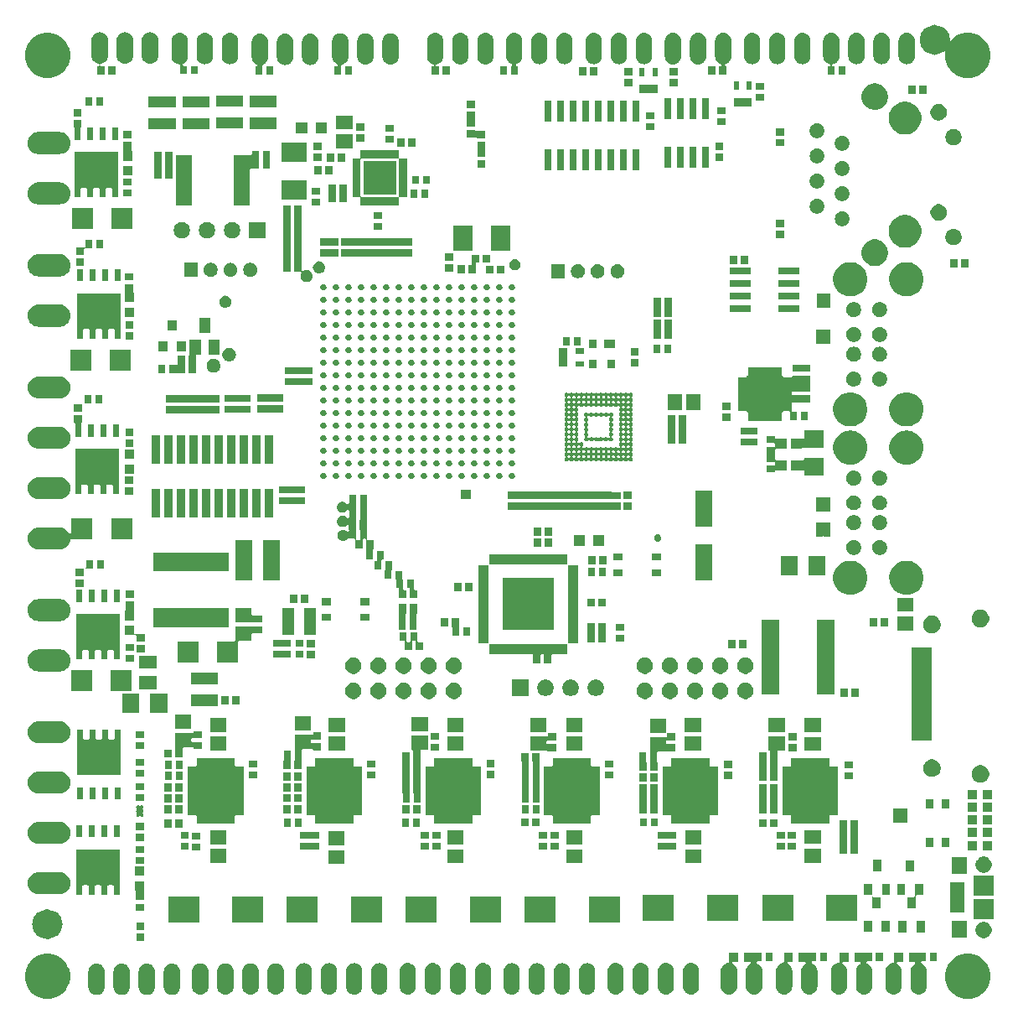
<source format=gts>
G04 #@! TF.GenerationSoftware,KiCad,Pcbnew,5.1.0+dfsg1-1*
G04 #@! TF.CreationDate,2019-04-17T23:21:45+02:00*
G04 #@! TF.ProjectId,Revolve_A5,5265766f-6c76-4655-9f41-352e6b696361,rev?*
G04 #@! TF.SameCoordinates,Original*
G04 #@! TF.FileFunction,Soldermask,Top*
G04 #@! TF.FilePolarity,Negative*
%FSLAX46Y46*%
G04 Gerber Fmt 4.6, Leading zero omitted, Abs format (unit mm)*
G04 Created by KiCad (PCBNEW 5.1.0+dfsg1-1) date 2019-04-17 23:21:45*
%MOMM*%
%LPD*%
G04 APERTURE LIST*
%ADD10C,1.270000*%
%ADD11C,0.150000*%
%ADD12C,0.100000*%
G04 APERTURE END LIST*
D10*
X192589669Y-56918600D02*
G75*
G03X192589669Y-56918600I-900000J0D01*
G01*
X102900000Y-146200000D02*
G75*
G03X102900000Y-146200000I-900000J0D01*
G01*
D11*
X154534669Y-99248600D02*
G75*
G03X154534669Y-99248600I-75000J0D01*
G01*
X154534669Y-98748600D02*
G75*
G03X154534669Y-98748600I-75000J0D01*
G01*
X154534669Y-98248600D02*
G75*
G03X154534669Y-98248600I-75000J0D01*
G01*
X154534669Y-97748600D02*
G75*
G03X154534669Y-97748600I-75000J0D01*
G01*
X154534669Y-97248600D02*
G75*
G03X154534669Y-97248600I-75000J0D01*
G01*
X154534669Y-96748600D02*
G75*
G03X154534669Y-96748600I-75000J0D01*
G01*
X154534669Y-96248600D02*
G75*
G03X154534669Y-96248600I-75000J0D01*
G01*
X154534669Y-95748600D02*
G75*
G03X154534669Y-95748600I-75000J0D01*
G01*
X154534669Y-95248600D02*
G75*
G03X154534669Y-95248600I-75000J0D01*
G01*
X154534669Y-94748600D02*
G75*
G03X154534669Y-94748600I-75000J0D01*
G01*
X154534669Y-94248600D02*
G75*
G03X154534669Y-94248600I-75000J0D01*
G01*
X154534669Y-93748600D02*
G75*
G03X154534669Y-93748600I-75000J0D01*
G01*
X154534669Y-93248600D02*
G75*
G03X154534669Y-93248600I-75000J0D01*
G01*
X154534669Y-92748600D02*
G75*
G03X154534669Y-92748600I-75000J0D01*
G01*
X155034669Y-99248600D02*
G75*
G03X155034669Y-99248600I-75000J0D01*
G01*
X155034669Y-98748600D02*
G75*
G03X155034669Y-98748600I-75000J0D01*
G01*
X155034669Y-98248600D02*
G75*
G03X155034669Y-98248600I-75000J0D01*
G01*
X155034669Y-97748600D02*
G75*
G03X155034669Y-97748600I-75000J0D01*
G01*
X155034669Y-97248600D02*
G75*
G03X155034669Y-97248600I-75000J0D01*
G01*
X155034669Y-96748600D02*
G75*
G03X155034669Y-96748600I-75000J0D01*
G01*
X155034669Y-96248600D02*
G75*
G03X155034669Y-96248600I-75000J0D01*
G01*
X155034669Y-95748600D02*
G75*
G03X155034669Y-95748600I-75000J0D01*
G01*
X155034669Y-95248600D02*
G75*
G03X155034669Y-95248600I-75000J0D01*
G01*
X155034669Y-94748600D02*
G75*
G03X155034669Y-94748600I-75000J0D01*
G01*
X155034669Y-94248600D02*
G75*
G03X155034669Y-94248600I-75000J0D01*
G01*
X155034669Y-93748600D02*
G75*
G03X155034669Y-93748600I-75000J0D01*
G01*
X155034669Y-93248600D02*
G75*
G03X155034669Y-93248600I-75000J0D01*
G01*
X155034669Y-92748600D02*
G75*
G03X155034669Y-92748600I-75000J0D01*
G01*
X155534669Y-99248600D02*
G75*
G03X155534669Y-99248600I-75000J0D01*
G01*
X155534669Y-98748600D02*
G75*
G03X155534669Y-98748600I-75000J0D01*
G01*
X155534669Y-98248600D02*
G75*
G03X155534669Y-98248600I-75000J0D01*
G01*
X155534669Y-97748600D02*
G75*
G03X155534669Y-97748600I-75000J0D01*
G01*
X155534669Y-97248600D02*
G75*
G03X155534669Y-97248600I-75000J0D01*
G01*
X155534669Y-96748600D02*
G75*
G03X155534669Y-96748600I-75000J0D01*
G01*
X155534669Y-96248600D02*
G75*
G03X155534669Y-96248600I-75000J0D01*
G01*
X155534669Y-95748600D02*
G75*
G03X155534669Y-95748600I-75000J0D01*
G01*
X155534669Y-95248600D02*
G75*
G03X155534669Y-95248600I-75000J0D01*
G01*
X155534669Y-94748600D02*
G75*
G03X155534669Y-94748600I-75000J0D01*
G01*
X155534669Y-94248600D02*
G75*
G03X155534669Y-94248600I-75000J0D01*
G01*
X155534669Y-93748600D02*
G75*
G03X155534669Y-93748600I-75000J0D01*
G01*
X155534669Y-93248600D02*
G75*
G03X155534669Y-93248600I-75000J0D01*
G01*
X155534669Y-92748600D02*
G75*
G03X155534669Y-92748600I-75000J0D01*
G01*
X156034669Y-99248600D02*
G75*
G03X156034669Y-99248600I-75000J0D01*
G01*
X156034669Y-98748600D02*
G75*
G03X156034669Y-98748600I-75000J0D01*
G01*
X156034669Y-98248600D02*
G75*
G03X156034669Y-98248600I-75000J0D01*
G01*
X156034669Y-97748600D02*
G75*
G03X156034669Y-97748600I-75000J0D01*
G01*
X156034669Y-93748600D02*
G75*
G03X156034669Y-93748600I-75000J0D01*
G01*
X156034669Y-93248600D02*
G75*
G03X156034669Y-93248600I-75000J0D01*
G01*
X156034669Y-92748600D02*
G75*
G03X156034669Y-92748600I-75000J0D01*
G01*
X156534669Y-99248600D02*
G75*
G03X156534669Y-99248600I-75000J0D01*
G01*
X156534669Y-98748600D02*
G75*
G03X156534669Y-98748600I-75000J0D01*
G01*
X156534669Y-98248600D02*
G75*
G03X156534669Y-98248600I-75000J0D01*
G01*
X156534669Y-97248600D02*
G75*
G03X156534669Y-97248600I-75000J0D01*
G01*
X156534669Y-96748600D02*
G75*
G03X156534669Y-96748600I-75000J0D01*
G01*
X156534669Y-96248600D02*
G75*
G03X156534669Y-96248600I-75000J0D01*
G01*
X156534669Y-95748600D02*
G75*
G03X156534669Y-95748600I-75000J0D01*
G01*
X156534669Y-95248600D02*
G75*
G03X156534669Y-95248600I-75000J0D01*
G01*
X156534669Y-94748600D02*
G75*
G03X156534669Y-94748600I-75000J0D01*
G01*
X156534669Y-93748600D02*
G75*
G03X156534669Y-93748600I-75000J0D01*
G01*
X156534669Y-93248600D02*
G75*
G03X156534669Y-93248600I-75000J0D01*
G01*
X156534669Y-92748600D02*
G75*
G03X156534669Y-92748600I-75000J0D01*
G01*
X157034669Y-99248600D02*
G75*
G03X157034669Y-99248600I-75000J0D01*
G01*
X157034669Y-98748600D02*
G75*
G03X157034669Y-98748600I-75000J0D01*
G01*
X157034669Y-98248600D02*
G75*
G03X157034669Y-98248600I-75000J0D01*
G01*
X157034669Y-97248600D02*
G75*
G03X157034669Y-97248600I-75000J0D01*
G01*
X157034669Y-94748600D02*
G75*
G03X157034669Y-94748600I-75000J0D01*
G01*
X157034669Y-93748600D02*
G75*
G03X157034669Y-93748600I-75000J0D01*
G01*
X157034669Y-93248600D02*
G75*
G03X157034669Y-93248600I-75000J0D01*
G01*
X157034669Y-92748600D02*
G75*
G03X157034669Y-92748600I-75000J0D01*
G01*
X157534669Y-99248600D02*
G75*
G03X157534669Y-99248600I-75000J0D01*
G01*
X157534669Y-98748600D02*
G75*
G03X157534669Y-98748600I-75000J0D01*
G01*
X157534669Y-98248600D02*
G75*
G03X157534669Y-98248600I-75000J0D01*
G01*
X157534669Y-97248600D02*
G75*
G03X157534669Y-97248600I-75000J0D01*
G01*
X157534669Y-94748600D02*
G75*
G03X157534669Y-94748600I-75000J0D01*
G01*
X157534669Y-93748600D02*
G75*
G03X157534669Y-93748600I-75000J0D01*
G01*
X157534669Y-93248600D02*
G75*
G03X157534669Y-93248600I-75000J0D01*
G01*
X157534669Y-92748600D02*
G75*
G03X157534669Y-92748600I-75000J0D01*
G01*
X158034669Y-99248600D02*
G75*
G03X158034669Y-99248600I-75000J0D01*
G01*
X158034669Y-98748600D02*
G75*
G03X158034669Y-98748600I-75000J0D01*
G01*
X158034669Y-98248600D02*
G75*
G03X158034669Y-98248600I-75000J0D01*
G01*
X158034669Y-97248600D02*
G75*
G03X158034669Y-97248600I-75000J0D01*
G01*
X158034669Y-94748600D02*
G75*
G03X158034669Y-94748600I-75000J0D01*
G01*
X158034669Y-93748600D02*
G75*
G03X158034669Y-93748600I-75000J0D01*
G01*
X158034669Y-93248600D02*
G75*
G03X158034669Y-93248600I-75000J0D01*
G01*
X158034669Y-92748600D02*
G75*
G03X158034669Y-92748600I-75000J0D01*
G01*
X158534669Y-99248600D02*
G75*
G03X158534669Y-99248600I-75000J0D01*
G01*
X158534669Y-98748600D02*
G75*
G03X158534669Y-98748600I-75000J0D01*
G01*
X158534669Y-98248600D02*
G75*
G03X158534669Y-98248600I-75000J0D01*
G01*
X158534669Y-97248600D02*
G75*
G03X158534669Y-97248600I-75000J0D01*
G01*
X158534669Y-94748600D02*
G75*
G03X158534669Y-94748600I-75000J0D01*
G01*
X158534669Y-93748600D02*
G75*
G03X158534669Y-93748600I-75000J0D01*
G01*
X158534669Y-93248600D02*
G75*
G03X158534669Y-93248600I-75000J0D01*
G01*
X158534669Y-92748600D02*
G75*
G03X158534669Y-92748600I-75000J0D01*
G01*
X159034669Y-99248600D02*
G75*
G03X159034669Y-99248600I-75000J0D01*
G01*
X159034669Y-98748600D02*
G75*
G03X159034669Y-98748600I-75000J0D01*
G01*
X159034669Y-98248600D02*
G75*
G03X159034669Y-98248600I-75000J0D01*
G01*
X159034669Y-97248600D02*
G75*
G03X159034669Y-97248600I-75000J0D01*
G01*
X159034669Y-96748600D02*
G75*
G03X159034669Y-96748600I-75000J0D01*
G01*
X159034669Y-96248600D02*
G75*
G03X159034669Y-96248600I-75000J0D01*
G01*
X159034669Y-95748600D02*
G75*
G03X159034669Y-95748600I-75000J0D01*
G01*
X159034669Y-95248600D02*
G75*
G03X159034669Y-95248600I-75000J0D01*
G01*
X159034669Y-94748600D02*
G75*
G03X159034669Y-94748600I-75000J0D01*
G01*
X159034669Y-93748600D02*
G75*
G03X159034669Y-93748600I-75000J0D01*
G01*
X159034669Y-93248600D02*
G75*
G03X159034669Y-93248600I-75000J0D01*
G01*
X159034669Y-92748600D02*
G75*
G03X159034669Y-92748600I-75000J0D01*
G01*
X159534669Y-99248600D02*
G75*
G03X159534669Y-99248600I-75000J0D01*
G01*
X159534669Y-98748600D02*
G75*
G03X159534669Y-98748600I-75000J0D01*
G01*
X159534669Y-98248600D02*
G75*
G03X159534669Y-98248600I-75000J0D01*
G01*
X159534669Y-93748600D02*
G75*
G03X159534669Y-93748600I-75000J0D01*
G01*
X159534669Y-93248600D02*
G75*
G03X159534669Y-93248600I-75000J0D01*
G01*
X159534669Y-92748600D02*
G75*
G03X159534669Y-92748600I-75000J0D01*
G01*
X160034669Y-99248600D02*
G75*
G03X160034669Y-99248600I-75000J0D01*
G01*
X160034669Y-98748600D02*
G75*
G03X160034669Y-98748600I-75000J0D01*
G01*
X160034669Y-98248600D02*
G75*
G03X160034669Y-98248600I-75000J0D01*
G01*
X160034669Y-97748600D02*
G75*
G03X160034669Y-97748600I-75000J0D01*
G01*
X160034669Y-97248600D02*
G75*
G03X160034669Y-97248600I-75000J0D01*
G01*
X160034669Y-96748600D02*
G75*
G03X160034669Y-96748600I-75000J0D01*
G01*
X160034669Y-96248600D02*
G75*
G03X160034669Y-96248600I-75000J0D01*
G01*
X160034669Y-95748600D02*
G75*
G03X160034669Y-95748600I-75000J0D01*
G01*
X160034669Y-95248600D02*
G75*
G03X160034669Y-95248600I-75000J0D01*
G01*
X160034669Y-94748600D02*
G75*
G03X160034669Y-94748600I-75000J0D01*
G01*
X160034669Y-94248600D02*
G75*
G03X160034669Y-94248600I-75000J0D01*
G01*
X160034669Y-93748600D02*
G75*
G03X160034669Y-93748600I-75000J0D01*
G01*
X160034669Y-93248600D02*
G75*
G03X160034669Y-93248600I-75000J0D01*
G01*
X160034669Y-92748600D02*
G75*
G03X160034669Y-92748600I-75000J0D01*
G01*
X160534669Y-99248600D02*
G75*
G03X160534669Y-99248600I-75000J0D01*
G01*
X160534669Y-98748600D02*
G75*
G03X160534669Y-98748600I-75000J0D01*
G01*
X160534669Y-98248600D02*
G75*
G03X160534669Y-98248600I-75000J0D01*
G01*
X160534669Y-97748600D02*
G75*
G03X160534669Y-97748600I-75000J0D01*
G01*
X160534669Y-97248600D02*
G75*
G03X160534669Y-97248600I-75000J0D01*
G01*
X160534669Y-96748600D02*
G75*
G03X160534669Y-96748600I-75000J0D01*
G01*
X160534669Y-96248600D02*
G75*
G03X160534669Y-96248600I-75000J0D01*
G01*
X160534669Y-95748600D02*
G75*
G03X160534669Y-95748600I-75000J0D01*
G01*
X160534669Y-95248600D02*
G75*
G03X160534669Y-95248600I-75000J0D01*
G01*
X160534669Y-94748600D02*
G75*
G03X160534669Y-94748600I-75000J0D01*
G01*
X160534669Y-94248600D02*
G75*
G03X160534669Y-94248600I-75000J0D01*
G01*
X160534669Y-93748600D02*
G75*
G03X160534669Y-93748600I-75000J0D01*
G01*
X160534669Y-93248600D02*
G75*
G03X160534669Y-93248600I-75000J0D01*
G01*
X160534669Y-92748600D02*
G75*
G03X160534669Y-92748600I-75000J0D01*
G01*
X161034669Y-99248600D02*
G75*
G03X161034669Y-99248600I-75000J0D01*
G01*
X161034669Y-98748600D02*
G75*
G03X161034669Y-98748600I-75000J0D01*
G01*
X161034669Y-98248600D02*
G75*
G03X161034669Y-98248600I-75000J0D01*
G01*
X161034669Y-97748600D02*
G75*
G03X161034669Y-97748600I-75000J0D01*
G01*
X161034669Y-97248600D02*
G75*
G03X161034669Y-97248600I-75000J0D01*
G01*
X161034669Y-96748600D02*
G75*
G03X161034669Y-96748600I-75000J0D01*
G01*
X161034669Y-96248600D02*
G75*
G03X161034669Y-96248600I-75000J0D01*
G01*
X161034669Y-95748600D02*
G75*
G03X161034669Y-95748600I-75000J0D01*
G01*
X161034669Y-95248600D02*
G75*
G03X161034669Y-95248600I-75000J0D01*
G01*
X161034669Y-94748600D02*
G75*
G03X161034669Y-94748600I-75000J0D01*
G01*
X161034669Y-94248600D02*
G75*
G03X161034669Y-94248600I-75000J0D01*
G01*
X161034669Y-93748600D02*
G75*
G03X161034669Y-93748600I-75000J0D01*
G01*
X161034669Y-93248600D02*
G75*
G03X161034669Y-93248600I-75000J0D01*
G01*
X161034669Y-92748600D02*
G75*
G03X161034669Y-92748600I-75000J0D01*
G01*
D12*
G36*
X179684669Y-86838600D02*
G01*
X180124669Y-86838600D01*
X180124669Y-86178600D01*
X179684669Y-86178600D01*
X179684669Y-86838600D01*
G37*
G36*
X180184669Y-86838600D02*
G01*
X180624669Y-86838600D01*
X180624669Y-86178600D01*
X180184669Y-86178600D01*
X180184669Y-86838600D01*
G37*
G36*
X180684669Y-86838600D02*
G01*
X181124669Y-86838600D01*
X181124669Y-86178600D01*
X180684669Y-86178600D01*
X180684669Y-86838600D01*
G37*
G36*
X180684669Y-87578600D02*
G01*
X181124669Y-87578600D01*
X181124669Y-86918600D01*
X180684669Y-86918600D01*
X180684669Y-87578600D01*
G37*
G36*
X180184669Y-87578600D02*
G01*
X180624669Y-87578600D01*
X180624669Y-86918600D01*
X180184669Y-86918600D01*
X180184669Y-87578600D01*
G37*
G36*
X179684669Y-87578600D02*
G01*
X180124669Y-87578600D01*
X180124669Y-86918600D01*
X179684669Y-86918600D01*
X179684669Y-87578600D01*
G37*
G36*
X180444669Y-103108600D02*
G01*
X180444669Y-103548600D01*
X181104669Y-103548600D01*
X181104669Y-103108600D01*
X180444669Y-103108600D01*
G37*
G36*
X180444669Y-103608600D02*
G01*
X180444669Y-104048600D01*
X181104669Y-104048600D01*
X181104669Y-103608600D01*
X180444669Y-103608600D01*
G37*
G36*
X180444669Y-104108600D02*
G01*
X180444669Y-104548600D01*
X181104669Y-104548600D01*
X181104669Y-104108600D01*
X180444669Y-104108600D01*
G37*
G36*
X179704669Y-104108600D02*
G01*
X179704669Y-104548600D01*
X180364669Y-104548600D01*
X180364669Y-104108600D01*
X179704669Y-104108600D01*
G37*
G36*
X179704669Y-103608600D02*
G01*
X179704669Y-104048600D01*
X180364669Y-104048600D01*
X180364669Y-103608600D01*
X179704669Y-103608600D01*
G37*
G36*
X179704669Y-103108600D02*
G01*
X179704669Y-103548600D01*
X180364669Y-103548600D01*
X180364669Y-103108600D01*
X179704669Y-103108600D01*
G37*
G36*
X180494669Y-82508600D02*
G01*
X180494669Y-82948600D01*
X181154669Y-82948600D01*
X181154669Y-82508600D01*
X180494669Y-82508600D01*
G37*
G36*
X180494669Y-83008600D02*
G01*
X180494669Y-83448600D01*
X181154669Y-83448600D01*
X181154669Y-83008600D01*
X180494669Y-83008600D01*
G37*
G36*
X180494669Y-83508600D02*
G01*
X180494669Y-83948600D01*
X181154669Y-83948600D01*
X181154669Y-83508600D01*
X180494669Y-83508600D01*
G37*
G36*
X179754669Y-83508600D02*
G01*
X179754669Y-83948600D01*
X180414669Y-83948600D01*
X180414669Y-83508600D01*
X179754669Y-83508600D01*
G37*
G36*
X179754669Y-83008600D02*
G01*
X179754669Y-83448600D01*
X180414669Y-83448600D01*
X180414669Y-83008600D01*
X179754669Y-83008600D01*
G37*
G36*
X179754669Y-82508600D02*
G01*
X179754669Y-82948600D01*
X180414669Y-82948600D01*
X180414669Y-82508600D01*
X179754669Y-82508600D01*
G37*
G36*
X180444669Y-105608600D02*
G01*
X180444669Y-106048600D01*
X181104669Y-106048600D01*
X181104669Y-105608600D01*
X180444669Y-105608600D01*
G37*
G36*
X180444669Y-106108600D02*
G01*
X180444669Y-106548600D01*
X181104669Y-106548600D01*
X181104669Y-106108600D01*
X180444669Y-106108600D01*
G37*
G36*
X180444669Y-106608600D02*
G01*
X180444669Y-107048600D01*
X181104669Y-107048600D01*
X181104669Y-106608600D01*
X180444669Y-106608600D01*
G37*
G36*
X179704669Y-106608600D02*
G01*
X179704669Y-107048600D01*
X180364669Y-107048600D01*
X180364669Y-106608600D01*
X179704669Y-106608600D01*
G37*
G36*
X179704669Y-106108600D02*
G01*
X179704669Y-106548600D01*
X180364669Y-106548600D01*
X180364669Y-106108600D01*
X179704669Y-106108600D01*
G37*
G36*
X179704669Y-105608600D02*
G01*
X179704669Y-106048600D01*
X180364669Y-106048600D01*
X180364669Y-105608600D01*
X179704669Y-105608600D01*
G37*
G36*
X187484669Y-135188600D02*
G01*
X187924669Y-135188600D01*
X187924669Y-134528600D01*
X187484669Y-134528600D01*
X187484669Y-135188600D01*
G37*
G36*
X187984669Y-135188600D02*
G01*
X188424669Y-135188600D01*
X188424669Y-134528600D01*
X187984669Y-134528600D01*
X187984669Y-135188600D01*
G37*
G36*
X188484669Y-135188600D02*
G01*
X188924669Y-135188600D01*
X188924669Y-134528600D01*
X188484669Y-134528600D01*
X188484669Y-135188600D01*
G37*
G36*
X188484669Y-135928600D02*
G01*
X188924669Y-135928600D01*
X188924669Y-135268600D01*
X188484669Y-135268600D01*
X188484669Y-135928600D01*
G37*
G36*
X187984669Y-135928600D02*
G01*
X188424669Y-135928600D01*
X188424669Y-135268600D01*
X187984669Y-135268600D01*
X187984669Y-135928600D01*
G37*
G36*
X187484669Y-135928600D02*
G01*
X187924669Y-135928600D01*
X187924669Y-135268600D01*
X187484669Y-135268600D01*
X187484669Y-135928600D01*
G37*
G36*
X195671470Y-149280449D02*
G01*
X196087494Y-149452772D01*
X196087496Y-149452773D01*
X196461909Y-149702948D01*
X196780321Y-150021360D01*
X197023337Y-150385059D01*
X197030497Y-150395775D01*
X197202820Y-150811799D01*
X197290669Y-151253447D01*
X197290669Y-151703753D01*
X197202820Y-152145401D01*
X197032681Y-152556153D01*
X197030496Y-152561427D01*
X196780321Y-152935840D01*
X196461909Y-153254252D01*
X196087496Y-153504427D01*
X196087495Y-153504428D01*
X196087494Y-153504428D01*
X195671470Y-153676751D01*
X195229822Y-153764600D01*
X194779516Y-153764600D01*
X194337868Y-153676751D01*
X193921844Y-153504428D01*
X193921843Y-153504428D01*
X193921842Y-153504427D01*
X193547429Y-153254252D01*
X193229017Y-152935840D01*
X192978842Y-152561427D01*
X192976657Y-152556153D01*
X192806518Y-152145401D01*
X192718669Y-151703753D01*
X192718669Y-151253447D01*
X192806518Y-150811799D01*
X192978841Y-150395775D01*
X192986001Y-150385059D01*
X193229017Y-150021360D01*
X193547429Y-149702948D01*
X193921842Y-149452773D01*
X193921844Y-149452772D01*
X194337868Y-149280449D01*
X194779516Y-149192600D01*
X195229822Y-149192600D01*
X195671470Y-149280449D01*
X195671470Y-149280449D01*
G37*
G36*
X102671470Y-149280449D02*
G01*
X103087494Y-149452772D01*
X103087496Y-149452773D01*
X103461909Y-149702948D01*
X103780321Y-150021360D01*
X104023337Y-150385059D01*
X104030497Y-150395775D01*
X104202820Y-150811799D01*
X104290669Y-151253447D01*
X104290669Y-151703753D01*
X104202820Y-152145401D01*
X104032681Y-152556153D01*
X104030496Y-152561427D01*
X103780321Y-152935840D01*
X103461909Y-153254252D01*
X103087496Y-153504427D01*
X103087495Y-153504428D01*
X103087494Y-153504428D01*
X102671470Y-153676751D01*
X102229822Y-153764600D01*
X101779516Y-153764600D01*
X101337868Y-153676751D01*
X100921844Y-153504428D01*
X100921843Y-153504428D01*
X100921842Y-153504427D01*
X100547429Y-153254252D01*
X100229017Y-152935840D01*
X99978842Y-152561427D01*
X99976657Y-152556153D01*
X99806518Y-152145401D01*
X99718669Y-151703753D01*
X99718669Y-151253447D01*
X99806518Y-150811799D01*
X99978841Y-150395775D01*
X99986001Y-150385059D01*
X100229017Y-150021360D01*
X100547429Y-149702948D01*
X100921842Y-149452773D01*
X100921844Y-149452772D01*
X101337868Y-149280449D01*
X101779516Y-149192600D01*
X102229822Y-149192600D01*
X102671470Y-149280449D01*
X102671470Y-149280449D01*
G37*
G36*
X107131494Y-150178044D02*
G01*
X107287102Y-150225247D01*
X107413116Y-150292603D01*
X107430514Y-150301903D01*
X107556210Y-150405059D01*
X107659369Y-150530758D01*
X107700536Y-150607777D01*
X107736022Y-150674166D01*
X107783225Y-150829774D01*
X107795169Y-150951047D01*
X107795169Y-152556153D01*
X107783225Y-152677426D01*
X107736022Y-152833034D01*
X107700536Y-152899423D01*
X107659369Y-152976442D01*
X107556210Y-153102141D01*
X107430511Y-153205300D01*
X107361943Y-153241950D01*
X107287103Y-153281953D01*
X107131495Y-153329156D01*
X106969669Y-153345094D01*
X106807844Y-153329156D01*
X106652236Y-153281953D01*
X106577396Y-153241950D01*
X106508828Y-153205300D01*
X106383129Y-153102141D01*
X106279970Y-152976442D01*
X106238803Y-152899423D01*
X106203317Y-152833034D01*
X106156114Y-152677426D01*
X106144170Y-152556153D01*
X106144169Y-150951048D01*
X106156113Y-150829775D01*
X106203316Y-150674167D01*
X106279970Y-150530759D01*
X106279972Y-150530755D01*
X106383128Y-150405059D01*
X106508827Y-150301900D01*
X106602368Y-150251902D01*
X106652235Y-150225247D01*
X106807843Y-150178044D01*
X106969669Y-150162106D01*
X107131494Y-150178044D01*
X107131494Y-150178044D01*
G37*
G36*
X114751494Y-150178044D02*
G01*
X114907102Y-150225247D01*
X115033116Y-150292603D01*
X115050514Y-150301903D01*
X115176210Y-150405059D01*
X115279369Y-150530758D01*
X115320536Y-150607777D01*
X115356022Y-150674166D01*
X115403225Y-150829774D01*
X115415169Y-150951047D01*
X115415169Y-152556153D01*
X115403225Y-152677426D01*
X115356022Y-152833034D01*
X115320536Y-152899423D01*
X115279369Y-152976442D01*
X115176210Y-153102141D01*
X115050511Y-153205300D01*
X114981943Y-153241950D01*
X114907103Y-153281953D01*
X114751495Y-153329156D01*
X114589669Y-153345094D01*
X114427844Y-153329156D01*
X114272236Y-153281953D01*
X114197396Y-153241950D01*
X114128828Y-153205300D01*
X114003129Y-153102141D01*
X113899970Y-152976442D01*
X113858803Y-152899423D01*
X113823317Y-152833034D01*
X113776114Y-152677426D01*
X113764170Y-152556153D01*
X113764169Y-150951048D01*
X113776113Y-150829775D01*
X113823316Y-150674167D01*
X113899970Y-150530759D01*
X113899972Y-150530755D01*
X114003128Y-150405059D01*
X114128827Y-150301900D01*
X114222368Y-150251902D01*
X114272235Y-150225247D01*
X114427843Y-150178044D01*
X114589669Y-150162106D01*
X114751494Y-150178044D01*
X114751494Y-150178044D01*
G37*
G36*
X112211494Y-150178044D02*
G01*
X112367102Y-150225247D01*
X112493116Y-150292603D01*
X112510514Y-150301903D01*
X112636210Y-150405059D01*
X112739369Y-150530758D01*
X112780536Y-150607777D01*
X112816022Y-150674166D01*
X112863225Y-150829774D01*
X112875169Y-150951047D01*
X112875169Y-152556153D01*
X112863225Y-152677426D01*
X112816022Y-152833034D01*
X112780536Y-152899423D01*
X112739369Y-152976442D01*
X112636210Y-153102141D01*
X112510511Y-153205300D01*
X112441943Y-153241950D01*
X112367103Y-153281953D01*
X112211495Y-153329156D01*
X112049669Y-153345094D01*
X111887844Y-153329156D01*
X111732236Y-153281953D01*
X111657396Y-153241950D01*
X111588828Y-153205300D01*
X111463129Y-153102141D01*
X111359970Y-152976442D01*
X111318803Y-152899423D01*
X111283317Y-152833034D01*
X111236114Y-152677426D01*
X111224170Y-152556153D01*
X111224169Y-150951048D01*
X111236113Y-150829775D01*
X111283316Y-150674167D01*
X111359970Y-150530759D01*
X111359972Y-150530755D01*
X111463128Y-150405059D01*
X111588827Y-150301900D01*
X111682368Y-150251902D01*
X111732235Y-150225247D01*
X111887843Y-150178044D01*
X112049669Y-150162106D01*
X112211494Y-150178044D01*
X112211494Y-150178044D01*
G37*
G36*
X109671494Y-150178044D02*
G01*
X109827102Y-150225247D01*
X109953116Y-150292603D01*
X109970514Y-150301903D01*
X110096210Y-150405059D01*
X110199369Y-150530758D01*
X110240536Y-150607777D01*
X110276022Y-150674166D01*
X110323225Y-150829774D01*
X110335169Y-150951047D01*
X110335169Y-152556153D01*
X110323225Y-152677426D01*
X110276022Y-152833034D01*
X110240536Y-152899423D01*
X110199369Y-152976442D01*
X110096210Y-153102141D01*
X109970511Y-153205300D01*
X109901943Y-153241950D01*
X109827103Y-153281953D01*
X109671495Y-153329156D01*
X109509669Y-153345094D01*
X109347844Y-153329156D01*
X109192236Y-153281953D01*
X109117396Y-153241950D01*
X109048828Y-153205300D01*
X108923129Y-153102141D01*
X108819970Y-152976442D01*
X108778803Y-152899423D01*
X108743317Y-152833034D01*
X108696114Y-152677426D01*
X108684170Y-152556153D01*
X108684169Y-150951048D01*
X108696113Y-150829775D01*
X108743316Y-150674167D01*
X108819970Y-150530759D01*
X108819972Y-150530755D01*
X108923128Y-150405059D01*
X109048827Y-150301900D01*
X109142368Y-150251902D01*
X109192235Y-150225247D01*
X109347843Y-150178044D01*
X109509669Y-150162106D01*
X109671494Y-150178044D01*
X109671494Y-150178044D01*
G37*
G36*
X125231494Y-150158044D02*
G01*
X125387102Y-150205247D01*
X125513116Y-150272603D01*
X125530514Y-150281903D01*
X125656210Y-150385059D01*
X125759369Y-150510758D01*
X125800536Y-150587777D01*
X125836022Y-150654166D01*
X125883225Y-150809774D01*
X125895169Y-150931047D01*
X125895169Y-152536153D01*
X125883225Y-152657426D01*
X125836022Y-152813034D01*
X125800536Y-152879423D01*
X125759369Y-152956442D01*
X125656210Y-153082141D01*
X125530511Y-153185300D01*
X125453492Y-153226467D01*
X125387103Y-153261953D01*
X125231495Y-153309156D01*
X125069669Y-153325094D01*
X124907844Y-153309156D01*
X124752236Y-153261953D01*
X124685847Y-153226467D01*
X124608828Y-153185300D01*
X124483129Y-153082141D01*
X124379970Y-152956442D01*
X124338803Y-152879423D01*
X124303317Y-152813034D01*
X124256114Y-152657426D01*
X124244170Y-152536153D01*
X124244169Y-150931048D01*
X124256113Y-150809775D01*
X124303316Y-150654167D01*
X124379970Y-150510759D01*
X124379972Y-150510755D01*
X124483128Y-150385059D01*
X124608827Y-150281900D01*
X124685846Y-150240733D01*
X124752235Y-150205247D01*
X124907843Y-150158044D01*
X125069669Y-150142106D01*
X125231494Y-150158044D01*
X125231494Y-150158044D01*
G37*
G36*
X117611494Y-150158044D02*
G01*
X117767102Y-150205247D01*
X117893116Y-150272603D01*
X117910514Y-150281903D01*
X118036210Y-150385059D01*
X118139369Y-150510758D01*
X118180536Y-150587777D01*
X118216022Y-150654166D01*
X118263225Y-150809774D01*
X118275169Y-150931047D01*
X118275169Y-152536153D01*
X118263225Y-152657426D01*
X118216022Y-152813034D01*
X118180536Y-152879423D01*
X118139369Y-152956442D01*
X118036210Y-153082141D01*
X117910511Y-153185300D01*
X117833492Y-153226467D01*
X117767103Y-153261953D01*
X117611495Y-153309156D01*
X117449669Y-153325094D01*
X117287844Y-153309156D01*
X117132236Y-153261953D01*
X117065847Y-153226467D01*
X116988828Y-153185300D01*
X116863129Y-153082141D01*
X116759970Y-152956442D01*
X116718803Y-152879423D01*
X116683317Y-152813034D01*
X116636114Y-152657426D01*
X116624170Y-152536153D01*
X116624169Y-150931048D01*
X116636113Y-150809775D01*
X116683316Y-150654167D01*
X116759970Y-150510759D01*
X116759972Y-150510755D01*
X116863128Y-150385059D01*
X116988827Y-150281900D01*
X117065846Y-150240733D01*
X117132235Y-150205247D01*
X117287843Y-150158044D01*
X117449669Y-150142106D01*
X117611494Y-150158044D01*
X117611494Y-150158044D01*
G37*
G36*
X122691494Y-150158044D02*
G01*
X122847102Y-150205247D01*
X122973116Y-150272603D01*
X122990514Y-150281903D01*
X123116210Y-150385059D01*
X123219369Y-150510758D01*
X123260536Y-150587777D01*
X123296022Y-150654166D01*
X123343225Y-150809774D01*
X123355169Y-150931047D01*
X123355169Y-152536153D01*
X123343225Y-152657426D01*
X123296022Y-152813034D01*
X123260536Y-152879423D01*
X123219369Y-152956442D01*
X123116210Y-153082141D01*
X122990511Y-153185300D01*
X122913492Y-153226467D01*
X122847103Y-153261953D01*
X122691495Y-153309156D01*
X122529669Y-153325094D01*
X122367844Y-153309156D01*
X122212236Y-153261953D01*
X122145847Y-153226467D01*
X122068828Y-153185300D01*
X121943129Y-153082141D01*
X121839970Y-152956442D01*
X121798803Y-152879423D01*
X121763317Y-152813034D01*
X121716114Y-152657426D01*
X121704170Y-152536153D01*
X121704169Y-150931048D01*
X121716113Y-150809775D01*
X121763316Y-150654167D01*
X121839970Y-150510759D01*
X121839972Y-150510755D01*
X121943128Y-150385059D01*
X122068827Y-150281900D01*
X122145846Y-150240733D01*
X122212235Y-150205247D01*
X122367843Y-150158044D01*
X122529669Y-150142106D01*
X122691494Y-150158044D01*
X122691494Y-150158044D01*
G37*
G36*
X120151494Y-150158044D02*
G01*
X120307102Y-150205247D01*
X120433116Y-150272603D01*
X120450514Y-150281903D01*
X120576210Y-150385059D01*
X120679369Y-150510758D01*
X120720536Y-150587777D01*
X120756022Y-150654166D01*
X120803225Y-150809774D01*
X120815169Y-150931047D01*
X120815169Y-152536153D01*
X120803225Y-152657426D01*
X120756022Y-152813034D01*
X120720536Y-152879423D01*
X120679369Y-152956442D01*
X120576210Y-153082141D01*
X120450511Y-153185300D01*
X120373492Y-153226467D01*
X120307103Y-153261953D01*
X120151495Y-153309156D01*
X119989669Y-153325094D01*
X119827844Y-153309156D01*
X119672236Y-153261953D01*
X119605847Y-153226467D01*
X119528828Y-153185300D01*
X119403129Y-153082141D01*
X119299970Y-152956442D01*
X119258803Y-152879423D01*
X119223317Y-152813034D01*
X119176114Y-152657426D01*
X119164170Y-152536153D01*
X119164169Y-150931048D01*
X119176113Y-150809775D01*
X119223316Y-150654167D01*
X119299970Y-150510759D01*
X119299972Y-150510755D01*
X119403128Y-150385059D01*
X119528827Y-150281900D01*
X119605846Y-150240733D01*
X119672235Y-150205247D01*
X119827843Y-150158044D01*
X119989669Y-150142106D01*
X120151494Y-150158044D01*
X120151494Y-150158044D01*
G37*
G36*
X149081494Y-150138044D02*
G01*
X149237102Y-150185247D01*
X149361803Y-150251902D01*
X149380514Y-150261903D01*
X149506210Y-150365059D01*
X149609369Y-150490758D01*
X149650536Y-150567777D01*
X149686022Y-150634166D01*
X149733225Y-150789774D01*
X149745169Y-150911047D01*
X149745169Y-152516153D01*
X149733225Y-152637426D01*
X149686022Y-152793034D01*
X149664641Y-152833034D01*
X149609369Y-152936442D01*
X149506210Y-153062141D01*
X149380511Y-153165300D01*
X149305677Y-153205299D01*
X149237103Y-153241953D01*
X149081495Y-153289156D01*
X148919669Y-153305094D01*
X148757844Y-153289156D01*
X148602236Y-153241953D01*
X148533662Y-153205299D01*
X148458828Y-153165300D01*
X148333129Y-153062141D01*
X148229970Y-152936442D01*
X148174698Y-152833034D01*
X148153317Y-152793034D01*
X148106114Y-152637426D01*
X148094170Y-152516153D01*
X148094169Y-150911048D01*
X148106113Y-150789775D01*
X148153316Y-150634167D01*
X148229970Y-150490759D01*
X148229972Y-150490755D01*
X148333128Y-150365059D01*
X148458827Y-150261900D01*
X148544641Y-150216032D01*
X148602235Y-150185247D01*
X148757843Y-150138044D01*
X148919669Y-150122106D01*
X149081494Y-150138044D01*
X149081494Y-150138044D01*
G37*
G36*
X151621494Y-150138044D02*
G01*
X151777102Y-150185247D01*
X151901803Y-150251902D01*
X151920514Y-150261903D01*
X152046210Y-150365059D01*
X152149369Y-150490758D01*
X152190536Y-150567777D01*
X152226022Y-150634166D01*
X152273225Y-150789774D01*
X152285169Y-150911047D01*
X152285169Y-152516153D01*
X152273225Y-152637426D01*
X152226022Y-152793034D01*
X152204641Y-152833034D01*
X152149369Y-152936442D01*
X152046210Y-153062141D01*
X151920511Y-153165300D01*
X151845677Y-153205299D01*
X151777103Y-153241953D01*
X151621495Y-153289156D01*
X151459669Y-153305094D01*
X151297844Y-153289156D01*
X151142236Y-153241953D01*
X151073662Y-153205299D01*
X150998828Y-153165300D01*
X150873129Y-153062141D01*
X150769970Y-152936442D01*
X150714698Y-152833034D01*
X150693317Y-152793034D01*
X150646114Y-152637426D01*
X150634170Y-152516153D01*
X150634169Y-150911048D01*
X150646113Y-150789775D01*
X150693316Y-150634167D01*
X150769970Y-150490759D01*
X150769972Y-150490755D01*
X150873128Y-150365059D01*
X150998827Y-150261900D01*
X151084641Y-150216032D01*
X151142235Y-150185247D01*
X151297843Y-150138044D01*
X151459669Y-150122106D01*
X151621494Y-150138044D01*
X151621494Y-150138044D01*
G37*
G36*
X154161494Y-150138044D02*
G01*
X154317102Y-150185247D01*
X154441803Y-150251902D01*
X154460514Y-150261903D01*
X154586210Y-150365059D01*
X154689369Y-150490758D01*
X154730536Y-150567777D01*
X154766022Y-150634166D01*
X154813225Y-150789774D01*
X154825169Y-150911047D01*
X154825169Y-152516153D01*
X154813225Y-152637426D01*
X154766022Y-152793034D01*
X154744641Y-152833034D01*
X154689369Y-152936442D01*
X154586210Y-153062141D01*
X154460511Y-153165300D01*
X154385677Y-153205299D01*
X154317103Y-153241953D01*
X154161495Y-153289156D01*
X153999669Y-153305094D01*
X153837844Y-153289156D01*
X153682236Y-153241953D01*
X153613662Y-153205299D01*
X153538828Y-153165300D01*
X153413129Y-153062141D01*
X153309970Y-152936442D01*
X153254698Y-152833034D01*
X153233317Y-152793034D01*
X153186114Y-152637426D01*
X153174170Y-152516153D01*
X153174169Y-150911048D01*
X153186113Y-150789775D01*
X153233316Y-150634167D01*
X153309970Y-150490759D01*
X153309972Y-150490755D01*
X153413128Y-150365059D01*
X153538827Y-150261900D01*
X153624641Y-150216032D01*
X153682235Y-150185247D01*
X153837843Y-150138044D01*
X153999669Y-150122106D01*
X154161494Y-150138044D01*
X154161494Y-150138044D01*
G37*
G36*
X156701494Y-150138044D02*
G01*
X156857102Y-150185247D01*
X156981803Y-150251902D01*
X157000514Y-150261903D01*
X157126210Y-150365059D01*
X157229369Y-150490758D01*
X157270536Y-150567777D01*
X157306022Y-150634166D01*
X157353225Y-150789774D01*
X157365169Y-150911047D01*
X157365169Y-152516153D01*
X157353225Y-152637426D01*
X157306022Y-152793034D01*
X157284641Y-152833034D01*
X157229369Y-152936442D01*
X157126210Y-153062141D01*
X157000511Y-153165300D01*
X156925677Y-153205299D01*
X156857103Y-153241953D01*
X156701495Y-153289156D01*
X156539669Y-153305094D01*
X156377844Y-153289156D01*
X156222236Y-153241953D01*
X156153662Y-153205299D01*
X156078828Y-153165300D01*
X155953129Y-153062141D01*
X155849970Y-152936442D01*
X155794698Y-152833034D01*
X155773317Y-152793034D01*
X155726114Y-152637426D01*
X155714170Y-152516153D01*
X155714169Y-150911048D01*
X155726113Y-150789775D01*
X155773316Y-150634167D01*
X155849970Y-150490759D01*
X155849972Y-150490755D01*
X155953128Y-150365059D01*
X156078827Y-150261900D01*
X156164641Y-150216032D01*
X156222235Y-150185247D01*
X156377843Y-150138044D01*
X156539669Y-150122106D01*
X156701494Y-150138044D01*
X156701494Y-150138044D01*
G37*
G36*
X133161494Y-150138044D02*
G01*
X133317102Y-150185247D01*
X133441803Y-150251902D01*
X133460514Y-150261903D01*
X133586210Y-150365059D01*
X133689369Y-150490758D01*
X133730536Y-150567777D01*
X133766022Y-150634166D01*
X133813225Y-150789774D01*
X133825169Y-150911047D01*
X133825169Y-152516153D01*
X133813225Y-152637426D01*
X133766022Y-152793034D01*
X133744641Y-152833034D01*
X133689369Y-152936442D01*
X133586210Y-153062141D01*
X133460511Y-153165300D01*
X133385677Y-153205299D01*
X133317103Y-153241953D01*
X133161495Y-153289156D01*
X132999669Y-153305094D01*
X132837844Y-153289156D01*
X132682236Y-153241953D01*
X132613662Y-153205299D01*
X132538828Y-153165300D01*
X132413129Y-153062141D01*
X132309970Y-152936442D01*
X132254698Y-152833034D01*
X132233317Y-152793034D01*
X132186114Y-152637426D01*
X132174170Y-152516153D01*
X132174169Y-150911048D01*
X132186113Y-150789775D01*
X132233316Y-150634167D01*
X132309970Y-150490759D01*
X132309972Y-150490755D01*
X132413128Y-150365059D01*
X132538827Y-150261900D01*
X132624641Y-150216032D01*
X132682235Y-150185247D01*
X132837843Y-150138044D01*
X132999669Y-150122106D01*
X133161494Y-150138044D01*
X133161494Y-150138044D01*
G37*
G36*
X135701494Y-150138044D02*
G01*
X135857102Y-150185247D01*
X135981803Y-150251902D01*
X136000514Y-150261903D01*
X136126210Y-150365059D01*
X136229369Y-150490758D01*
X136270536Y-150567777D01*
X136306022Y-150634166D01*
X136353225Y-150789774D01*
X136365169Y-150911047D01*
X136365169Y-152516153D01*
X136353225Y-152637426D01*
X136306022Y-152793034D01*
X136284641Y-152833034D01*
X136229369Y-152936442D01*
X136126210Y-153062141D01*
X136000511Y-153165300D01*
X135925677Y-153205299D01*
X135857103Y-153241953D01*
X135701495Y-153289156D01*
X135539669Y-153305094D01*
X135377844Y-153289156D01*
X135222236Y-153241953D01*
X135153662Y-153205299D01*
X135078828Y-153165300D01*
X134953129Y-153062141D01*
X134849970Y-152936442D01*
X134794698Y-152833034D01*
X134773317Y-152793034D01*
X134726114Y-152637426D01*
X134714170Y-152516153D01*
X134714169Y-150911048D01*
X134726113Y-150789775D01*
X134773316Y-150634167D01*
X134849970Y-150490759D01*
X134849972Y-150490755D01*
X134953128Y-150365059D01*
X135078827Y-150261900D01*
X135164641Y-150216032D01*
X135222235Y-150185247D01*
X135377843Y-150138044D01*
X135539669Y-150122106D01*
X135701494Y-150138044D01*
X135701494Y-150138044D01*
G37*
G36*
X130621494Y-150138044D02*
G01*
X130777102Y-150185247D01*
X130901803Y-150251902D01*
X130920514Y-150261903D01*
X131046210Y-150365059D01*
X131149369Y-150490758D01*
X131190536Y-150567777D01*
X131226022Y-150634166D01*
X131273225Y-150789774D01*
X131285169Y-150911047D01*
X131285169Y-152516153D01*
X131273225Y-152637426D01*
X131226022Y-152793034D01*
X131204641Y-152833034D01*
X131149369Y-152936442D01*
X131046210Y-153062141D01*
X130920511Y-153165300D01*
X130845677Y-153205299D01*
X130777103Y-153241953D01*
X130621495Y-153289156D01*
X130459669Y-153305094D01*
X130297844Y-153289156D01*
X130142236Y-153241953D01*
X130073662Y-153205299D01*
X129998828Y-153165300D01*
X129873129Y-153062141D01*
X129769970Y-152936442D01*
X129714698Y-152833034D01*
X129693317Y-152793034D01*
X129646114Y-152637426D01*
X129634170Y-152516153D01*
X129634169Y-150911048D01*
X129646113Y-150789775D01*
X129693316Y-150634167D01*
X129769970Y-150490759D01*
X129769972Y-150490755D01*
X129873128Y-150365059D01*
X129998827Y-150261900D01*
X130084641Y-150216032D01*
X130142235Y-150185247D01*
X130297843Y-150138044D01*
X130459669Y-150122106D01*
X130621494Y-150138044D01*
X130621494Y-150138044D01*
G37*
G36*
X128081494Y-150138044D02*
G01*
X128237102Y-150185247D01*
X128361803Y-150251902D01*
X128380514Y-150261903D01*
X128506210Y-150365059D01*
X128609369Y-150490758D01*
X128650536Y-150567777D01*
X128686022Y-150634166D01*
X128733225Y-150789774D01*
X128745169Y-150911047D01*
X128745169Y-152516153D01*
X128733225Y-152637426D01*
X128686022Y-152793034D01*
X128664641Y-152833034D01*
X128609369Y-152936442D01*
X128506210Y-153062141D01*
X128380511Y-153165300D01*
X128305677Y-153205299D01*
X128237103Y-153241953D01*
X128081495Y-153289156D01*
X127919669Y-153305094D01*
X127757844Y-153289156D01*
X127602236Y-153241953D01*
X127533662Y-153205299D01*
X127458828Y-153165300D01*
X127333129Y-153062141D01*
X127229970Y-152936442D01*
X127174698Y-152833034D01*
X127153317Y-152793034D01*
X127106114Y-152637426D01*
X127094170Y-152516153D01*
X127094169Y-150911048D01*
X127106113Y-150789775D01*
X127153316Y-150634167D01*
X127229970Y-150490759D01*
X127229972Y-150490755D01*
X127333128Y-150365059D01*
X127458827Y-150261900D01*
X127544641Y-150216032D01*
X127602235Y-150185247D01*
X127757843Y-150138044D01*
X127919669Y-150122106D01*
X128081494Y-150138044D01*
X128081494Y-150138044D01*
G37*
G36*
X190049780Y-149073489D02*
G01*
X190068722Y-149089034D01*
X190090333Y-149100585D01*
X190113782Y-149107698D01*
X190138168Y-149110100D01*
X190798169Y-149110100D01*
X190798169Y-149937100D01*
X190420582Y-149937100D01*
X190396196Y-149939502D01*
X190372747Y-149946615D01*
X190351136Y-149958166D01*
X190332194Y-149973711D01*
X190316649Y-149992653D01*
X190305098Y-150014264D01*
X190297985Y-150037713D01*
X190295583Y-150062099D01*
X190297985Y-150086485D01*
X190305098Y-150109934D01*
X190316649Y-150131545D01*
X190332194Y-150150487D01*
X190351136Y-150166032D01*
X190361659Y-150172339D01*
X190367096Y-150175245D01*
X190367102Y-150175247D01*
X190503398Y-150248100D01*
X190510512Y-150251902D01*
X190636210Y-150355059D01*
X190739369Y-150480758D01*
X190780536Y-150557777D01*
X190816022Y-150624166D01*
X190863225Y-150779774D01*
X190875169Y-150901047D01*
X190875169Y-152506153D01*
X190863225Y-152627426D01*
X190816022Y-152783034D01*
X190799986Y-152813034D01*
X190739369Y-152926442D01*
X190636210Y-153052141D01*
X190510511Y-153155300D01*
X190454386Y-153185299D01*
X190367103Y-153231953D01*
X190211495Y-153279156D01*
X190049669Y-153295094D01*
X189887844Y-153279156D01*
X189732236Y-153231953D01*
X189644953Y-153185299D01*
X189588828Y-153155300D01*
X189463129Y-153052141D01*
X189359970Y-152926442D01*
X189299353Y-152813034D01*
X189283317Y-152783034D01*
X189236114Y-152627426D01*
X189224170Y-152506153D01*
X189224169Y-150901048D01*
X189236113Y-150779775D01*
X189283316Y-150624167D01*
X189359970Y-150480759D01*
X189359972Y-150480755D01*
X189463128Y-150355059D01*
X189588824Y-150251903D01*
X189588826Y-150251902D01*
X189588827Y-150251901D01*
X189644143Y-150222334D01*
X189664509Y-150208725D01*
X189681836Y-150191398D01*
X189695450Y-150171024D01*
X189704827Y-150148385D01*
X189709608Y-150124352D01*
X189709608Y-150099848D01*
X189704828Y-150075814D01*
X189695451Y-150053175D01*
X189681837Y-150032801D01*
X189664510Y-150015474D01*
X189644136Y-150001860D01*
X189621497Y-149992483D01*
X189597464Y-149987702D01*
X189585211Y-149987100D01*
X189086169Y-149987100D01*
X189086169Y-149060100D01*
X190038792Y-149060100D01*
X190049780Y-149073489D01*
X190049780Y-149073489D01*
G37*
G36*
X167206494Y-150128044D02*
G01*
X167362102Y-150175247D01*
X167455644Y-150225247D01*
X167505514Y-150251903D01*
X167631210Y-150355059D01*
X167734369Y-150480758D01*
X167775536Y-150557777D01*
X167811022Y-150624166D01*
X167858225Y-150779774D01*
X167870169Y-150901047D01*
X167870169Y-152506153D01*
X167858225Y-152627426D01*
X167811022Y-152783034D01*
X167794986Y-152813034D01*
X167734369Y-152926442D01*
X167631210Y-153052141D01*
X167505511Y-153155300D01*
X167449386Y-153185299D01*
X167362103Y-153231953D01*
X167206495Y-153279156D01*
X167044669Y-153295094D01*
X166882844Y-153279156D01*
X166727236Y-153231953D01*
X166639953Y-153185299D01*
X166583828Y-153155300D01*
X166458129Y-153052141D01*
X166354970Y-152926442D01*
X166294353Y-152813034D01*
X166278317Y-152783034D01*
X166231114Y-152627426D01*
X166219170Y-152506153D01*
X166219169Y-150901048D01*
X166231113Y-150779775D01*
X166278316Y-150624167D01*
X166354970Y-150480759D01*
X166354972Y-150480755D01*
X166458128Y-150355059D01*
X166583827Y-150251900D01*
X166680015Y-150200487D01*
X166727235Y-150175247D01*
X166882843Y-150128044D01*
X167044669Y-150112106D01*
X167206494Y-150128044D01*
X167206494Y-150128044D01*
G37*
G36*
X164666494Y-150128044D02*
G01*
X164822102Y-150175247D01*
X164915644Y-150225247D01*
X164965514Y-150251903D01*
X165091210Y-150355059D01*
X165194369Y-150480758D01*
X165235536Y-150557777D01*
X165271022Y-150624166D01*
X165318225Y-150779774D01*
X165330169Y-150901047D01*
X165330169Y-152506153D01*
X165318225Y-152627426D01*
X165271022Y-152783034D01*
X165254986Y-152813034D01*
X165194369Y-152926442D01*
X165091210Y-153052141D01*
X164965511Y-153155300D01*
X164909386Y-153185299D01*
X164822103Y-153231953D01*
X164666495Y-153279156D01*
X164504669Y-153295094D01*
X164342844Y-153279156D01*
X164187236Y-153231953D01*
X164099953Y-153185299D01*
X164043828Y-153155300D01*
X163918129Y-153052141D01*
X163814970Y-152926442D01*
X163754353Y-152813034D01*
X163738317Y-152783034D01*
X163691114Y-152627426D01*
X163679170Y-152506153D01*
X163679169Y-150901048D01*
X163691113Y-150779775D01*
X163738316Y-150624167D01*
X163814970Y-150480759D01*
X163814972Y-150480755D01*
X163918128Y-150355059D01*
X164043827Y-150251900D01*
X164140015Y-150200487D01*
X164187235Y-150175247D01*
X164342843Y-150128044D01*
X164504669Y-150112106D01*
X164666494Y-150128044D01*
X164666494Y-150128044D01*
G37*
G36*
X159586494Y-150128044D02*
G01*
X159742102Y-150175247D01*
X159835644Y-150225247D01*
X159885514Y-150251903D01*
X160011210Y-150355059D01*
X160114369Y-150480758D01*
X160155536Y-150557777D01*
X160191022Y-150624166D01*
X160238225Y-150779774D01*
X160250169Y-150901047D01*
X160250169Y-152506153D01*
X160238225Y-152627426D01*
X160191022Y-152783034D01*
X160174986Y-152813034D01*
X160114369Y-152926442D01*
X160011210Y-153052141D01*
X159885511Y-153155300D01*
X159829386Y-153185299D01*
X159742103Y-153231953D01*
X159586495Y-153279156D01*
X159424669Y-153295094D01*
X159262844Y-153279156D01*
X159107236Y-153231953D01*
X159019953Y-153185299D01*
X158963828Y-153155300D01*
X158838129Y-153052141D01*
X158734970Y-152926442D01*
X158674353Y-152813034D01*
X158658317Y-152783034D01*
X158611114Y-152627426D01*
X158599170Y-152506153D01*
X158599169Y-150901048D01*
X158611113Y-150779775D01*
X158658316Y-150624167D01*
X158734970Y-150480759D01*
X158734972Y-150480755D01*
X158838128Y-150355059D01*
X158963827Y-150251900D01*
X159060015Y-150200487D01*
X159107235Y-150175247D01*
X159262843Y-150128044D01*
X159424669Y-150112106D01*
X159586494Y-150128044D01*
X159586494Y-150128044D01*
G37*
G36*
X143661494Y-150128044D02*
G01*
X143817102Y-150175247D01*
X143910644Y-150225247D01*
X143960514Y-150251903D01*
X144086210Y-150355059D01*
X144189369Y-150480758D01*
X144230536Y-150557777D01*
X144266022Y-150624166D01*
X144313225Y-150779774D01*
X144325169Y-150901047D01*
X144325169Y-152506153D01*
X144313225Y-152627426D01*
X144266022Y-152783034D01*
X144249986Y-152813034D01*
X144189369Y-152926442D01*
X144086210Y-153052141D01*
X143960511Y-153155300D01*
X143904386Y-153185299D01*
X143817103Y-153231953D01*
X143661495Y-153279156D01*
X143499669Y-153295094D01*
X143337844Y-153279156D01*
X143182236Y-153231953D01*
X143094953Y-153185299D01*
X143038828Y-153155300D01*
X142913129Y-153052141D01*
X142809970Y-152926442D01*
X142749353Y-152813034D01*
X142733317Y-152783034D01*
X142686114Y-152627426D01*
X142674170Y-152506153D01*
X142674169Y-150901048D01*
X142686113Y-150779775D01*
X142733316Y-150624167D01*
X142809970Y-150480759D01*
X142809972Y-150480755D01*
X142913128Y-150355059D01*
X143038827Y-150251900D01*
X143135015Y-150200487D01*
X143182235Y-150175247D01*
X143337843Y-150128044D01*
X143499669Y-150112106D01*
X143661494Y-150128044D01*
X143661494Y-150128044D01*
G37*
G36*
X146201494Y-150128044D02*
G01*
X146357102Y-150175247D01*
X146450644Y-150225247D01*
X146500514Y-150251903D01*
X146626210Y-150355059D01*
X146729369Y-150480758D01*
X146770536Y-150557777D01*
X146806022Y-150624166D01*
X146853225Y-150779774D01*
X146865169Y-150901047D01*
X146865169Y-152506153D01*
X146853225Y-152627426D01*
X146806022Y-152783034D01*
X146789986Y-152813034D01*
X146729369Y-152926442D01*
X146626210Y-153052141D01*
X146500511Y-153155300D01*
X146444386Y-153185299D01*
X146357103Y-153231953D01*
X146201495Y-153279156D01*
X146039669Y-153295094D01*
X145877844Y-153279156D01*
X145722236Y-153231953D01*
X145634953Y-153185299D01*
X145578828Y-153155300D01*
X145453129Y-153052141D01*
X145349970Y-152926442D01*
X145289353Y-152813034D01*
X145273317Y-152783034D01*
X145226114Y-152627426D01*
X145214170Y-152506153D01*
X145214169Y-150901048D01*
X145226113Y-150779775D01*
X145273316Y-150624167D01*
X145349970Y-150480759D01*
X145349972Y-150480755D01*
X145453128Y-150355059D01*
X145578827Y-150251900D01*
X145675015Y-150200487D01*
X145722235Y-150175247D01*
X145877843Y-150128044D01*
X146039669Y-150112106D01*
X146201494Y-150128044D01*
X146201494Y-150128044D01*
G37*
G36*
X188513169Y-149987100D02*
G01*
X187974127Y-149987100D01*
X187949741Y-149989502D01*
X187926292Y-149996615D01*
X187904681Y-150008166D01*
X187885739Y-150023711D01*
X187870194Y-150042653D01*
X187858643Y-150064264D01*
X187851530Y-150087713D01*
X187849128Y-150112099D01*
X187851530Y-150136485D01*
X187858643Y-150159934D01*
X187870194Y-150181545D01*
X187885739Y-150200487D01*
X187904681Y-150216032D01*
X187915195Y-150222334D01*
X187959020Y-150245759D01*
X187970514Y-150251903D01*
X188096210Y-150355059D01*
X188199369Y-150480758D01*
X188240536Y-150557777D01*
X188276022Y-150624166D01*
X188323225Y-150779774D01*
X188335169Y-150901047D01*
X188335169Y-152506153D01*
X188323225Y-152627426D01*
X188276022Y-152783034D01*
X188259986Y-152813034D01*
X188199369Y-152926442D01*
X188096210Y-153052141D01*
X187970511Y-153155300D01*
X187914386Y-153185299D01*
X187827103Y-153231953D01*
X187671495Y-153279156D01*
X187509669Y-153295094D01*
X187347844Y-153279156D01*
X187192236Y-153231953D01*
X187104953Y-153185299D01*
X187048828Y-153155300D01*
X186923129Y-153052141D01*
X186819970Y-152926442D01*
X186759353Y-152813034D01*
X186743317Y-152783034D01*
X186696114Y-152627426D01*
X186684170Y-152506153D01*
X186684169Y-150901048D01*
X186696113Y-150779775D01*
X186743316Y-150624167D01*
X186819970Y-150480759D01*
X186819972Y-150480755D01*
X186923128Y-150355059D01*
X187048827Y-150251900D01*
X187145015Y-150200487D01*
X187192235Y-150175247D01*
X187347843Y-150128044D01*
X187473423Y-150115676D01*
X187497455Y-150110896D01*
X187520094Y-150101518D01*
X187540468Y-150087905D01*
X187557795Y-150070578D01*
X187571409Y-150050203D01*
X187580787Y-150027564D01*
X187585567Y-150003531D01*
X187586169Y-149991279D01*
X187586169Y-149060100D01*
X188513169Y-149060100D01*
X188513169Y-149987100D01*
X188513169Y-149987100D01*
G37*
G36*
X182998169Y-149987100D02*
G01*
X182459127Y-149987100D01*
X182434741Y-149989502D01*
X182411292Y-149996615D01*
X182389681Y-150008166D01*
X182370739Y-150023711D01*
X182355194Y-150042653D01*
X182343643Y-150064264D01*
X182336530Y-150087713D01*
X182334128Y-150112099D01*
X182336530Y-150136485D01*
X182343643Y-150159934D01*
X182355194Y-150181545D01*
X182370739Y-150200487D01*
X182389681Y-150216032D01*
X182400195Y-150222334D01*
X182444020Y-150245759D01*
X182455514Y-150251903D01*
X182581210Y-150355059D01*
X182684369Y-150480758D01*
X182725536Y-150557777D01*
X182761022Y-150624166D01*
X182808225Y-150779774D01*
X182820169Y-150901047D01*
X182820169Y-152506153D01*
X182808225Y-152627426D01*
X182761022Y-152783034D01*
X182744986Y-152813034D01*
X182684369Y-152926442D01*
X182581210Y-153052141D01*
X182455511Y-153155300D01*
X182399386Y-153185299D01*
X182312103Y-153231953D01*
X182156495Y-153279156D01*
X181994669Y-153295094D01*
X181832844Y-153279156D01*
X181677236Y-153231953D01*
X181589953Y-153185299D01*
X181533828Y-153155300D01*
X181408129Y-153052141D01*
X181304970Y-152926442D01*
X181244353Y-152813034D01*
X181228317Y-152783034D01*
X181181114Y-152627426D01*
X181169170Y-152506153D01*
X181169169Y-150901048D01*
X181181113Y-150779775D01*
X181228316Y-150624167D01*
X181304970Y-150480759D01*
X181304972Y-150480755D01*
X181408128Y-150355059D01*
X181533827Y-150251900D01*
X181630015Y-150200487D01*
X181677235Y-150175247D01*
X181832843Y-150128044D01*
X181958423Y-150115676D01*
X181982455Y-150110896D01*
X182005094Y-150101518D01*
X182025468Y-150087905D01*
X182042795Y-150070578D01*
X182056409Y-150050203D01*
X182065787Y-150027564D01*
X182070567Y-150003531D01*
X182071169Y-149991279D01*
X182071169Y-149060100D01*
X182998169Y-149060100D01*
X182998169Y-149987100D01*
X182998169Y-149987100D01*
G37*
G36*
X177353169Y-149987100D02*
G01*
X176909127Y-149987100D01*
X176884741Y-149989502D01*
X176861292Y-149996615D01*
X176839681Y-150008166D01*
X176820739Y-150023711D01*
X176805194Y-150042653D01*
X176793643Y-150064264D01*
X176786530Y-150087713D01*
X176784128Y-150112099D01*
X176786530Y-150136485D01*
X176793643Y-150159934D01*
X176805194Y-150181545D01*
X176820739Y-150200487D01*
X176839681Y-150216032D01*
X176850195Y-150222334D01*
X176894020Y-150245759D01*
X176905514Y-150251903D01*
X177031210Y-150355059D01*
X177134369Y-150480758D01*
X177175536Y-150557777D01*
X177211022Y-150624166D01*
X177258225Y-150779774D01*
X177270169Y-150901047D01*
X177270169Y-152506153D01*
X177258225Y-152627426D01*
X177211022Y-152783034D01*
X177194986Y-152813034D01*
X177134369Y-152926442D01*
X177031210Y-153052141D01*
X176905511Y-153155300D01*
X176849386Y-153185299D01*
X176762103Y-153231953D01*
X176606495Y-153279156D01*
X176444669Y-153295094D01*
X176282844Y-153279156D01*
X176127236Y-153231953D01*
X176039953Y-153185299D01*
X175983828Y-153155300D01*
X175858129Y-153052141D01*
X175754970Y-152926442D01*
X175694353Y-152813034D01*
X175678317Y-152783034D01*
X175631114Y-152627426D01*
X175619170Y-152506153D01*
X175619169Y-150901048D01*
X175631113Y-150779775D01*
X175678316Y-150624167D01*
X175754970Y-150480759D01*
X175754972Y-150480755D01*
X175858128Y-150355059D01*
X175983827Y-150251900D01*
X176080015Y-150200487D01*
X176127235Y-150175247D01*
X176282843Y-150128044D01*
X176306141Y-150125749D01*
X176313424Y-150125032D01*
X176337457Y-150120251D01*
X176360095Y-150110874D01*
X176380470Y-150097260D01*
X176397796Y-150079932D01*
X176411410Y-150059558D01*
X176420787Y-150036919D01*
X176426169Y-150000635D01*
X176426169Y-149060100D01*
X177353169Y-149060100D01*
X177353169Y-149987100D01*
X177353169Y-149987100D01*
G37*
G36*
X178889780Y-149073489D02*
G01*
X178908722Y-149089034D01*
X178930333Y-149100585D01*
X178953782Y-149107698D01*
X178978168Y-149110100D01*
X179723169Y-149110100D01*
X179723169Y-149937100D01*
X179355582Y-149937100D01*
X179331196Y-149939502D01*
X179307747Y-149946615D01*
X179286136Y-149958166D01*
X179267194Y-149973711D01*
X179251649Y-149992653D01*
X179240098Y-150014264D01*
X179232985Y-150037713D01*
X179230583Y-150062099D01*
X179232985Y-150086485D01*
X179240098Y-150109934D01*
X179251649Y-150131545D01*
X179267194Y-150150487D01*
X179286136Y-150166032D01*
X179296659Y-150172339D01*
X179302096Y-150175245D01*
X179302102Y-150175247D01*
X179438398Y-150248100D01*
X179445512Y-150251902D01*
X179571210Y-150355059D01*
X179674369Y-150480758D01*
X179715536Y-150557777D01*
X179751022Y-150624166D01*
X179798225Y-150779774D01*
X179810169Y-150901047D01*
X179810169Y-152506153D01*
X179798225Y-152627426D01*
X179751022Y-152783034D01*
X179734986Y-152813034D01*
X179674369Y-152926442D01*
X179571210Y-153052141D01*
X179445511Y-153155300D01*
X179389386Y-153185299D01*
X179302103Y-153231953D01*
X179146495Y-153279156D01*
X178984669Y-153295094D01*
X178822844Y-153279156D01*
X178667236Y-153231953D01*
X178579953Y-153185299D01*
X178523828Y-153155300D01*
X178398129Y-153052141D01*
X178294970Y-152926442D01*
X178234353Y-152813034D01*
X178218317Y-152783034D01*
X178171114Y-152627426D01*
X178159170Y-152506153D01*
X178159169Y-150901048D01*
X178171113Y-150779775D01*
X178218316Y-150624167D01*
X178294970Y-150480759D01*
X178294972Y-150480755D01*
X178398128Y-150355059D01*
X178523824Y-150251903D01*
X178523826Y-150251902D01*
X178523827Y-150251901D01*
X178579143Y-150222334D01*
X178599509Y-150208725D01*
X178616836Y-150191398D01*
X178630450Y-150171024D01*
X178639827Y-150148385D01*
X178644608Y-150124352D01*
X178644608Y-150099848D01*
X178639828Y-150075814D01*
X178630451Y-150053175D01*
X178616837Y-150032801D01*
X178599510Y-150015474D01*
X178579136Y-150001860D01*
X178556497Y-149992483D01*
X178532464Y-149987702D01*
X178520211Y-149987100D01*
X177926169Y-149987100D01*
X177926169Y-149060100D01*
X178878792Y-149060100D01*
X178889780Y-149073489D01*
X178889780Y-149073489D01*
G37*
G36*
X171843169Y-149987100D02*
G01*
X171344127Y-149987100D01*
X171319741Y-149989502D01*
X171296292Y-149996615D01*
X171274681Y-150008166D01*
X171255739Y-150023711D01*
X171240194Y-150042653D01*
X171228643Y-150064264D01*
X171221530Y-150087713D01*
X171219128Y-150112099D01*
X171221530Y-150136485D01*
X171228643Y-150159934D01*
X171240194Y-150181545D01*
X171255739Y-150200487D01*
X171274681Y-150216032D01*
X171285195Y-150222334D01*
X171329020Y-150245759D01*
X171340514Y-150251903D01*
X171466210Y-150355059D01*
X171569369Y-150480758D01*
X171610536Y-150557777D01*
X171646022Y-150624166D01*
X171693225Y-150779774D01*
X171705169Y-150901047D01*
X171705169Y-152506153D01*
X171693225Y-152627426D01*
X171646022Y-152783034D01*
X171629986Y-152813034D01*
X171569369Y-152926442D01*
X171466210Y-153052141D01*
X171340511Y-153155300D01*
X171284386Y-153185299D01*
X171197103Y-153231953D01*
X171041495Y-153279156D01*
X170879669Y-153295094D01*
X170717844Y-153279156D01*
X170562236Y-153231953D01*
X170474953Y-153185299D01*
X170418828Y-153155300D01*
X170293129Y-153052141D01*
X170189970Y-152926442D01*
X170129353Y-152813034D01*
X170113317Y-152783034D01*
X170066114Y-152627426D01*
X170054170Y-152506153D01*
X170054169Y-150901048D01*
X170066113Y-150779775D01*
X170113316Y-150624167D01*
X170189970Y-150480759D01*
X170189972Y-150480755D01*
X170293128Y-150355059D01*
X170418827Y-150251900D01*
X170515015Y-150200487D01*
X170562235Y-150175247D01*
X170717843Y-150128044D01*
X170762910Y-150123605D01*
X170803423Y-150119615D01*
X170827456Y-150114834D01*
X170850095Y-150105457D01*
X170870469Y-150091843D01*
X170887796Y-150074516D01*
X170901410Y-150054142D01*
X170910787Y-150031503D01*
X170916169Y-149995218D01*
X170916169Y-149060100D01*
X171843169Y-149060100D01*
X171843169Y-149987100D01*
X171843169Y-149987100D01*
G37*
G36*
X173379780Y-149073489D02*
G01*
X173398722Y-149089034D01*
X173420333Y-149100585D01*
X173443782Y-149107698D01*
X173468168Y-149110100D01*
X174198169Y-149110100D01*
X174198169Y-149937100D01*
X173790582Y-149937100D01*
X173766196Y-149939502D01*
X173742747Y-149946615D01*
X173721136Y-149958166D01*
X173702194Y-149973711D01*
X173686649Y-149992653D01*
X173675098Y-150014264D01*
X173667985Y-150037713D01*
X173665583Y-150062099D01*
X173667985Y-150086485D01*
X173675098Y-150109934D01*
X173686649Y-150131545D01*
X173702194Y-150150487D01*
X173721136Y-150166032D01*
X173731659Y-150172339D01*
X173737096Y-150175245D01*
X173737102Y-150175247D01*
X173873398Y-150248100D01*
X173880512Y-150251902D01*
X174006210Y-150355059D01*
X174109369Y-150480758D01*
X174150536Y-150557777D01*
X174186022Y-150624166D01*
X174233225Y-150779774D01*
X174245169Y-150901047D01*
X174245169Y-152506153D01*
X174233225Y-152627426D01*
X174186022Y-152783034D01*
X174169986Y-152813034D01*
X174109369Y-152926442D01*
X174006210Y-153052141D01*
X173880511Y-153155300D01*
X173824386Y-153185299D01*
X173737103Y-153231953D01*
X173581495Y-153279156D01*
X173419669Y-153295094D01*
X173257844Y-153279156D01*
X173102236Y-153231953D01*
X173014953Y-153185299D01*
X172958828Y-153155300D01*
X172833129Y-153052141D01*
X172729970Y-152926442D01*
X172669353Y-152813034D01*
X172653317Y-152783034D01*
X172606114Y-152627426D01*
X172594170Y-152506153D01*
X172594169Y-150901048D01*
X172606113Y-150779775D01*
X172653316Y-150624167D01*
X172729970Y-150480759D01*
X172729972Y-150480755D01*
X172833128Y-150355059D01*
X172958824Y-150251903D01*
X172958826Y-150251902D01*
X172958827Y-150251901D01*
X173014143Y-150222334D01*
X173034509Y-150208725D01*
X173051836Y-150191398D01*
X173065450Y-150171024D01*
X173074827Y-150148385D01*
X173079608Y-150124352D01*
X173079608Y-150099848D01*
X173074828Y-150075814D01*
X173065451Y-150053175D01*
X173051837Y-150032801D01*
X173034510Y-150015474D01*
X173014136Y-150001860D01*
X172991497Y-149992483D01*
X172967464Y-149987702D01*
X172955211Y-149987100D01*
X172416169Y-149987100D01*
X172416169Y-149060100D01*
X173368792Y-149060100D01*
X173379780Y-149073489D01*
X173379780Y-149073489D01*
G37*
G36*
X141121494Y-150128044D02*
G01*
X141277102Y-150175247D01*
X141370644Y-150225247D01*
X141420514Y-150251903D01*
X141546210Y-150355059D01*
X141649369Y-150480758D01*
X141690536Y-150557777D01*
X141726022Y-150624166D01*
X141773225Y-150779774D01*
X141785169Y-150901047D01*
X141785169Y-152506153D01*
X141773225Y-152627426D01*
X141726022Y-152783034D01*
X141709986Y-152813034D01*
X141649369Y-152926442D01*
X141546210Y-153052141D01*
X141420511Y-153155300D01*
X141364386Y-153185299D01*
X141277103Y-153231953D01*
X141121495Y-153279156D01*
X140959669Y-153295094D01*
X140797844Y-153279156D01*
X140642236Y-153231953D01*
X140554953Y-153185299D01*
X140498828Y-153155300D01*
X140373129Y-153052141D01*
X140269970Y-152926442D01*
X140209353Y-152813034D01*
X140193317Y-152783034D01*
X140146114Y-152627426D01*
X140134170Y-152506153D01*
X140134169Y-150901048D01*
X140146113Y-150779775D01*
X140193316Y-150624167D01*
X140269970Y-150480759D01*
X140269972Y-150480755D01*
X140373128Y-150355059D01*
X140498827Y-150251900D01*
X140595015Y-150200487D01*
X140642235Y-150175247D01*
X140797843Y-150128044D01*
X140959669Y-150112106D01*
X141121494Y-150128044D01*
X141121494Y-150128044D01*
G37*
G36*
X162126494Y-150128044D02*
G01*
X162282102Y-150175247D01*
X162375644Y-150225247D01*
X162425514Y-150251903D01*
X162551210Y-150355059D01*
X162654369Y-150480758D01*
X162695536Y-150557777D01*
X162731022Y-150624166D01*
X162778225Y-150779774D01*
X162790169Y-150901047D01*
X162790169Y-152506153D01*
X162778225Y-152627426D01*
X162731022Y-152783034D01*
X162714986Y-152813034D01*
X162654369Y-152926442D01*
X162551210Y-153052141D01*
X162425511Y-153155300D01*
X162369386Y-153185299D01*
X162282103Y-153231953D01*
X162126495Y-153279156D01*
X161964669Y-153295094D01*
X161802844Y-153279156D01*
X161647236Y-153231953D01*
X161559953Y-153185299D01*
X161503828Y-153155300D01*
X161378129Y-153052141D01*
X161274970Y-152926442D01*
X161214353Y-152813034D01*
X161198317Y-152783034D01*
X161151114Y-152627426D01*
X161139170Y-152506153D01*
X161139169Y-150901048D01*
X161151113Y-150779775D01*
X161198316Y-150624167D01*
X161274970Y-150480759D01*
X161274972Y-150480755D01*
X161378128Y-150355059D01*
X161503827Y-150251900D01*
X161600015Y-150200487D01*
X161647235Y-150175247D01*
X161802843Y-150128044D01*
X161964669Y-150112106D01*
X162126494Y-150128044D01*
X162126494Y-150128044D01*
G37*
G36*
X138581494Y-150128044D02*
G01*
X138737102Y-150175247D01*
X138830644Y-150225247D01*
X138880514Y-150251903D01*
X139006210Y-150355059D01*
X139109369Y-150480758D01*
X139150536Y-150557777D01*
X139186022Y-150624166D01*
X139233225Y-150779774D01*
X139245169Y-150901047D01*
X139245169Y-152506153D01*
X139233225Y-152627426D01*
X139186022Y-152783034D01*
X139169986Y-152813034D01*
X139109369Y-152926442D01*
X139006210Y-153052141D01*
X138880511Y-153155300D01*
X138824386Y-153185299D01*
X138737103Y-153231953D01*
X138581495Y-153279156D01*
X138419669Y-153295094D01*
X138257844Y-153279156D01*
X138102236Y-153231953D01*
X138014953Y-153185299D01*
X137958828Y-153155300D01*
X137833129Y-153052141D01*
X137729970Y-152926442D01*
X137669353Y-152813034D01*
X137653317Y-152783034D01*
X137606114Y-152627426D01*
X137594170Y-152506153D01*
X137594169Y-150901048D01*
X137606113Y-150779775D01*
X137653316Y-150624167D01*
X137729970Y-150480759D01*
X137729972Y-150480755D01*
X137833128Y-150355059D01*
X137958827Y-150251900D01*
X138055015Y-150200487D01*
X138102235Y-150175247D01*
X138257843Y-150128044D01*
X138419669Y-150112106D01*
X138581494Y-150128044D01*
X138581494Y-150128044D01*
G37*
G36*
X184534780Y-149073489D02*
G01*
X184553722Y-149089034D01*
X184575333Y-149100585D01*
X184598782Y-149107698D01*
X184623168Y-149110100D01*
X185363169Y-149110100D01*
X185363169Y-149937100D01*
X184905582Y-149937100D01*
X184881196Y-149939502D01*
X184857747Y-149946615D01*
X184836136Y-149958166D01*
X184817194Y-149973711D01*
X184801649Y-149992653D01*
X184790098Y-150014264D01*
X184782985Y-150037713D01*
X184780583Y-150062099D01*
X184782985Y-150086485D01*
X184790098Y-150109934D01*
X184801649Y-150131545D01*
X184817194Y-150150487D01*
X184836136Y-150166032D01*
X184846659Y-150172339D01*
X184852096Y-150175245D01*
X184852102Y-150175247D01*
X184988398Y-150248100D01*
X184995512Y-150251902D01*
X185121210Y-150355059D01*
X185224369Y-150480758D01*
X185265536Y-150557777D01*
X185301022Y-150624166D01*
X185348225Y-150779774D01*
X185360169Y-150901047D01*
X185360169Y-152506153D01*
X185348225Y-152627426D01*
X185301022Y-152783034D01*
X185284986Y-152813034D01*
X185224369Y-152926442D01*
X185121210Y-153052141D01*
X184995511Y-153155300D01*
X184939386Y-153185299D01*
X184852103Y-153231953D01*
X184696495Y-153279156D01*
X184534669Y-153295094D01*
X184372844Y-153279156D01*
X184217236Y-153231953D01*
X184129953Y-153185299D01*
X184073828Y-153155300D01*
X183948129Y-153052141D01*
X183844970Y-152926442D01*
X183784353Y-152813034D01*
X183768317Y-152783034D01*
X183721114Y-152627426D01*
X183709170Y-152506153D01*
X183709169Y-150901048D01*
X183721113Y-150779775D01*
X183768316Y-150624167D01*
X183844970Y-150480759D01*
X183844972Y-150480755D01*
X183948128Y-150355059D01*
X184073824Y-150251903D01*
X184073826Y-150251902D01*
X184073827Y-150251901D01*
X184129143Y-150222334D01*
X184149509Y-150208725D01*
X184166836Y-150191398D01*
X184180450Y-150171024D01*
X184189827Y-150148385D01*
X184194608Y-150124352D01*
X184194608Y-150099848D01*
X184189828Y-150075814D01*
X184180451Y-150053175D01*
X184166837Y-150032801D01*
X184149510Y-150015474D01*
X184129136Y-150001860D01*
X184106497Y-149992483D01*
X184082464Y-149987702D01*
X184070211Y-149987100D01*
X183571169Y-149987100D01*
X183571169Y-149060100D01*
X184523792Y-149060100D01*
X184534780Y-149073489D01*
X184534780Y-149073489D01*
G37*
G36*
X175298169Y-149937100D02*
G01*
X174571169Y-149937100D01*
X174571169Y-149110100D01*
X175298169Y-149110100D01*
X175298169Y-149937100D01*
X175298169Y-149937100D01*
G37*
G36*
X180823169Y-149937100D02*
G01*
X180096169Y-149937100D01*
X180096169Y-149110100D01*
X180823169Y-149110100D01*
X180823169Y-149937100D01*
X180823169Y-149937100D01*
G37*
G36*
X186463169Y-149937100D02*
G01*
X185736169Y-149937100D01*
X185736169Y-149110100D01*
X186463169Y-149110100D01*
X186463169Y-149937100D01*
X186463169Y-149937100D01*
G37*
G36*
X191898169Y-149937100D02*
G01*
X191171169Y-149937100D01*
X191171169Y-149110100D01*
X191898169Y-149110100D01*
X191898169Y-149937100D01*
X191898169Y-149937100D01*
G37*
G36*
X111813500Y-147888500D02*
G01*
X110986500Y-147888500D01*
X110986500Y-147161500D01*
X111813500Y-147161500D01*
X111813500Y-147888500D01*
X111813500Y-147888500D01*
G37*
G36*
X196851957Y-146006362D02*
G01*
X196985072Y-146061500D01*
X197000006Y-146067686D01*
X197133245Y-146156713D01*
X197246556Y-146270024D01*
X197335583Y-146403263D01*
X197335584Y-146403265D01*
X197396907Y-146551312D01*
X197428169Y-146708476D01*
X197428169Y-146868724D01*
X197396907Y-147025888D01*
X197340735Y-147161500D01*
X197335583Y-147173937D01*
X197246556Y-147307176D01*
X197133245Y-147420487D01*
X197000006Y-147509514D01*
X197000005Y-147509515D01*
X197000004Y-147509515D01*
X196851957Y-147570838D01*
X196694793Y-147602100D01*
X196534545Y-147602100D01*
X196377381Y-147570838D01*
X196229334Y-147509515D01*
X196229333Y-147509515D01*
X196229332Y-147509514D01*
X196096093Y-147420487D01*
X195982782Y-147307176D01*
X195893755Y-147173937D01*
X195888603Y-147161500D01*
X195832431Y-147025888D01*
X195801169Y-146868724D01*
X195801169Y-146708476D01*
X195832431Y-146551312D01*
X195893754Y-146403265D01*
X195893755Y-146403263D01*
X195982782Y-146270024D01*
X196096093Y-146156713D01*
X196229332Y-146067686D01*
X196244266Y-146061500D01*
X196377381Y-146006362D01*
X196534545Y-145975100D01*
X196694793Y-145975100D01*
X196851957Y-146006362D01*
X196851957Y-146006362D01*
G37*
G36*
X194928169Y-147552100D02*
G01*
X193401169Y-147552100D01*
X193401169Y-145825100D01*
X194928169Y-145825100D01*
X194928169Y-147552100D01*
X194928169Y-147552100D01*
G37*
G36*
X190648169Y-147012100D02*
G01*
X189821169Y-147012100D01*
X189821169Y-145885100D01*
X190648169Y-145885100D01*
X190648169Y-147012100D01*
X190648169Y-147012100D01*
G37*
G36*
X188848169Y-147012100D02*
G01*
X188021169Y-147012100D01*
X188021169Y-145885100D01*
X188848169Y-145885100D01*
X188848169Y-147012100D01*
X188848169Y-147012100D01*
G37*
G36*
X185323169Y-146987100D02*
G01*
X184496169Y-146987100D01*
X184496169Y-145860100D01*
X185323169Y-145860100D01*
X185323169Y-146987100D01*
X185323169Y-146987100D01*
G37*
G36*
X187123169Y-146987100D02*
G01*
X186296169Y-146987100D01*
X186296169Y-145860100D01*
X187123169Y-145860100D01*
X187123169Y-146987100D01*
X187123169Y-146987100D01*
G37*
G36*
X111813500Y-146788500D02*
G01*
X110986500Y-146788500D01*
X110986500Y-146061500D01*
X111813500Y-146061500D01*
X111813500Y-146788500D01*
X111813500Y-146788500D01*
G37*
G36*
X102109934Y-145647326D02*
G01*
X102215643Y-145679393D01*
X102313065Y-145731466D01*
X102398456Y-145801544D01*
X102468534Y-145886935D01*
X102520607Y-145984357D01*
X102552674Y-146090066D01*
X102563501Y-146199999D01*
X102563501Y-146200001D01*
X102552674Y-146309934D01*
X102520607Y-146415643D01*
X102468534Y-146513065D01*
X102398456Y-146598456D01*
X102313065Y-146668534D01*
X102215643Y-146720607D01*
X102109934Y-146752674D01*
X102000001Y-146763501D01*
X101999999Y-146763501D01*
X101890066Y-146752674D01*
X101784357Y-146720607D01*
X101686935Y-146668534D01*
X101601544Y-146598456D01*
X101531466Y-146513065D01*
X101479393Y-146415643D01*
X101447326Y-146309934D01*
X101436499Y-146200001D01*
X101436499Y-146199999D01*
X101447326Y-146090066D01*
X101479393Y-145984357D01*
X101531466Y-145886935D01*
X101601544Y-145801544D01*
X101686935Y-145731466D01*
X101784357Y-145679393D01*
X101890066Y-145647326D01*
X101999999Y-145636499D01*
X102000001Y-145636499D01*
X102109934Y-145647326D01*
X102109934Y-145647326D01*
G37*
G36*
X117338169Y-146042100D02*
G01*
X114211169Y-146042100D01*
X114211169Y-143415100D01*
X117338169Y-143415100D01*
X117338169Y-146042100D01*
X117338169Y-146042100D01*
G37*
G36*
X123838169Y-146042100D02*
G01*
X120711169Y-146042100D01*
X120711169Y-143415100D01*
X123838169Y-143415100D01*
X123838169Y-146042100D01*
X123838169Y-146042100D01*
G37*
G36*
X147838169Y-146037100D02*
G01*
X144711169Y-146037100D01*
X144711169Y-143410100D01*
X147838169Y-143410100D01*
X147838169Y-146037100D01*
X147838169Y-146037100D01*
G37*
G36*
X141338169Y-146037100D02*
G01*
X138211169Y-146037100D01*
X138211169Y-143410100D01*
X141338169Y-143410100D01*
X141338169Y-146037100D01*
X141338169Y-146037100D01*
G37*
G36*
X159858169Y-146032100D02*
G01*
X156731169Y-146032100D01*
X156731169Y-143405100D01*
X159858169Y-143405100D01*
X159858169Y-146032100D01*
X159858169Y-146032100D01*
G37*
G36*
X153358169Y-146032100D02*
G01*
X150231169Y-146032100D01*
X150231169Y-143405100D01*
X153358169Y-143405100D01*
X153358169Y-146032100D01*
X153358169Y-146032100D01*
G37*
G36*
X135828169Y-146027100D02*
G01*
X132701169Y-146027100D01*
X132701169Y-143400100D01*
X135828169Y-143400100D01*
X135828169Y-146027100D01*
X135828169Y-146027100D01*
G37*
G36*
X129328169Y-146027100D02*
G01*
X126201169Y-146027100D01*
X126201169Y-143400100D01*
X129328169Y-143400100D01*
X129328169Y-146027100D01*
X129328169Y-146027100D01*
G37*
G36*
X177358169Y-145857100D02*
G01*
X174231169Y-145857100D01*
X174231169Y-143230100D01*
X177358169Y-143230100D01*
X177358169Y-145857100D01*
X177358169Y-145857100D01*
G37*
G36*
X183858169Y-145857100D02*
G01*
X180731169Y-145857100D01*
X180731169Y-143230100D01*
X183858169Y-143230100D01*
X183858169Y-145857100D01*
X183858169Y-145857100D01*
G37*
G36*
X165308169Y-145857100D02*
G01*
X162181169Y-145857100D01*
X162181169Y-143230100D01*
X165308169Y-143230100D01*
X165308169Y-145857100D01*
X165308169Y-145857100D01*
G37*
G36*
X171808169Y-145857100D02*
G01*
X168681169Y-145857100D01*
X168681169Y-143230100D01*
X171808169Y-143230100D01*
X171808169Y-145857100D01*
X171808169Y-145857100D01*
G37*
G36*
X197628169Y-145702100D02*
G01*
X195601169Y-145702100D01*
X195601169Y-143675100D01*
X197628169Y-143675100D01*
X197628169Y-145702100D01*
X197628169Y-145702100D01*
G37*
G36*
X194678169Y-145052100D02*
G01*
X193201169Y-145052100D01*
X193201169Y-141925100D01*
X194678169Y-141925100D01*
X194678169Y-145052100D01*
X194678169Y-145052100D01*
G37*
G36*
X111763500Y-144863500D02*
G01*
X110936500Y-144863500D01*
X110936500Y-144136500D01*
X111763500Y-144136500D01*
X111763500Y-144863500D01*
X111763500Y-144863500D01*
G37*
G36*
X190488169Y-143262100D02*
G01*
X189873168Y-143262100D01*
X189848782Y-143264502D01*
X189825333Y-143271615D01*
X189803722Y-143283166D01*
X189784780Y-143298711D01*
X189769235Y-143317653D01*
X189757684Y-143339264D01*
X189750571Y-143362713D01*
X189748169Y-143387099D01*
X189748169Y-144612100D01*
X188921169Y-144612100D01*
X188921169Y-143485100D01*
X189536170Y-143485100D01*
X189560556Y-143482698D01*
X189584005Y-143475585D01*
X189605616Y-143464034D01*
X189624558Y-143448489D01*
X189640103Y-143429547D01*
X189651654Y-143407936D01*
X189658767Y-143384487D01*
X189661169Y-143360101D01*
X189661169Y-142135100D01*
X190488169Y-142135100D01*
X190488169Y-143262100D01*
X190488169Y-143262100D01*
G37*
G36*
X185409780Y-143423489D02*
G01*
X185428722Y-143439034D01*
X185450333Y-143450585D01*
X185473782Y-143457698D01*
X185498168Y-143460100D01*
X186221170Y-143460100D01*
X186223169Y-143459903D01*
X186223169Y-144587100D01*
X185396169Y-144587100D01*
X185396169Y-143406904D01*
X185409780Y-143423489D01*
X185409780Y-143423489D01*
G37*
G36*
X111813500Y-142839123D02*
G01*
X111800111Y-142850111D01*
X111784566Y-142869053D01*
X111773015Y-142890664D01*
X111765902Y-142914113D01*
X111763500Y-142938499D01*
X111763500Y-143763500D01*
X110936500Y-143763500D01*
X110936500Y-142938499D01*
X110934098Y-142914113D01*
X110926985Y-142890664D01*
X110915434Y-142869053D01*
X110899889Y-142850111D01*
X110886500Y-142839123D01*
X110886500Y-141886500D01*
X111813500Y-141886500D01*
X111813500Y-142839123D01*
X111813500Y-142839123D01*
G37*
G36*
X197628169Y-143302100D02*
G01*
X195601169Y-143302100D01*
X195601169Y-141275100D01*
X197628169Y-141275100D01*
X197628169Y-143302100D01*
X197628169Y-143302100D01*
G37*
G36*
X185373169Y-143290296D02*
G01*
X185359558Y-143273711D01*
X185340616Y-143258166D01*
X185319005Y-143246615D01*
X185295556Y-143239502D01*
X185271170Y-143237100D01*
X184546169Y-143237100D01*
X184546169Y-142110100D01*
X185373169Y-142110100D01*
X185373169Y-143290296D01*
X185373169Y-143290296D01*
G37*
G36*
X188688169Y-143262100D02*
G01*
X187861169Y-143262100D01*
X187861169Y-142135100D01*
X188688169Y-142135100D01*
X188688169Y-143262100D01*
X188688169Y-143262100D01*
G37*
G36*
X187173169Y-143237100D02*
G01*
X186348168Y-143237100D01*
X186346169Y-143237297D01*
X186346169Y-142110100D01*
X187173169Y-142110100D01*
X187173169Y-143237100D01*
X187173169Y-143237100D01*
G37*
G36*
X109343169Y-141861501D02*
G01*
X109345571Y-141885887D01*
X109348169Y-141894452D01*
X109348169Y-143213500D01*
X108721169Y-143213500D01*
X108721169Y-142388499D01*
X108718767Y-142364113D01*
X108711654Y-142340664D01*
X108700103Y-142319053D01*
X108684558Y-142300111D01*
X108665616Y-142284566D01*
X108644005Y-142273015D01*
X108620556Y-142265902D01*
X108596170Y-142263500D01*
X108203168Y-142263500D01*
X108178782Y-142265902D01*
X108155333Y-142273015D01*
X108133722Y-142284566D01*
X108114780Y-142300111D01*
X108099235Y-142319053D01*
X108087684Y-142340664D01*
X108080571Y-142364113D01*
X108078169Y-142388499D01*
X108078169Y-143213500D01*
X107451169Y-143213500D01*
X107451169Y-142388499D01*
X107448767Y-142364113D01*
X107441654Y-142340664D01*
X107430103Y-142319053D01*
X107414558Y-142300111D01*
X107395616Y-142284566D01*
X107374005Y-142273015D01*
X107350556Y-142265902D01*
X107326170Y-142263500D01*
X106933168Y-142263500D01*
X106908782Y-142265902D01*
X106885333Y-142273015D01*
X106863722Y-142284566D01*
X106844780Y-142300111D01*
X106829235Y-142319053D01*
X106817684Y-142340664D01*
X106810571Y-142364113D01*
X106808169Y-142388499D01*
X106808169Y-143213500D01*
X106181169Y-143213500D01*
X106181169Y-142388499D01*
X106178767Y-142364113D01*
X106171654Y-142340664D01*
X106160103Y-142319053D01*
X106144558Y-142300111D01*
X106125616Y-142284566D01*
X106104005Y-142273015D01*
X106080556Y-142265902D01*
X106056170Y-142263500D01*
X105663168Y-142263500D01*
X105638782Y-142265902D01*
X105615333Y-142273015D01*
X105593722Y-142284566D01*
X105574780Y-142300111D01*
X105559235Y-142319053D01*
X105547684Y-142340664D01*
X105540571Y-142364113D01*
X105538169Y-142388499D01*
X105538169Y-143213500D01*
X104911169Y-143213500D01*
X104911169Y-141894452D01*
X104913767Y-141885887D01*
X104916169Y-141861501D01*
X104916169Y-138636500D01*
X109343169Y-138636500D01*
X109343169Y-141861501D01*
X109343169Y-141861501D01*
G37*
G36*
X103450260Y-140953429D02*
G01*
X103659736Y-141016973D01*
X103816845Y-141100950D01*
X103852783Y-141120159D01*
X104021993Y-141259026D01*
X104160860Y-141428236D01*
X104160862Y-141428240D01*
X104264046Y-141621283D01*
X104327590Y-141830759D01*
X104349045Y-142048600D01*
X104327590Y-142266441D01*
X104264046Y-142475917D01*
X104211031Y-142575100D01*
X104160860Y-142668964D01*
X104021993Y-142838174D01*
X103852783Y-142977041D01*
X103852779Y-142977043D01*
X103659736Y-143080227D01*
X103450260Y-143143771D01*
X103287005Y-143159850D01*
X101082333Y-143159850D01*
X100919078Y-143143771D01*
X100709602Y-143080227D01*
X100516559Y-142977043D01*
X100516555Y-142977041D01*
X100347345Y-142838174D01*
X100208478Y-142668964D01*
X100158307Y-142575100D01*
X100105292Y-142475917D01*
X100041748Y-142266441D01*
X100020293Y-142048600D01*
X100041748Y-141830759D01*
X100105292Y-141621283D01*
X100208476Y-141428240D01*
X100208478Y-141428236D01*
X100347345Y-141259026D01*
X100516555Y-141120159D01*
X100552493Y-141100950D01*
X100709602Y-141016973D01*
X100919078Y-140953429D01*
X101082333Y-140937350D01*
X103287005Y-140937350D01*
X103450260Y-140953429D01*
X103450260Y-140953429D01*
G37*
G36*
X111813500Y-141313500D02*
G01*
X110886500Y-141313500D01*
X110886500Y-140386500D01*
X111813500Y-140386500D01*
X111813500Y-141313500D01*
X111813500Y-141313500D01*
G37*
G36*
X194928169Y-141152100D02*
G01*
X193401169Y-141152100D01*
X193401169Y-139425100D01*
X194928169Y-139425100D01*
X194928169Y-141152100D01*
X194928169Y-141152100D01*
G37*
G36*
X196851957Y-139406362D02*
G01*
X197000004Y-139467685D01*
X197000006Y-139467686D01*
X197133245Y-139556713D01*
X197246556Y-139670024D01*
X197290038Y-139735100D01*
X197335584Y-139803265D01*
X197396907Y-139951312D01*
X197428169Y-140108476D01*
X197428169Y-140268724D01*
X197396907Y-140425888D01*
X197335584Y-140573935D01*
X197335583Y-140573937D01*
X197246556Y-140707176D01*
X197133245Y-140820487D01*
X197000006Y-140909514D01*
X197000005Y-140909515D01*
X197000004Y-140909515D01*
X196851957Y-140970838D01*
X196694793Y-141002100D01*
X196534545Y-141002100D01*
X196377381Y-140970838D01*
X196229334Y-140909515D01*
X196229333Y-140909515D01*
X196229332Y-140909514D01*
X196096093Y-140820487D01*
X195982782Y-140707176D01*
X195893755Y-140573937D01*
X195893754Y-140573935D01*
X195832431Y-140425888D01*
X195801169Y-140268724D01*
X195801169Y-140108476D01*
X195832431Y-139951312D01*
X195893754Y-139803265D01*
X195939300Y-139735100D01*
X195982782Y-139670024D01*
X196096093Y-139556713D01*
X196229332Y-139467686D01*
X196229334Y-139467685D01*
X196377381Y-139406362D01*
X196534545Y-139375100D01*
X196694793Y-139375100D01*
X196851957Y-139406362D01*
X196851957Y-139406362D01*
G37*
G36*
X189588169Y-140862100D02*
G01*
X188761169Y-140862100D01*
X188761169Y-139735100D01*
X189588169Y-139735100D01*
X189588169Y-140862100D01*
X189588169Y-140862100D01*
G37*
G36*
X186273169Y-140837100D02*
G01*
X185446169Y-140837100D01*
X185446169Y-139710100D01*
X186273169Y-139710100D01*
X186273169Y-140837100D01*
X186273169Y-140837100D01*
G37*
G36*
X132008169Y-140137100D02*
G01*
X130381169Y-140137100D01*
X130381169Y-138710100D01*
X132008169Y-138710100D01*
X132008169Y-140137100D01*
X132008169Y-140137100D01*
G37*
G36*
X111763500Y-140113500D02*
G01*
X110936500Y-140113500D01*
X110936500Y-139386500D01*
X111763500Y-139386500D01*
X111763500Y-140113500D01*
X111763500Y-140113500D01*
G37*
G36*
X156078169Y-140057100D02*
G01*
X154451169Y-140057100D01*
X154451169Y-138630100D01*
X156078169Y-138630100D01*
X156078169Y-140057100D01*
X156078169Y-140057100D01*
G37*
G36*
X168078169Y-140057100D02*
G01*
X166451169Y-140057100D01*
X166451169Y-138630100D01*
X168078169Y-138630100D01*
X168078169Y-140057100D01*
X168078169Y-140057100D01*
G37*
G36*
X144078169Y-140057100D02*
G01*
X142451169Y-140057100D01*
X142451169Y-138630100D01*
X144078169Y-138630100D01*
X144078169Y-140057100D01*
X144078169Y-140057100D01*
G37*
G36*
X120088169Y-140042100D02*
G01*
X118461169Y-140042100D01*
X118461169Y-138615100D01*
X120088169Y-138615100D01*
X120088169Y-140042100D01*
X120088169Y-140042100D01*
G37*
G36*
X180153169Y-140007100D02*
G01*
X178526169Y-140007100D01*
X178526169Y-138580100D01*
X180153169Y-138580100D01*
X180153169Y-140007100D01*
X180153169Y-140007100D01*
G37*
G36*
X182803169Y-136410101D02*
G01*
X182805571Y-136434487D01*
X182812684Y-136457936D01*
X182813169Y-136458843D01*
X182813169Y-137438357D01*
X182812684Y-137439264D01*
X182805571Y-137462713D01*
X182803169Y-137487099D01*
X182803169Y-138309148D01*
X182800571Y-138317713D01*
X182798169Y-138342099D01*
X182798169Y-139112100D01*
X182071169Y-139112100D01*
X182071169Y-138193052D01*
X182073767Y-138184487D01*
X182076169Y-138160101D01*
X182076169Y-137313843D01*
X182076654Y-137312936D01*
X182083767Y-137289487D01*
X182086169Y-137265101D01*
X182086169Y-136627099D01*
X182083767Y-136602713D01*
X182076654Y-136579264D01*
X182076169Y-136578357D01*
X182076169Y-135675100D01*
X182803169Y-135675100D01*
X182803169Y-136410101D01*
X182803169Y-136410101D01*
G37*
G36*
X183903169Y-136410101D02*
G01*
X183905571Y-136434487D01*
X183912684Y-136457936D01*
X183913169Y-136458843D01*
X183913169Y-137438357D01*
X183912684Y-137439264D01*
X183905571Y-137462713D01*
X183903169Y-137487099D01*
X183903169Y-138309148D01*
X183900571Y-138317713D01*
X183898169Y-138342099D01*
X183898169Y-139112100D01*
X183171169Y-139112100D01*
X183171169Y-138193052D01*
X183173767Y-138184487D01*
X183176169Y-138160101D01*
X183176169Y-137313843D01*
X183176654Y-137312936D01*
X183183767Y-137289487D01*
X183186169Y-137265101D01*
X183186169Y-136627099D01*
X183183767Y-136602713D01*
X183176654Y-136579264D01*
X183176169Y-136578357D01*
X183176169Y-135675100D01*
X183903169Y-135675100D01*
X183903169Y-136410101D01*
X183903169Y-136410101D01*
G37*
G36*
X111763500Y-139013500D02*
G01*
X110936500Y-139013500D01*
X110936500Y-138286500D01*
X111763500Y-138286500D01*
X111763500Y-139013500D01*
X111763500Y-139013500D01*
G37*
G36*
X195948169Y-138782100D02*
G01*
X195021169Y-138782100D01*
X195021169Y-137855100D01*
X195948169Y-137855100D01*
X195948169Y-138782100D01*
X195948169Y-138782100D01*
G37*
G36*
X197448169Y-138782100D02*
G01*
X196521169Y-138782100D01*
X196521169Y-137855100D01*
X197448169Y-137855100D01*
X197448169Y-138782100D01*
X197448169Y-138782100D01*
G37*
G36*
X117468169Y-138772100D02*
G01*
X116641169Y-138772100D01*
X116641169Y-138045100D01*
X117468169Y-138045100D01*
X117468169Y-138772100D01*
X117468169Y-138772100D01*
G37*
G36*
X129463169Y-138702100D02*
G01*
X127566169Y-138702100D01*
X127566169Y-137975100D01*
X129463169Y-137975100D01*
X129463169Y-138702100D01*
X129463169Y-138702100D01*
G37*
G36*
X165583169Y-138702100D02*
G01*
X163706169Y-138702100D01*
X163706169Y-137975100D01*
X165583169Y-137975100D01*
X165583169Y-138702100D01*
X165583169Y-138702100D01*
G37*
G36*
X177633169Y-138702100D02*
G01*
X176806169Y-138702100D01*
X176806169Y-137975100D01*
X177633169Y-137975100D01*
X177633169Y-138702100D01*
X177633169Y-138702100D01*
G37*
G36*
X176508169Y-138702100D02*
G01*
X175681169Y-138702100D01*
X175681169Y-137975100D01*
X176508169Y-137975100D01*
X176508169Y-138702100D01*
X176508169Y-138702100D01*
G37*
G36*
X153703169Y-138702100D02*
G01*
X152876169Y-138702100D01*
X152876169Y-137975100D01*
X153703169Y-137975100D01*
X153703169Y-138702100D01*
X153703169Y-138702100D01*
G37*
G36*
X141733169Y-138702100D02*
G01*
X140906169Y-138702100D01*
X140906169Y-137975100D01*
X141733169Y-137975100D01*
X141733169Y-138702100D01*
X141733169Y-138702100D01*
G37*
G36*
X140533169Y-138702100D02*
G01*
X139706169Y-138702100D01*
X139706169Y-137975100D01*
X140533169Y-137975100D01*
X140533169Y-138702100D01*
X140533169Y-138702100D01*
G37*
G36*
X116298169Y-138702100D02*
G01*
X115471169Y-138702100D01*
X115471169Y-137975100D01*
X116298169Y-137975100D01*
X116298169Y-138702100D01*
X116298169Y-138702100D01*
G37*
G36*
X152483169Y-138682100D02*
G01*
X151656169Y-138682100D01*
X151656169Y-137955100D01*
X152483169Y-137955100D01*
X152483169Y-138682100D01*
X152483169Y-138682100D01*
G37*
G36*
X191518169Y-138442100D02*
G01*
X190791169Y-138442100D01*
X190791169Y-137515100D01*
X191518169Y-137515100D01*
X191518169Y-138442100D01*
X191518169Y-138442100D01*
G37*
G36*
X193118169Y-138442100D02*
G01*
X192391169Y-138442100D01*
X192391169Y-137515100D01*
X193118169Y-137515100D01*
X193118169Y-138442100D01*
X193118169Y-138442100D01*
G37*
G36*
X132008169Y-138237100D02*
G01*
X130381169Y-138237100D01*
X130381169Y-136810100D01*
X132008169Y-136810100D01*
X132008169Y-138237100D01*
X132008169Y-138237100D01*
G37*
G36*
X144078169Y-138157100D02*
G01*
X142451169Y-138157100D01*
X142451169Y-136730100D01*
X144078169Y-136730100D01*
X144078169Y-138157100D01*
X144078169Y-138157100D01*
G37*
G36*
X168078169Y-138157100D02*
G01*
X166451169Y-138157100D01*
X166451169Y-136730100D01*
X168078169Y-136730100D01*
X168078169Y-138157100D01*
X168078169Y-138157100D01*
G37*
G36*
X156078169Y-138157100D02*
G01*
X154451169Y-138157100D01*
X154451169Y-136730100D01*
X156078169Y-136730100D01*
X156078169Y-138157100D01*
X156078169Y-138157100D01*
G37*
G36*
X120088169Y-138142100D02*
G01*
X118461169Y-138142100D01*
X118461169Y-136715100D01*
X120088169Y-136715100D01*
X120088169Y-138142100D01*
X120088169Y-138142100D01*
G37*
G36*
X180153169Y-138107100D02*
G01*
X178526169Y-138107100D01*
X178526169Y-136680100D01*
X180153169Y-136680100D01*
X180153169Y-138107100D01*
X180153169Y-138107100D01*
G37*
G36*
X103450260Y-135873429D02*
G01*
X103659736Y-135936973D01*
X103816845Y-136020950D01*
X103852783Y-136040159D01*
X104021993Y-136179026D01*
X104160860Y-136348236D01*
X104160862Y-136348240D01*
X104264046Y-136541283D01*
X104327590Y-136750759D01*
X104349045Y-136968600D01*
X104327590Y-137186441D01*
X104264046Y-137395917D01*
X104215308Y-137487099D01*
X104160860Y-137588964D01*
X104021993Y-137758174D01*
X103852783Y-137897041D01*
X103852779Y-137897043D01*
X103659736Y-138000227D01*
X103450260Y-138063771D01*
X103287005Y-138079850D01*
X101082333Y-138079850D01*
X100919078Y-138063771D01*
X100709602Y-138000227D01*
X100516559Y-137897043D01*
X100516555Y-137897041D01*
X100347345Y-137758174D01*
X100208478Y-137588964D01*
X100154030Y-137487099D01*
X100105292Y-137395917D01*
X100041748Y-137186441D01*
X100020293Y-136968600D01*
X100041748Y-136750759D01*
X100105292Y-136541283D01*
X100208476Y-136348240D01*
X100208478Y-136348236D01*
X100347345Y-136179026D01*
X100516555Y-136040159D01*
X100552493Y-136020950D01*
X100709602Y-135936973D01*
X100919078Y-135873429D01*
X101082333Y-135857350D01*
X103287005Y-135857350D01*
X103450260Y-135873429D01*
X103450260Y-135873429D01*
G37*
G36*
X111763500Y-137788500D02*
G01*
X110936500Y-137788500D01*
X110936500Y-137061500D01*
X111763500Y-137061500D01*
X111763500Y-137788500D01*
X111763500Y-137788500D01*
G37*
G36*
X117468169Y-137672100D02*
G01*
X116641169Y-137672100D01*
X116641169Y-136945100D01*
X117468169Y-136945100D01*
X117468169Y-137672100D01*
X117468169Y-137672100D01*
G37*
G36*
X140533169Y-137602100D02*
G01*
X139706169Y-137602100D01*
X139706169Y-136875100D01*
X140533169Y-136875100D01*
X140533169Y-137602100D01*
X140533169Y-137602100D01*
G37*
G36*
X177633169Y-137602100D02*
G01*
X176806169Y-137602100D01*
X176806169Y-136875100D01*
X177633169Y-136875100D01*
X177633169Y-137602100D01*
X177633169Y-137602100D01*
G37*
G36*
X176508169Y-137602100D02*
G01*
X175681169Y-137602100D01*
X175681169Y-136875100D01*
X176508169Y-136875100D01*
X176508169Y-137602100D01*
X176508169Y-137602100D01*
G37*
G36*
X116298169Y-137602100D02*
G01*
X115471169Y-137602100D01*
X115471169Y-136875100D01*
X116298169Y-136875100D01*
X116298169Y-137602100D01*
X116298169Y-137602100D01*
G37*
G36*
X129463169Y-137602100D02*
G01*
X127566169Y-137602100D01*
X127566169Y-136875100D01*
X129463169Y-136875100D01*
X129463169Y-137602100D01*
X129463169Y-137602100D01*
G37*
G36*
X153703169Y-137602100D02*
G01*
X152876169Y-137602100D01*
X152876169Y-136875100D01*
X153703169Y-136875100D01*
X153703169Y-137602100D01*
X153703169Y-137602100D01*
G37*
G36*
X141733169Y-137602100D02*
G01*
X140906169Y-137602100D01*
X140906169Y-136875100D01*
X141733169Y-136875100D01*
X141733169Y-137602100D01*
X141733169Y-137602100D01*
G37*
G36*
X165583169Y-137602100D02*
G01*
X163706169Y-137602100D01*
X163706169Y-136875100D01*
X165583169Y-136875100D01*
X165583169Y-137602100D01*
X165583169Y-137602100D01*
G37*
G36*
X152483169Y-137582100D02*
G01*
X151656169Y-137582100D01*
X151656169Y-136855100D01*
X152483169Y-136855100D01*
X152483169Y-137582100D01*
X152483169Y-137582100D01*
G37*
G36*
X195953169Y-137422100D02*
G01*
X195026169Y-137422100D01*
X195026169Y-136495100D01*
X195953169Y-136495100D01*
X195953169Y-137422100D01*
X195953169Y-137422100D01*
G37*
G36*
X197453169Y-137422100D02*
G01*
X196526169Y-137422100D01*
X196526169Y-136495100D01*
X197453169Y-136495100D01*
X197453169Y-137422100D01*
X197453169Y-137422100D01*
G37*
G36*
X109348169Y-137413500D02*
G01*
X108721169Y-137413500D01*
X108721169Y-136186500D01*
X109348169Y-136186500D01*
X109348169Y-137413500D01*
X109348169Y-137413500D01*
G37*
G36*
X105538169Y-137413500D02*
G01*
X104911169Y-137413500D01*
X104911169Y-136186500D01*
X105538169Y-136186500D01*
X105538169Y-137413500D01*
X105538169Y-137413500D01*
G37*
G36*
X108078169Y-137413500D02*
G01*
X107451169Y-137413500D01*
X107451169Y-136186500D01*
X108078169Y-136186500D01*
X108078169Y-137413500D01*
X108078169Y-137413500D01*
G37*
G36*
X106808169Y-137413500D02*
G01*
X106181169Y-137413500D01*
X106181169Y-136186500D01*
X106808169Y-136186500D01*
X106808169Y-137413500D01*
X106808169Y-137413500D01*
G37*
G36*
X111763500Y-136688500D02*
G01*
X110936500Y-136688500D01*
X110936500Y-135961500D01*
X111763500Y-135961500D01*
X111763500Y-136688500D01*
X111763500Y-136688500D01*
G37*
G36*
X115678169Y-136422100D02*
G01*
X114951169Y-136422100D01*
X114951169Y-135595100D01*
X115678169Y-135595100D01*
X115678169Y-136422100D01*
X115678169Y-136422100D01*
G37*
G36*
X114578169Y-136422100D02*
G01*
X113851169Y-136422100D01*
X113851169Y-135595100D01*
X114578169Y-135595100D01*
X114578169Y-136422100D01*
X114578169Y-136422100D01*
G37*
G36*
X175783169Y-136402100D02*
G01*
X175056169Y-136402100D01*
X175056169Y-135575100D01*
X175783169Y-135575100D01*
X175783169Y-136402100D01*
X175783169Y-136402100D01*
G37*
G36*
X174683169Y-136402100D02*
G01*
X173956169Y-136402100D01*
X173956169Y-135575100D01*
X174683169Y-135575100D01*
X174683169Y-136402100D01*
X174683169Y-136402100D01*
G37*
G36*
X127708169Y-136382100D02*
G01*
X126981169Y-136382100D01*
X126981169Y-135555100D01*
X127708169Y-135555100D01*
X127708169Y-136382100D01*
X127708169Y-136382100D01*
G37*
G36*
X126608169Y-136382100D02*
G01*
X125881169Y-136382100D01*
X125881169Y-135555100D01*
X126608169Y-135555100D01*
X126608169Y-136382100D01*
X126608169Y-136382100D01*
G37*
G36*
X138558169Y-136352100D02*
G01*
X137831169Y-136352100D01*
X137831169Y-135525100D01*
X138558169Y-135525100D01*
X138558169Y-136352100D01*
X138558169Y-136352100D01*
G37*
G36*
X139658169Y-136352100D02*
G01*
X138931169Y-136352100D01*
X138931169Y-135525100D01*
X139658169Y-135525100D01*
X139658169Y-136352100D01*
X139658169Y-136352100D01*
G37*
G36*
X150608169Y-136327100D02*
G01*
X149881169Y-136327100D01*
X149881169Y-135500100D01*
X150608169Y-135500100D01*
X150608169Y-136327100D01*
X150608169Y-136327100D01*
G37*
G36*
X151708169Y-136327100D02*
G01*
X150981169Y-136327100D01*
X150981169Y-135500100D01*
X151708169Y-135500100D01*
X151708169Y-136327100D01*
X151708169Y-136327100D01*
G37*
G36*
X162608169Y-136327100D02*
G01*
X161881169Y-136327100D01*
X161881169Y-135500100D01*
X162608169Y-135500100D01*
X162608169Y-136327100D01*
X162608169Y-136327100D01*
G37*
G36*
X163708169Y-136327100D02*
G01*
X162981169Y-136327100D01*
X162981169Y-135500100D01*
X163708169Y-135500100D01*
X163708169Y-136327100D01*
X163708169Y-136327100D01*
G37*
G36*
X197448169Y-136097100D02*
G01*
X196521169Y-136097100D01*
X196521169Y-135170100D01*
X197448169Y-135170100D01*
X197448169Y-136097100D01*
X197448169Y-136097100D01*
G37*
G36*
X195948169Y-136097100D02*
G01*
X195021169Y-136097100D01*
X195021169Y-135170100D01*
X195948169Y-135170100D01*
X195948169Y-136097100D01*
X195948169Y-136097100D01*
G37*
G36*
X181043169Y-130165101D02*
G01*
X181045571Y-130189487D01*
X181052684Y-130212936D01*
X181064235Y-130234547D01*
X181079780Y-130253489D01*
X181098722Y-130269034D01*
X181120333Y-130280585D01*
X181143782Y-130287698D01*
X181168168Y-130290100D01*
X181918169Y-130290100D01*
X181918169Y-135167100D01*
X181168168Y-135167100D01*
X181143782Y-135169502D01*
X181120333Y-135176615D01*
X181098722Y-135188166D01*
X181079780Y-135203711D01*
X181064235Y-135222653D01*
X181052684Y-135244264D01*
X181045571Y-135267713D01*
X181043169Y-135292099D01*
X181043169Y-136042100D01*
X177166169Y-136042100D01*
X177166169Y-135292099D01*
X177163767Y-135267713D01*
X177156654Y-135244264D01*
X177145103Y-135222653D01*
X177129558Y-135203711D01*
X177110616Y-135188166D01*
X177089005Y-135176615D01*
X177065556Y-135169502D01*
X177041170Y-135167100D01*
X176291169Y-135167100D01*
X176291169Y-130290100D01*
X177041170Y-130290100D01*
X177065556Y-130287698D01*
X177089005Y-130280585D01*
X177110616Y-130269034D01*
X177129558Y-130253489D01*
X177145103Y-130234547D01*
X177156654Y-130212936D01*
X177163767Y-130189487D01*
X177166169Y-130165101D01*
X177166169Y-129415100D01*
X181043169Y-129415100D01*
X181043169Y-130165101D01*
X181043169Y-130165101D01*
G37*
G36*
X120963169Y-130165101D02*
G01*
X120965571Y-130189487D01*
X120972684Y-130212936D01*
X120984235Y-130234547D01*
X120999780Y-130253489D01*
X121018722Y-130269034D01*
X121040333Y-130280585D01*
X121063782Y-130287698D01*
X121088168Y-130290100D01*
X121838169Y-130290100D01*
X121838169Y-135167100D01*
X121088168Y-135167100D01*
X121063782Y-135169502D01*
X121040333Y-135176615D01*
X121018722Y-135188166D01*
X120999780Y-135203711D01*
X120984235Y-135222653D01*
X120972684Y-135244264D01*
X120965571Y-135267713D01*
X120963169Y-135292099D01*
X120963169Y-136042100D01*
X117086169Y-136042100D01*
X117086169Y-135292099D01*
X117083767Y-135267713D01*
X117076654Y-135244264D01*
X117065103Y-135222653D01*
X117049558Y-135203711D01*
X117030616Y-135188166D01*
X117009005Y-135176615D01*
X116985556Y-135169502D01*
X116961170Y-135167100D01*
X116211169Y-135167100D01*
X116211169Y-130290100D01*
X116961170Y-130290100D01*
X116985556Y-130287698D01*
X117009005Y-130280585D01*
X117030616Y-130269034D01*
X117049558Y-130253489D01*
X117065103Y-130234547D01*
X117076654Y-130212936D01*
X117083767Y-130189487D01*
X117086169Y-130165101D01*
X117086169Y-129415100D01*
X120963169Y-129415100D01*
X120963169Y-130165101D01*
X120963169Y-130165101D01*
G37*
G36*
X168943169Y-130165101D02*
G01*
X168945571Y-130189487D01*
X168952684Y-130212936D01*
X168964235Y-130234547D01*
X168979780Y-130253489D01*
X168998722Y-130269034D01*
X169020333Y-130280585D01*
X169043782Y-130287698D01*
X169068168Y-130290100D01*
X169818169Y-130290100D01*
X169818169Y-135167100D01*
X169068168Y-135167100D01*
X169043782Y-135169502D01*
X169020333Y-135176615D01*
X168998722Y-135188166D01*
X168979780Y-135203711D01*
X168964235Y-135222653D01*
X168952684Y-135244264D01*
X168945571Y-135267713D01*
X168943169Y-135292099D01*
X168943169Y-136042100D01*
X165066169Y-136042100D01*
X165066169Y-135292099D01*
X165063767Y-135267713D01*
X165056654Y-135244264D01*
X165045103Y-135222653D01*
X165029558Y-135203711D01*
X165010616Y-135188166D01*
X164989005Y-135176615D01*
X164965556Y-135169502D01*
X164941170Y-135167100D01*
X164191169Y-135167100D01*
X164191169Y-130290100D01*
X164941170Y-130290100D01*
X164965556Y-130287698D01*
X164989005Y-130280585D01*
X165010616Y-130269034D01*
X165029558Y-130253489D01*
X165045103Y-130234547D01*
X165056654Y-130212936D01*
X165063767Y-130189487D01*
X165066169Y-130165101D01*
X165066169Y-129415100D01*
X168943169Y-129415100D01*
X168943169Y-130165101D01*
X168943169Y-130165101D01*
G37*
G36*
X156943169Y-130165101D02*
G01*
X156945571Y-130189487D01*
X156952684Y-130212936D01*
X156964235Y-130234547D01*
X156979780Y-130253489D01*
X156998722Y-130269034D01*
X157020333Y-130280585D01*
X157043782Y-130287698D01*
X157068168Y-130290100D01*
X157818169Y-130290100D01*
X157818169Y-135167100D01*
X157068168Y-135167100D01*
X157043782Y-135169502D01*
X157020333Y-135176615D01*
X156998722Y-135188166D01*
X156979780Y-135203711D01*
X156964235Y-135222653D01*
X156952684Y-135244264D01*
X156945571Y-135267713D01*
X156943169Y-135292099D01*
X156943169Y-136042100D01*
X153066169Y-136042100D01*
X153066169Y-135292099D01*
X153063767Y-135267713D01*
X153056654Y-135244264D01*
X153045103Y-135222653D01*
X153029558Y-135203711D01*
X153010616Y-135188166D01*
X152989005Y-135176615D01*
X152965556Y-135169502D01*
X152941170Y-135167100D01*
X152191169Y-135167100D01*
X152191169Y-130290100D01*
X152941170Y-130290100D01*
X152965556Y-130287698D01*
X152989005Y-130280585D01*
X153010616Y-130269034D01*
X153029558Y-130253489D01*
X153045103Y-130234547D01*
X153056654Y-130212936D01*
X153063767Y-130189487D01*
X153066169Y-130165101D01*
X153066169Y-129415100D01*
X156943169Y-129415100D01*
X156943169Y-130165101D01*
X156943169Y-130165101D01*
G37*
G36*
X144943169Y-130165101D02*
G01*
X144945571Y-130189487D01*
X144952684Y-130212936D01*
X144964235Y-130234547D01*
X144979780Y-130253489D01*
X144998722Y-130269034D01*
X145020333Y-130280585D01*
X145043782Y-130287698D01*
X145068168Y-130290100D01*
X145818169Y-130290100D01*
X145818169Y-135167100D01*
X145068168Y-135167100D01*
X145043782Y-135169502D01*
X145020333Y-135176615D01*
X144998722Y-135188166D01*
X144979780Y-135203711D01*
X144964235Y-135222653D01*
X144952684Y-135244264D01*
X144945571Y-135267713D01*
X144943169Y-135292099D01*
X144943169Y-136042100D01*
X141066169Y-136042100D01*
X141066169Y-135292099D01*
X141063767Y-135267713D01*
X141056654Y-135244264D01*
X141045103Y-135222653D01*
X141029558Y-135203711D01*
X141010616Y-135188166D01*
X140989005Y-135176615D01*
X140965556Y-135169502D01*
X140941170Y-135167100D01*
X140191169Y-135167100D01*
X140191169Y-130290100D01*
X140941170Y-130290100D01*
X140965556Y-130287698D01*
X140989005Y-130280585D01*
X141010616Y-130269034D01*
X141029558Y-130253489D01*
X141045103Y-130234547D01*
X141056654Y-130212936D01*
X141063767Y-130189487D01*
X141066169Y-130165101D01*
X141066169Y-129415100D01*
X144943169Y-129415100D01*
X144943169Y-130165101D01*
X144943169Y-130165101D01*
G37*
G36*
X132933169Y-130165101D02*
G01*
X132935571Y-130189487D01*
X132942684Y-130212936D01*
X132954235Y-130234547D01*
X132969780Y-130253489D01*
X132988722Y-130269034D01*
X133010333Y-130280585D01*
X133033782Y-130287698D01*
X133058168Y-130290100D01*
X133808169Y-130290100D01*
X133808169Y-135167100D01*
X133058168Y-135167100D01*
X133033782Y-135169502D01*
X133010333Y-135176615D01*
X132988722Y-135188166D01*
X132969780Y-135203711D01*
X132954235Y-135222653D01*
X132942684Y-135244264D01*
X132935571Y-135267713D01*
X132933169Y-135292099D01*
X132933169Y-136042100D01*
X129056169Y-136042100D01*
X129056169Y-135292099D01*
X129053767Y-135267713D01*
X129046654Y-135244264D01*
X129035103Y-135222653D01*
X129019558Y-135203711D01*
X129000616Y-135188166D01*
X128979005Y-135176615D01*
X128955556Y-135169502D01*
X128931170Y-135167100D01*
X128181169Y-135167100D01*
X128181169Y-130290100D01*
X128931170Y-130290100D01*
X128955556Y-130287698D01*
X128979005Y-130280585D01*
X129000616Y-130269034D01*
X129019558Y-130253489D01*
X129035103Y-130234547D01*
X129046654Y-130212936D01*
X129053767Y-130189487D01*
X129056169Y-130165101D01*
X129056169Y-129415100D01*
X132933169Y-129415100D01*
X132933169Y-130165101D01*
X132933169Y-130165101D01*
G37*
G36*
X188918169Y-135922100D02*
G01*
X188043168Y-135922100D01*
X188043046Y-135922112D01*
X187491169Y-135922112D01*
X187491169Y-134535100D01*
X188918169Y-134535100D01*
X188918169Y-135922100D01*
X188918169Y-135922100D01*
G37*
G36*
X111201337Y-134205763D02*
G01*
X111233367Y-134219030D01*
X111262194Y-134238292D01*
X111262197Y-134238295D01*
X111262869Y-134238744D01*
X111280554Y-134253257D01*
X111302165Y-134264808D01*
X111325614Y-134271921D01*
X111350000Y-134274323D01*
X111374386Y-134271921D01*
X111397835Y-134264808D01*
X111419446Y-134253257D01*
X111437131Y-134238744D01*
X111437803Y-134238295D01*
X111437806Y-134238292D01*
X111466633Y-134219030D01*
X111498663Y-134205763D01*
X111532665Y-134199000D01*
X111567335Y-134199000D01*
X111601337Y-134205763D01*
X111633367Y-134219030D01*
X111662194Y-134238292D01*
X111686708Y-134262806D01*
X111705970Y-134291633D01*
X111719237Y-134323663D01*
X111726000Y-134357665D01*
X111726000Y-134392335D01*
X111719237Y-134426337D01*
X111705970Y-134458367D01*
X111686708Y-134487194D01*
X111686705Y-134487197D01*
X111686256Y-134487869D01*
X111671743Y-134505554D01*
X111660192Y-134527165D01*
X111653079Y-134550614D01*
X111650677Y-134575000D01*
X111653079Y-134599386D01*
X111660192Y-134622835D01*
X111671743Y-134644446D01*
X111686256Y-134662131D01*
X111686705Y-134662803D01*
X111686708Y-134662806D01*
X111705970Y-134691633D01*
X111719237Y-134723663D01*
X111726000Y-134757665D01*
X111726000Y-134792335D01*
X111719237Y-134826337D01*
X111705970Y-134858367D01*
X111686708Y-134887194D01*
X111686705Y-134887197D01*
X111686256Y-134887869D01*
X111671743Y-134905554D01*
X111660192Y-134927165D01*
X111653079Y-134950614D01*
X111650677Y-134975000D01*
X111653079Y-134999386D01*
X111660192Y-135022835D01*
X111671743Y-135044446D01*
X111686256Y-135062131D01*
X111686705Y-135062803D01*
X111686708Y-135062806D01*
X111705970Y-135091633D01*
X111719237Y-135123663D01*
X111726000Y-135157665D01*
X111726000Y-135192335D01*
X111719237Y-135226337D01*
X111705970Y-135258367D01*
X111686708Y-135287194D01*
X111662194Y-135311708D01*
X111633367Y-135330970D01*
X111601337Y-135344237D01*
X111567335Y-135351000D01*
X111532665Y-135351000D01*
X111498663Y-135344237D01*
X111466633Y-135330970D01*
X111437806Y-135311708D01*
X111437803Y-135311705D01*
X111437131Y-135311256D01*
X111419446Y-135296743D01*
X111397835Y-135285192D01*
X111374386Y-135278079D01*
X111350000Y-135275677D01*
X111325614Y-135278079D01*
X111302165Y-135285192D01*
X111280554Y-135296743D01*
X111262869Y-135311256D01*
X111262197Y-135311705D01*
X111262194Y-135311708D01*
X111233367Y-135330970D01*
X111201337Y-135344237D01*
X111167335Y-135351000D01*
X111132665Y-135351000D01*
X111098663Y-135344237D01*
X111066633Y-135330970D01*
X111037806Y-135311708D01*
X111013292Y-135287194D01*
X110994030Y-135258367D01*
X110980763Y-135226337D01*
X110974000Y-135192335D01*
X110974000Y-135157665D01*
X110980763Y-135123663D01*
X110994030Y-135091633D01*
X111013292Y-135062806D01*
X111013295Y-135062803D01*
X111013744Y-135062131D01*
X111028257Y-135044446D01*
X111039808Y-135022835D01*
X111046921Y-134999386D01*
X111049323Y-134975000D01*
X111046921Y-134950614D01*
X111039808Y-134927165D01*
X111028257Y-134905554D01*
X111013744Y-134887869D01*
X111013295Y-134887197D01*
X111013292Y-134887194D01*
X110994030Y-134858367D01*
X110980763Y-134826337D01*
X110974000Y-134792335D01*
X110974000Y-134757665D01*
X110980763Y-134723663D01*
X110994030Y-134691633D01*
X111013292Y-134662806D01*
X111013295Y-134662803D01*
X111013744Y-134662131D01*
X111028257Y-134644446D01*
X111039808Y-134622835D01*
X111046921Y-134599386D01*
X111049323Y-134575000D01*
X111046921Y-134550614D01*
X111039808Y-134527165D01*
X111028257Y-134505554D01*
X111013744Y-134487869D01*
X111013295Y-134487197D01*
X111013292Y-134487194D01*
X110994030Y-134458367D01*
X110980763Y-134426337D01*
X110974000Y-134392335D01*
X110974000Y-134357665D01*
X110980763Y-134323663D01*
X110994030Y-134291633D01*
X111013292Y-134262806D01*
X111037806Y-134238292D01*
X111066633Y-134219030D01*
X111098663Y-134205763D01*
X111132665Y-134199000D01*
X111167335Y-134199000D01*
X111201337Y-134205763D01*
X111201337Y-134205763D01*
G37*
G36*
X114578169Y-135042100D02*
G01*
X113851169Y-135042100D01*
X113851169Y-134215100D01*
X114578169Y-134215100D01*
X114578169Y-135042100D01*
X114578169Y-135042100D01*
G37*
G36*
X115678169Y-135042100D02*
G01*
X114951169Y-135042100D01*
X114951169Y-134215100D01*
X115678169Y-134215100D01*
X115678169Y-135042100D01*
X115678169Y-135042100D01*
G37*
G36*
X139683169Y-135032100D02*
G01*
X138956169Y-135032100D01*
X138956169Y-134205100D01*
X139683169Y-134205100D01*
X139683169Y-135032100D01*
X139683169Y-135032100D01*
G37*
G36*
X174678169Y-134080101D02*
G01*
X174680571Y-134104487D01*
X174683169Y-134113052D01*
X174683169Y-135032100D01*
X173956169Y-135032100D01*
X173956169Y-134082099D01*
X173953767Y-134057713D01*
X173951169Y-134049148D01*
X173951169Y-132055100D01*
X174678169Y-132055100D01*
X174678169Y-134080101D01*
X174678169Y-134080101D01*
G37*
G36*
X175778169Y-134080101D02*
G01*
X175780571Y-134104487D01*
X175783169Y-134113052D01*
X175783169Y-135032100D01*
X175056169Y-135032100D01*
X175056169Y-134082099D01*
X175053767Y-134057713D01*
X175051169Y-134049148D01*
X175051169Y-132055100D01*
X175778169Y-132055100D01*
X175778169Y-134080101D01*
X175778169Y-134080101D01*
G37*
G36*
X163678169Y-134080101D02*
G01*
X163680571Y-134104487D01*
X163683169Y-134113052D01*
X163683169Y-135032100D01*
X162956169Y-135032100D01*
X162956169Y-134082099D01*
X162953767Y-134057713D01*
X162951169Y-134049148D01*
X162951169Y-132080100D01*
X163678169Y-132080100D01*
X163678169Y-134080101D01*
X163678169Y-134080101D01*
G37*
G36*
X138583169Y-135032100D02*
G01*
X137856169Y-135032100D01*
X137856169Y-134205100D01*
X138583169Y-134205100D01*
X138583169Y-135032100D01*
X138583169Y-135032100D01*
G37*
G36*
X151783169Y-135032100D02*
G01*
X151056169Y-135032100D01*
X151056169Y-134205100D01*
X151783169Y-134205100D01*
X151783169Y-135032100D01*
X151783169Y-135032100D01*
G37*
G36*
X150683169Y-135032100D02*
G01*
X149956169Y-135032100D01*
X149956169Y-134205100D01*
X150683169Y-134205100D01*
X150683169Y-135032100D01*
X150683169Y-135032100D01*
G37*
G36*
X162578169Y-134080101D02*
G01*
X162580571Y-134104487D01*
X162583169Y-134113052D01*
X162583169Y-135032100D01*
X161856169Y-135032100D01*
X161856169Y-134082099D01*
X161853767Y-134057713D01*
X161851169Y-134049148D01*
X161851169Y-132080100D01*
X162578169Y-132080100D01*
X162578169Y-134080101D01*
X162578169Y-134080101D01*
G37*
G36*
X126583169Y-135002100D02*
G01*
X125856169Y-135002100D01*
X125856169Y-134175100D01*
X126583169Y-134175100D01*
X126583169Y-135002100D01*
X126583169Y-135002100D01*
G37*
G36*
X127683169Y-135002100D02*
G01*
X126956169Y-135002100D01*
X126956169Y-134175100D01*
X127683169Y-134175100D01*
X127683169Y-135002100D01*
X127683169Y-135002100D01*
G37*
G36*
X197448169Y-134872100D02*
G01*
X196521169Y-134872100D01*
X196521169Y-133945100D01*
X197448169Y-133945100D01*
X197448169Y-134872100D01*
X197448169Y-134872100D01*
G37*
G36*
X195948169Y-134872100D02*
G01*
X195021169Y-134872100D01*
X195021169Y-133945100D01*
X195948169Y-133945100D01*
X195948169Y-134872100D01*
X195948169Y-134872100D01*
G37*
G36*
X191518169Y-134542100D02*
G01*
X190791169Y-134542100D01*
X190791169Y-133615100D01*
X191518169Y-133615100D01*
X191518169Y-134542100D01*
X191518169Y-134542100D01*
G37*
G36*
X193118169Y-134542100D02*
G01*
X192391169Y-134542100D01*
X192391169Y-133615100D01*
X193118169Y-133615100D01*
X193118169Y-134542100D01*
X193118169Y-134542100D01*
G37*
G36*
X114578169Y-133922100D02*
G01*
X113851169Y-133922100D01*
X113851169Y-133095100D01*
X114578169Y-133095100D01*
X114578169Y-133922100D01*
X114578169Y-133922100D01*
G37*
G36*
X115678169Y-133922100D02*
G01*
X114951169Y-133922100D01*
X114951169Y-133095100D01*
X115678169Y-133095100D01*
X115678169Y-133922100D01*
X115678169Y-133922100D01*
G37*
G36*
X150628169Y-129830101D02*
G01*
X150630571Y-129854487D01*
X150637684Y-129877936D01*
X150649235Y-129899547D01*
X150664780Y-129918489D01*
X150683169Y-129933580D01*
X150683169Y-130849002D01*
X150677684Y-130859264D01*
X150670571Y-130882713D01*
X150668169Y-130907099D01*
X150668169Y-131905101D01*
X150670571Y-131929487D01*
X150677684Y-131952936D01*
X150678169Y-131953843D01*
X150678169Y-133907100D01*
X149951169Y-133907100D01*
X149951169Y-131942099D01*
X149948767Y-131917713D01*
X149941654Y-131894264D01*
X149941169Y-131893357D01*
X149941169Y-130923198D01*
X149946654Y-130912936D01*
X149953767Y-130889487D01*
X149956169Y-130865101D01*
X149956169Y-129882099D01*
X149953767Y-129857713D01*
X149946654Y-129834264D01*
X149935103Y-129812653D01*
X149919558Y-129793711D01*
X149901169Y-129778620D01*
X149901169Y-128930100D01*
X150628169Y-128930100D01*
X150628169Y-129830101D01*
X150628169Y-129830101D01*
G37*
G36*
X140458169Y-128602100D02*
G01*
X139803168Y-128602100D01*
X139778782Y-128604502D01*
X139755333Y-128611615D01*
X139733722Y-128623166D01*
X139714780Y-128638711D01*
X139699235Y-128657653D01*
X139687684Y-128679264D01*
X139680571Y-128702713D01*
X139678169Y-128727099D01*
X139678169Y-129780101D01*
X139680571Y-129804487D01*
X139683169Y-129813052D01*
X139683169Y-130845101D01*
X139685571Y-130869487D01*
X139692684Y-130892936D01*
X139698169Y-130903198D01*
X139698169Y-131905101D01*
X139700571Y-131929487D01*
X139707684Y-131952936D01*
X139708169Y-131953843D01*
X139708169Y-132955101D01*
X139710571Y-132979487D01*
X139717684Y-133002936D01*
X139728169Y-133022553D01*
X139728169Y-133907100D01*
X139001169Y-133907100D01*
X139001169Y-132982099D01*
X138998767Y-132957713D01*
X138991654Y-132934264D01*
X138981169Y-132914647D01*
X138981169Y-131922099D01*
X138978767Y-131897713D01*
X138971654Y-131874264D01*
X138971169Y-131873357D01*
X138971169Y-130857099D01*
X138968767Y-130832713D01*
X138961654Y-130809264D01*
X138956169Y-130799002D01*
X138956169Y-129782099D01*
X138953767Y-129757713D01*
X138951169Y-129749148D01*
X138951169Y-128727099D01*
X138948767Y-128702713D01*
X138941654Y-128679264D01*
X138930103Y-128657653D01*
X138914558Y-128638711D01*
X138895616Y-128623166D01*
X138874005Y-128611615D01*
X138850556Y-128604502D01*
X138831169Y-128602592D01*
X138831169Y-127175100D01*
X140458169Y-127175100D01*
X140458169Y-128602100D01*
X140458169Y-128602100D01*
G37*
G36*
X151728169Y-129830101D02*
G01*
X151730571Y-129854487D01*
X151737684Y-129877936D01*
X151749235Y-129899547D01*
X151764780Y-129918489D01*
X151783169Y-129933580D01*
X151783169Y-130849002D01*
X151777684Y-130859264D01*
X151770571Y-130882713D01*
X151768169Y-130907099D01*
X151768169Y-131905101D01*
X151770571Y-131929487D01*
X151777684Y-131952936D01*
X151778169Y-131953843D01*
X151778169Y-133907100D01*
X151051169Y-133907100D01*
X151051169Y-131942099D01*
X151048767Y-131917713D01*
X151041654Y-131894264D01*
X151041169Y-131893357D01*
X151041169Y-130923198D01*
X151046654Y-130912936D01*
X151053767Y-130889487D01*
X151056169Y-130865101D01*
X151056169Y-129882099D01*
X151053767Y-129857713D01*
X151046654Y-129834264D01*
X151035103Y-129812653D01*
X151019558Y-129793711D01*
X151001169Y-129778620D01*
X151001169Y-128930100D01*
X151728169Y-128930100D01*
X151728169Y-129830101D01*
X151728169Y-129830101D01*
G37*
G36*
X138578169Y-129780101D02*
G01*
X138580571Y-129804487D01*
X138583169Y-129813052D01*
X138583169Y-130845101D01*
X138585571Y-130869487D01*
X138592684Y-130892936D01*
X138598169Y-130903198D01*
X138598169Y-131905101D01*
X138600571Y-131929487D01*
X138607684Y-131952936D01*
X138608169Y-131953843D01*
X138608169Y-132955101D01*
X138610571Y-132979487D01*
X138617684Y-133002936D01*
X138628169Y-133022553D01*
X138628169Y-133907100D01*
X137901169Y-133907100D01*
X137901169Y-132982099D01*
X137898767Y-132957713D01*
X137891654Y-132934264D01*
X137881169Y-132914647D01*
X137881169Y-131922099D01*
X137878767Y-131897713D01*
X137871654Y-131874264D01*
X137871169Y-131873357D01*
X137871169Y-130857099D01*
X137868767Y-130832713D01*
X137861654Y-130809264D01*
X137856169Y-130799002D01*
X137856169Y-129782099D01*
X137853767Y-129757713D01*
X137851169Y-129749148D01*
X137851169Y-128830100D01*
X138578169Y-128830100D01*
X138578169Y-129780101D01*
X138578169Y-129780101D01*
G37*
G36*
X126598169Y-133877100D02*
G01*
X125871169Y-133877100D01*
X125871169Y-133050100D01*
X126598169Y-133050100D01*
X126598169Y-133877100D01*
X126598169Y-133877100D01*
G37*
G36*
X127698169Y-133877100D02*
G01*
X126971169Y-133877100D01*
X126971169Y-133050100D01*
X127698169Y-133050100D01*
X127698169Y-133877100D01*
X127698169Y-133877100D01*
G37*
G36*
X111738500Y-133763500D02*
G01*
X110911500Y-133763500D01*
X110911500Y-133036500D01*
X111738500Y-133036500D01*
X111738500Y-133763500D01*
X111738500Y-133763500D01*
G37*
G36*
X109418500Y-133613500D02*
G01*
X108791500Y-133613500D01*
X108791500Y-132386500D01*
X109418500Y-132386500D01*
X109418500Y-133613500D01*
X109418500Y-133613500D01*
G37*
G36*
X105608500Y-133613500D02*
G01*
X104981500Y-133613500D01*
X104981500Y-132386500D01*
X105608500Y-132386500D01*
X105608500Y-133613500D01*
X105608500Y-133613500D01*
G37*
G36*
X106878500Y-133613500D02*
G01*
X106251500Y-133613500D01*
X106251500Y-132386500D01*
X106878500Y-132386500D01*
X106878500Y-133613500D01*
X106878500Y-133613500D01*
G37*
G36*
X108148500Y-133613500D02*
G01*
X107521500Y-133613500D01*
X107521500Y-132386500D01*
X108148500Y-132386500D01*
X108148500Y-133613500D01*
X108148500Y-133613500D01*
G37*
G36*
X195953169Y-133602100D02*
G01*
X195026169Y-133602100D01*
X195026169Y-132675100D01*
X195953169Y-132675100D01*
X195953169Y-133602100D01*
X195953169Y-133602100D01*
G37*
G36*
X197453169Y-133602100D02*
G01*
X196526169Y-133602100D01*
X196526169Y-132675100D01*
X197453169Y-132675100D01*
X197453169Y-133602100D01*
X197453169Y-133602100D01*
G37*
G36*
X103450260Y-130793429D02*
G01*
X103659736Y-130856973D01*
X103764435Y-130912936D01*
X103852783Y-130960159D01*
X104021993Y-131099026D01*
X104160860Y-131268236D01*
X104176644Y-131297766D01*
X104264046Y-131461283D01*
X104327590Y-131670759D01*
X104349045Y-131888600D01*
X104327590Y-132106441D01*
X104264046Y-132315917D01*
X104226318Y-132386500D01*
X104160860Y-132508964D01*
X104021993Y-132678174D01*
X103852783Y-132817041D01*
X103852779Y-132817043D01*
X103659736Y-132920227D01*
X103450260Y-132983771D01*
X103287005Y-132999850D01*
X101082333Y-132999850D01*
X100919078Y-132983771D01*
X100709602Y-132920227D01*
X100516559Y-132817043D01*
X100516555Y-132817041D01*
X100347345Y-132678174D01*
X100208478Y-132508964D01*
X100143020Y-132386500D01*
X100105292Y-132315917D01*
X100041748Y-132106441D01*
X100020293Y-131888600D01*
X100041748Y-131670759D01*
X100105292Y-131461283D01*
X100192694Y-131297766D01*
X100208478Y-131268236D01*
X100347345Y-131099026D01*
X100516555Y-130960159D01*
X100604903Y-130912936D01*
X100709602Y-130856973D01*
X100919078Y-130793429D01*
X101082333Y-130777350D01*
X103287005Y-130777350D01*
X103450260Y-130793429D01*
X103450260Y-130793429D01*
G37*
G36*
X114578169Y-132792100D02*
G01*
X113851169Y-132792100D01*
X113851169Y-131965100D01*
X114578169Y-131965100D01*
X114578169Y-132792100D01*
X114578169Y-132792100D01*
G37*
G36*
X115678169Y-132792100D02*
G01*
X114951169Y-132792100D01*
X114951169Y-131965100D01*
X115678169Y-131965100D01*
X115678169Y-132792100D01*
X115678169Y-132792100D01*
G37*
G36*
X127698169Y-132787100D02*
G01*
X126971169Y-132787100D01*
X126971169Y-131960100D01*
X127698169Y-131960100D01*
X127698169Y-132787100D01*
X127698169Y-132787100D01*
G37*
G36*
X126598169Y-132787100D02*
G01*
X125871169Y-132787100D01*
X125871169Y-131960100D01*
X126598169Y-131960100D01*
X126598169Y-132787100D01*
X126598169Y-132787100D01*
G37*
G36*
X111738500Y-132663500D02*
G01*
X110911500Y-132663500D01*
X110911500Y-131936500D01*
X111738500Y-131936500D01*
X111738500Y-132663500D01*
X111738500Y-132663500D01*
G37*
G36*
X196543834Y-130184244D02*
G01*
X196683510Y-130242100D01*
X196705532Y-130251222D01*
X196851055Y-130348457D01*
X196974812Y-130472214D01*
X197051175Y-130586500D01*
X197072048Y-130617739D01*
X197139025Y-130779435D01*
X197173169Y-130951089D01*
X197173169Y-131126111D01*
X197139025Y-131297765D01*
X197079239Y-131442100D01*
X197072047Y-131459463D01*
X196974812Y-131604986D01*
X196851055Y-131728743D01*
X196705532Y-131825978D01*
X196705531Y-131825979D01*
X196705530Y-131825979D01*
X196543834Y-131892956D01*
X196372180Y-131927100D01*
X196197158Y-131927100D01*
X196025504Y-131892956D01*
X195863808Y-131825979D01*
X195863807Y-131825979D01*
X195863806Y-131825978D01*
X195718283Y-131728743D01*
X195594526Y-131604986D01*
X195497291Y-131459463D01*
X195490099Y-131442100D01*
X195430313Y-131297765D01*
X195396169Y-131126111D01*
X195396169Y-130951089D01*
X195430313Y-130779435D01*
X195497290Y-130617739D01*
X195518163Y-130586500D01*
X195594526Y-130472214D01*
X195718283Y-130348457D01*
X195863806Y-130251222D01*
X195885828Y-130242100D01*
X196025504Y-130184244D01*
X196197158Y-130150100D01*
X196372180Y-130150100D01*
X196543834Y-130184244D01*
X196543834Y-130184244D01*
G37*
G36*
X163668169Y-131817100D02*
G01*
X162941169Y-131817100D01*
X162941169Y-130990100D01*
X163668169Y-130990100D01*
X163668169Y-131817100D01*
X163668169Y-131817100D01*
G37*
G36*
X162568169Y-131817100D02*
G01*
X161841169Y-131817100D01*
X161841169Y-130990100D01*
X162568169Y-130990100D01*
X162568169Y-131817100D01*
X162568169Y-131817100D01*
G37*
G36*
X176508169Y-128677100D02*
G01*
X175898168Y-128677100D01*
X175873782Y-128679502D01*
X175850333Y-128686615D01*
X175828722Y-128698166D01*
X175809780Y-128713711D01*
X175794235Y-128732653D01*
X175782684Y-128754264D01*
X175775571Y-128777713D01*
X175773169Y-128802099D01*
X175773169Y-129780101D01*
X175775571Y-129804487D01*
X175778169Y-129813052D01*
X175778169Y-131752100D01*
X175051169Y-131752100D01*
X175051169Y-129822099D01*
X175048767Y-129797713D01*
X175046169Y-129789148D01*
X175046169Y-128802099D01*
X175043767Y-128777713D01*
X175036654Y-128754264D01*
X175025103Y-128732653D01*
X175009558Y-128713711D01*
X174990616Y-128698166D01*
X174969005Y-128686615D01*
X174945556Y-128679502D01*
X174921170Y-128677100D01*
X174881169Y-128677100D01*
X174881169Y-127250100D01*
X176508169Y-127250100D01*
X176508169Y-128677100D01*
X176508169Y-128677100D01*
G37*
G36*
X174673169Y-129780101D02*
G01*
X174675571Y-129804487D01*
X174678169Y-129813052D01*
X174678169Y-131752100D01*
X173951169Y-131752100D01*
X173951169Y-129822099D01*
X173948767Y-129797713D01*
X173946169Y-129789148D01*
X173946169Y-128870100D01*
X174673169Y-128870100D01*
X174673169Y-129780101D01*
X174673169Y-129780101D01*
G37*
G36*
X126603169Y-131702100D02*
G01*
X125876169Y-131702100D01*
X125876169Y-130875100D01*
X126603169Y-130875100D01*
X126603169Y-131702100D01*
X126603169Y-131702100D01*
G37*
G36*
X127703169Y-131702100D02*
G01*
X126976169Y-131702100D01*
X126976169Y-130875100D01*
X127703169Y-130875100D01*
X127703169Y-131702100D01*
X127703169Y-131702100D01*
G37*
G36*
X115688169Y-131642100D02*
G01*
X114961169Y-131642100D01*
X114961169Y-130815100D01*
X115688169Y-130815100D01*
X115688169Y-131642100D01*
X115688169Y-131642100D01*
G37*
G36*
X114588169Y-131642100D02*
G01*
X113861169Y-131642100D01*
X113861169Y-130815100D01*
X114588169Y-130815100D01*
X114588169Y-131642100D01*
X114588169Y-131642100D01*
G37*
G36*
X183413169Y-131592100D02*
G01*
X182586169Y-131592100D01*
X182586169Y-130865100D01*
X183413169Y-130865100D01*
X183413169Y-131592100D01*
X183413169Y-131592100D01*
G37*
G36*
X171198169Y-131542100D02*
G01*
X170371169Y-131542100D01*
X170371169Y-130815100D01*
X171198169Y-130815100D01*
X171198169Y-131542100D01*
X171198169Y-131542100D01*
G37*
G36*
X123198169Y-131502100D02*
G01*
X122371169Y-131502100D01*
X122371169Y-130775100D01*
X123198169Y-130775100D01*
X123198169Y-131502100D01*
X123198169Y-131502100D01*
G37*
G36*
X159178169Y-131492100D02*
G01*
X158351169Y-131492100D01*
X158351169Y-130765100D01*
X159178169Y-130765100D01*
X159178169Y-131492100D01*
X159178169Y-131492100D01*
G37*
G36*
X135168169Y-131492100D02*
G01*
X134341169Y-131492100D01*
X134341169Y-130765100D01*
X135168169Y-130765100D01*
X135168169Y-131492100D01*
X135168169Y-131492100D01*
G37*
G36*
X147208169Y-131442100D02*
G01*
X146381169Y-131442100D01*
X146381169Y-130715100D01*
X147208169Y-130715100D01*
X147208169Y-131442100D01*
X147208169Y-131442100D01*
G37*
G36*
X191643834Y-129584244D02*
G01*
X191805530Y-129651221D01*
X191805532Y-129651222D01*
X191951055Y-129748457D01*
X192074812Y-129872214D01*
X192115815Y-129933580D01*
X192172048Y-130017739D01*
X192239025Y-130179435D01*
X192273169Y-130351089D01*
X192273169Y-130526111D01*
X192239025Y-130697765D01*
X192172048Y-130859461D01*
X192172047Y-130859463D01*
X192074812Y-131004986D01*
X191951055Y-131128743D01*
X191805532Y-131225978D01*
X191805531Y-131225979D01*
X191805530Y-131225979D01*
X191643834Y-131292956D01*
X191472180Y-131327100D01*
X191297158Y-131327100D01*
X191125504Y-131292956D01*
X190963808Y-131225979D01*
X190963807Y-131225979D01*
X190963806Y-131225978D01*
X190818283Y-131128743D01*
X190694526Y-131004986D01*
X190597291Y-130859463D01*
X190597290Y-130859461D01*
X190530313Y-130697765D01*
X190496169Y-130526111D01*
X190496169Y-130351089D01*
X190530313Y-130179435D01*
X190597290Y-130017739D01*
X190653523Y-129933580D01*
X190694526Y-129872214D01*
X190818283Y-129748457D01*
X190963806Y-129651222D01*
X190963808Y-129651221D01*
X191125504Y-129584244D01*
X191297158Y-129550100D01*
X191472180Y-129550100D01*
X191643834Y-129584244D01*
X191643834Y-129584244D01*
G37*
G36*
X111763500Y-131313500D02*
G01*
X110936500Y-131313500D01*
X110936500Y-130586500D01*
X111763500Y-130586500D01*
X111763500Y-131313500D01*
X111763500Y-131313500D01*
G37*
G36*
X105608500Y-127411501D02*
G01*
X105610902Y-127435887D01*
X105618015Y-127459336D01*
X105629566Y-127480947D01*
X105645111Y-127499889D01*
X105664053Y-127515434D01*
X105685664Y-127526985D01*
X105709113Y-127534098D01*
X105733499Y-127536500D01*
X106126501Y-127536500D01*
X106150887Y-127534098D01*
X106174336Y-127526985D01*
X106195947Y-127515434D01*
X106214889Y-127499889D01*
X106230434Y-127480947D01*
X106241985Y-127459336D01*
X106249098Y-127435887D01*
X106251500Y-127411501D01*
X106251500Y-126586500D01*
X106878500Y-126586500D01*
X106878500Y-127411501D01*
X106880902Y-127435887D01*
X106888015Y-127459336D01*
X106899566Y-127480947D01*
X106915111Y-127499889D01*
X106934053Y-127515434D01*
X106955664Y-127526985D01*
X106979113Y-127534098D01*
X107003499Y-127536500D01*
X107396501Y-127536500D01*
X107420887Y-127534098D01*
X107444336Y-127526985D01*
X107465947Y-127515434D01*
X107484889Y-127499889D01*
X107500434Y-127480947D01*
X107511985Y-127459336D01*
X107519098Y-127435887D01*
X107521500Y-127411501D01*
X107521500Y-126586500D01*
X108148500Y-126586500D01*
X108148500Y-127411501D01*
X108150902Y-127435887D01*
X108158015Y-127459336D01*
X108169566Y-127480947D01*
X108185111Y-127499889D01*
X108204053Y-127515434D01*
X108225664Y-127526985D01*
X108249113Y-127534098D01*
X108273499Y-127536500D01*
X108666501Y-127536500D01*
X108690887Y-127534098D01*
X108714336Y-127526985D01*
X108735947Y-127515434D01*
X108754889Y-127499889D01*
X108770434Y-127480947D01*
X108781985Y-127459336D01*
X108789098Y-127435887D01*
X108791500Y-127411501D01*
X108791500Y-126586500D01*
X109418500Y-126586500D01*
X109418500Y-127905548D01*
X109415902Y-127914113D01*
X109413500Y-127938499D01*
X109413500Y-131163500D01*
X104986500Y-131163500D01*
X104986500Y-127938499D01*
X104984098Y-127914113D01*
X104981500Y-127905548D01*
X104981500Y-126586500D01*
X105608500Y-126586500D01*
X105608500Y-127411501D01*
X105608500Y-127411501D01*
G37*
G36*
X164533169Y-126800101D02*
G01*
X164535571Y-126824487D01*
X164542684Y-126847936D01*
X164554235Y-126869547D01*
X164569780Y-126888489D01*
X164588722Y-126904034D01*
X164610333Y-126915585D01*
X164633782Y-126922698D01*
X164658168Y-126925100D01*
X165458169Y-126925100D01*
X165458169Y-127652100D01*
X164658168Y-127652100D01*
X164633782Y-127654502D01*
X164610333Y-127661615D01*
X164588722Y-127673166D01*
X164569780Y-127688711D01*
X164554235Y-127707653D01*
X164542684Y-127729264D01*
X164535571Y-127752713D01*
X164533169Y-127777099D01*
X164533169Y-127900101D01*
X164535571Y-127924487D01*
X164542684Y-127947936D01*
X164554235Y-127969547D01*
X164569780Y-127988489D01*
X164588722Y-128004034D01*
X164610333Y-128015585D01*
X164633782Y-128022698D01*
X164658168Y-128025100D01*
X165458169Y-128025100D01*
X165458169Y-128752100D01*
X164658168Y-128752100D01*
X164633782Y-128754502D01*
X164610333Y-128761615D01*
X164588722Y-128773166D01*
X164583928Y-128777100D01*
X163753168Y-128777100D01*
X163728782Y-128779502D01*
X163705333Y-128786615D01*
X163683722Y-128798166D01*
X163664780Y-128813711D01*
X163649235Y-128832653D01*
X163637684Y-128854264D01*
X163630571Y-128877713D01*
X163628169Y-128902099D01*
X163628169Y-129750101D01*
X163630571Y-129774487D01*
X163637684Y-129797936D01*
X163649235Y-129819547D01*
X163653169Y-129824341D01*
X163653169Y-130702100D01*
X162926169Y-130702100D01*
X162926169Y-129782099D01*
X162923767Y-129757713D01*
X162916654Y-129734264D01*
X162905103Y-129712653D01*
X162901169Y-129707859D01*
X162901169Y-128738052D01*
X162903767Y-128729487D01*
X162906169Y-128705101D01*
X162906169Y-127350100D01*
X164506170Y-127350100D01*
X164530556Y-127347698D01*
X164554005Y-127340585D01*
X164575616Y-127329034D01*
X164594558Y-127313489D01*
X164610103Y-127294547D01*
X164621654Y-127272936D01*
X164628767Y-127249487D01*
X164631169Y-127225101D01*
X164631169Y-127002099D01*
X164628767Y-126977713D01*
X164621654Y-126954264D01*
X164610103Y-126932653D01*
X164594558Y-126913711D01*
X164575616Y-126898166D01*
X164554005Y-126886615D01*
X164530556Y-126879502D01*
X164506170Y-126877100D01*
X162906169Y-126877100D01*
X162906169Y-125450100D01*
X164533169Y-125450100D01*
X164533169Y-126800101D01*
X164533169Y-126800101D01*
G37*
G36*
X162528169Y-129750101D02*
G01*
X162530571Y-129774487D01*
X162537684Y-129797936D01*
X162549235Y-129819547D01*
X162553169Y-129824341D01*
X162553169Y-130702100D01*
X161826169Y-130702100D01*
X161826169Y-129782099D01*
X161823767Y-129757713D01*
X161816654Y-129734264D01*
X161805103Y-129712653D01*
X161801169Y-129707859D01*
X161801169Y-128830100D01*
X162528169Y-128830100D01*
X162528169Y-129750101D01*
X162528169Y-129750101D01*
G37*
G36*
X129678169Y-127537100D02*
G01*
X128748168Y-127537100D01*
X128723782Y-127539502D01*
X128700333Y-127546615D01*
X128678722Y-127558166D01*
X128659780Y-127573711D01*
X128644235Y-127592653D01*
X128632684Y-127614264D01*
X128625571Y-127637713D01*
X128623169Y-127662099D01*
X128623169Y-127785101D01*
X128625571Y-127809487D01*
X128632684Y-127832936D01*
X128644235Y-127854547D01*
X128659780Y-127873489D01*
X128678722Y-127889034D01*
X128700333Y-127900585D01*
X128723782Y-127907698D01*
X128748168Y-127910100D01*
X129678169Y-127910100D01*
X129678169Y-128637100D01*
X128850184Y-128637100D01*
X128848767Y-128622713D01*
X128841654Y-128599264D01*
X128830103Y-128577653D01*
X128814558Y-128558711D01*
X128795616Y-128543166D01*
X128774005Y-128531615D01*
X128750556Y-128524502D01*
X128726170Y-128522100D01*
X127843168Y-128522100D01*
X127818782Y-128524502D01*
X127795333Y-128531615D01*
X127773722Y-128543166D01*
X127754780Y-128558711D01*
X127739235Y-128577653D01*
X127727684Y-128599264D01*
X127720571Y-128622713D01*
X127718169Y-128647099D01*
X127718169Y-129599647D01*
X127707684Y-129619264D01*
X127700571Y-129642713D01*
X127698169Y-129667099D01*
X127698169Y-130557100D01*
X126971169Y-130557100D01*
X126971169Y-129672553D01*
X126981654Y-129652936D01*
X126988767Y-129629487D01*
X126991169Y-129605101D01*
X126991169Y-128623052D01*
X126993767Y-128614487D01*
X126996169Y-128590101D01*
X126996169Y-127095100D01*
X128726170Y-127095100D01*
X128750556Y-127092698D01*
X128774005Y-127085585D01*
X128795616Y-127074034D01*
X128814558Y-127058489D01*
X128830103Y-127039547D01*
X128841654Y-127017936D01*
X128848767Y-126994487D01*
X128851169Y-126970101D01*
X128851169Y-126810100D01*
X129678169Y-126810100D01*
X129678169Y-127537100D01*
X129678169Y-127537100D01*
G37*
G36*
X126618169Y-129599647D02*
G01*
X126607684Y-129619264D01*
X126600571Y-129642713D01*
X126598169Y-129667099D01*
X126598169Y-130557100D01*
X125871169Y-130557100D01*
X125871169Y-129672553D01*
X125881654Y-129652936D01*
X125888767Y-129629487D01*
X125891169Y-129605101D01*
X125891169Y-128715100D01*
X126618169Y-128715100D01*
X126618169Y-129599647D01*
X126618169Y-129599647D01*
G37*
G36*
X114588169Y-130522100D02*
G01*
X113861169Y-130522100D01*
X113861169Y-129695100D01*
X114588169Y-129695100D01*
X114588169Y-130522100D01*
X114588169Y-130522100D01*
G37*
G36*
X115688169Y-130522100D02*
G01*
X114961169Y-130522100D01*
X114961169Y-129695100D01*
X115688169Y-129695100D01*
X115688169Y-130522100D01*
X115688169Y-130522100D01*
G37*
G36*
X183413169Y-130492100D02*
G01*
X182586169Y-130492100D01*
X182586169Y-129765100D01*
X183413169Y-129765100D01*
X183413169Y-130492100D01*
X183413169Y-130492100D01*
G37*
G36*
X171198169Y-130442100D02*
G01*
X170371169Y-130442100D01*
X170371169Y-129715100D01*
X171198169Y-129715100D01*
X171198169Y-130442100D01*
X171198169Y-130442100D01*
G37*
G36*
X123198169Y-130402100D02*
G01*
X122371169Y-130402100D01*
X122371169Y-129675100D01*
X123198169Y-129675100D01*
X123198169Y-130402100D01*
X123198169Y-130402100D01*
G37*
G36*
X135168169Y-130392100D02*
G01*
X134341169Y-130392100D01*
X134341169Y-129665100D01*
X135168169Y-129665100D01*
X135168169Y-130392100D01*
X135168169Y-130392100D01*
G37*
G36*
X159178169Y-130392100D02*
G01*
X158351169Y-130392100D01*
X158351169Y-129665100D01*
X159178169Y-129665100D01*
X159178169Y-130392100D01*
X159178169Y-130392100D01*
G37*
G36*
X147208169Y-130342100D02*
G01*
X146381169Y-130342100D01*
X146381169Y-129615100D01*
X147208169Y-129615100D01*
X147208169Y-130342100D01*
X147208169Y-130342100D01*
G37*
G36*
X111763500Y-130213500D02*
G01*
X110936500Y-130213500D01*
X110936500Y-129486500D01*
X111763500Y-129486500D01*
X111763500Y-130213500D01*
X111763500Y-130213500D01*
G37*
G36*
X114568169Y-129392100D02*
G01*
X113841169Y-129392100D01*
X113841169Y-128565100D01*
X114568169Y-128565100D01*
X114568169Y-129392100D01*
X114568169Y-129392100D01*
G37*
G36*
X117628169Y-127422100D02*
G01*
X116683168Y-127422100D01*
X116658782Y-127424502D01*
X116635333Y-127431615D01*
X116613722Y-127443166D01*
X116594780Y-127458711D01*
X116579235Y-127477653D01*
X116567684Y-127499264D01*
X116560571Y-127522713D01*
X116558169Y-127547099D01*
X116558169Y-127670101D01*
X116560571Y-127694487D01*
X116567684Y-127717936D01*
X116579235Y-127739547D01*
X116594780Y-127758489D01*
X116613722Y-127774034D01*
X116635333Y-127785585D01*
X116658782Y-127792698D01*
X116683168Y-127795100D01*
X117628169Y-127795100D01*
X117628169Y-128522100D01*
X116801169Y-128522100D01*
X116801169Y-128467099D01*
X116798767Y-128442713D01*
X116791654Y-128419264D01*
X116780103Y-128397653D01*
X116764558Y-128378711D01*
X116745616Y-128363166D01*
X116724005Y-128351615D01*
X116700556Y-128344502D01*
X116676170Y-128342100D01*
X115793168Y-128342100D01*
X115768782Y-128344502D01*
X115745333Y-128351615D01*
X115723722Y-128363166D01*
X115704780Y-128378711D01*
X115689235Y-128397653D01*
X115677684Y-128419264D01*
X115670571Y-128442713D01*
X115668169Y-128467099D01*
X115668169Y-129392100D01*
X114941169Y-129392100D01*
X114941169Y-128467099D01*
X114938767Y-128442713D01*
X114931654Y-128419264D01*
X114931169Y-128418357D01*
X114931169Y-126915100D01*
X116676170Y-126915100D01*
X116700556Y-126912698D01*
X116724005Y-126905585D01*
X116745616Y-126894034D01*
X116764558Y-126878489D01*
X116780103Y-126859547D01*
X116791654Y-126837936D01*
X116798767Y-126814487D01*
X116801169Y-126790101D01*
X116801169Y-126695100D01*
X117628169Y-126695100D01*
X117628169Y-127422100D01*
X117628169Y-127422100D01*
G37*
G36*
X177708169Y-128752100D02*
G01*
X176881169Y-128752100D01*
X176881169Y-128025100D01*
X177708169Y-128025100D01*
X177708169Y-128752100D01*
X177708169Y-128752100D01*
G37*
G36*
X153403169Y-127652100D02*
G01*
X152558168Y-127652100D01*
X152533782Y-127654502D01*
X152510333Y-127661615D01*
X152488722Y-127673166D01*
X152469780Y-127688711D01*
X152454235Y-127707653D01*
X152442684Y-127729264D01*
X152435571Y-127752713D01*
X152433169Y-127777099D01*
X152433169Y-127900101D01*
X152435571Y-127924487D01*
X152442684Y-127947936D01*
X152454235Y-127969547D01*
X152469780Y-127988489D01*
X152488722Y-128004034D01*
X152510333Y-128015585D01*
X152533782Y-128022698D01*
X152558168Y-128025100D01*
X153403169Y-128025100D01*
X153403169Y-128752100D01*
X152565497Y-128752100D01*
X152555103Y-128732653D01*
X152539558Y-128713711D01*
X152520616Y-128698166D01*
X152499005Y-128686615D01*
X152475556Y-128679502D01*
X152451170Y-128677100D01*
X150806169Y-128677100D01*
X150806169Y-127250100D01*
X152451170Y-127250100D01*
X152475556Y-127247698D01*
X152499005Y-127240585D01*
X152520616Y-127229034D01*
X152539558Y-127213489D01*
X152555103Y-127194547D01*
X152566654Y-127172936D01*
X152573767Y-127149487D01*
X152576169Y-127125101D01*
X152576169Y-126925100D01*
X153403169Y-126925100D01*
X153403169Y-127652100D01*
X153403169Y-127652100D01*
G37*
G36*
X180158169Y-128707100D02*
G01*
X178531169Y-128707100D01*
X178531169Y-127280100D01*
X180158169Y-127280100D01*
X180158169Y-128707100D01*
X180158169Y-128707100D01*
G37*
G36*
X132058169Y-128702100D02*
G01*
X130431169Y-128702100D01*
X130431169Y-127275100D01*
X132058169Y-127275100D01*
X132058169Y-128702100D01*
X132058169Y-128702100D01*
G37*
G36*
X120078169Y-128702100D02*
G01*
X118451169Y-128702100D01*
X118451169Y-127275100D01*
X120078169Y-127275100D01*
X120078169Y-128702100D01*
X120078169Y-128702100D01*
G37*
G36*
X141583169Y-128702100D02*
G01*
X140756169Y-128702100D01*
X140756169Y-127975100D01*
X141583169Y-127975100D01*
X141583169Y-128702100D01*
X141583169Y-128702100D01*
G37*
G36*
X156058169Y-128682100D02*
G01*
X154431169Y-128682100D01*
X154431169Y-127255100D01*
X156058169Y-127255100D01*
X156058169Y-128682100D01*
X156058169Y-128682100D01*
G37*
G36*
X144058169Y-128682100D02*
G01*
X142431169Y-128682100D01*
X142431169Y-127255100D01*
X144058169Y-127255100D01*
X144058169Y-128682100D01*
X144058169Y-128682100D01*
G37*
G36*
X168058169Y-128682100D02*
G01*
X166431169Y-128682100D01*
X166431169Y-127255100D01*
X168058169Y-127255100D01*
X168058169Y-128682100D01*
X168058169Y-128682100D01*
G37*
G36*
X111763500Y-128538500D02*
G01*
X110936500Y-128538500D01*
X110936500Y-127811500D01*
X111763500Y-127811500D01*
X111763500Y-128538500D01*
X111763500Y-128538500D01*
G37*
G36*
X103450260Y-125713429D02*
G01*
X103659736Y-125776973D01*
X103816845Y-125860950D01*
X103852783Y-125880159D01*
X104021993Y-126019026D01*
X104160860Y-126188236D01*
X104160862Y-126188240D01*
X104264046Y-126381283D01*
X104327590Y-126590759D01*
X104349045Y-126808600D01*
X104327590Y-127026441D01*
X104327589Y-127026443D01*
X104270850Y-127213489D01*
X104264046Y-127235917D01*
X104203014Y-127350100D01*
X104160860Y-127428964D01*
X104021993Y-127598174D01*
X103852783Y-127737041D01*
X103823463Y-127752713D01*
X103659736Y-127840227D01*
X103450260Y-127903771D01*
X103287005Y-127919850D01*
X101082333Y-127919850D01*
X100919078Y-127903771D01*
X100709602Y-127840227D01*
X100545875Y-127752713D01*
X100516555Y-127737041D01*
X100347345Y-127598174D01*
X100208478Y-127428964D01*
X100166324Y-127350100D01*
X100105292Y-127235917D01*
X100098489Y-127213489D01*
X100041749Y-127026443D01*
X100041748Y-127026441D01*
X100020293Y-126808600D01*
X100041748Y-126590759D01*
X100105292Y-126381283D01*
X100208476Y-126188240D01*
X100208478Y-126188236D01*
X100347345Y-126019026D01*
X100516555Y-125880159D01*
X100552493Y-125860950D01*
X100709602Y-125776973D01*
X100919078Y-125713429D01*
X101082333Y-125697350D01*
X103287005Y-125697350D01*
X103450260Y-125713429D01*
X103450260Y-125713429D01*
G37*
G36*
X191398169Y-127652100D02*
G01*
X189371169Y-127652100D01*
X189371169Y-118225100D01*
X191398169Y-118225100D01*
X191398169Y-127652100D01*
X191398169Y-127652100D01*
G37*
G36*
X177708169Y-127652100D02*
G01*
X176881169Y-127652100D01*
X176881169Y-126925100D01*
X177708169Y-126925100D01*
X177708169Y-127652100D01*
X177708169Y-127652100D01*
G37*
G36*
X141583169Y-127602100D02*
G01*
X140756169Y-127602100D01*
X140756169Y-126875100D01*
X141583169Y-126875100D01*
X141583169Y-127602100D01*
X141583169Y-127602100D01*
G37*
G36*
X111763500Y-127438500D02*
G01*
X110936500Y-127438500D01*
X110936500Y-126711500D01*
X111763500Y-126711500D01*
X111763500Y-127438500D01*
X111763500Y-127438500D01*
G37*
G36*
X180158169Y-126807100D02*
G01*
X178531169Y-126807100D01*
X178531169Y-125380100D01*
X180158169Y-125380100D01*
X180158169Y-126807100D01*
X180158169Y-126807100D01*
G37*
G36*
X132058169Y-126802100D02*
G01*
X130431169Y-126802100D01*
X130431169Y-125375100D01*
X132058169Y-125375100D01*
X132058169Y-126802100D01*
X132058169Y-126802100D01*
G37*
G36*
X120078169Y-126802100D02*
G01*
X118451169Y-126802100D01*
X118451169Y-125375100D01*
X120078169Y-125375100D01*
X120078169Y-126802100D01*
X120078169Y-126802100D01*
G37*
G36*
X156058169Y-126782100D02*
G01*
X154431169Y-126782100D01*
X154431169Y-125355100D01*
X156058169Y-125355100D01*
X156058169Y-126782100D01*
X156058169Y-126782100D01*
G37*
G36*
X168058169Y-126782100D02*
G01*
X166431169Y-126782100D01*
X166431169Y-125355100D01*
X168058169Y-125355100D01*
X168058169Y-126782100D01*
X168058169Y-126782100D01*
G37*
G36*
X144058169Y-126782100D02*
G01*
X142431169Y-126782100D01*
X142431169Y-125355100D01*
X144058169Y-125355100D01*
X144058169Y-126782100D01*
X144058169Y-126782100D01*
G37*
G36*
X176508169Y-126777100D02*
G01*
X174881169Y-126777100D01*
X174881169Y-125350100D01*
X176508169Y-125350100D01*
X176508169Y-126777100D01*
X176508169Y-126777100D01*
G37*
G36*
X152433169Y-126777100D02*
G01*
X150806169Y-126777100D01*
X150806169Y-125350100D01*
X152433169Y-125350100D01*
X152433169Y-126777100D01*
X152433169Y-126777100D01*
G37*
G36*
X140458169Y-126702100D02*
G01*
X138831169Y-126702100D01*
X138831169Y-125275100D01*
X140458169Y-125275100D01*
X140458169Y-126702100D01*
X140458169Y-126702100D01*
G37*
G36*
X128623169Y-126622100D02*
G01*
X126996169Y-126622100D01*
X126996169Y-125195100D01*
X128623169Y-125195100D01*
X128623169Y-126622100D01*
X128623169Y-126622100D01*
G37*
G36*
X116558169Y-126442100D02*
G01*
X114931169Y-126442100D01*
X114931169Y-125015100D01*
X116558169Y-125015100D01*
X116558169Y-126442100D01*
X116558169Y-126442100D01*
G37*
G36*
X111291500Y-124865000D02*
G01*
X109564500Y-124865000D01*
X109564500Y-122935000D01*
X111291500Y-122935000D01*
X111291500Y-124865000D01*
X111291500Y-124865000D01*
G37*
G36*
X114135500Y-124865000D02*
G01*
X112408500Y-124865000D01*
X112408500Y-122935000D01*
X114135500Y-122935000D01*
X114135500Y-124865000D01*
X114135500Y-124865000D01*
G37*
G36*
X119263500Y-124163500D02*
G01*
X116536500Y-124163500D01*
X116536500Y-123036500D01*
X119263500Y-123036500D01*
X119263500Y-124163500D01*
X119263500Y-124163500D01*
G37*
G36*
X121413500Y-124013500D02*
G01*
X120686500Y-124013500D01*
X120686500Y-123186500D01*
X121413500Y-123186500D01*
X121413500Y-124013500D01*
X121413500Y-124013500D01*
G37*
G36*
X120313500Y-124013500D02*
G01*
X119586500Y-124013500D01*
X119586500Y-123186500D01*
X120313500Y-123186500D01*
X120313500Y-124013500D01*
X120313500Y-124013500D01*
G37*
G36*
X170235457Y-121854823D02*
G01*
X170385691Y-121917052D01*
X170520892Y-122007390D01*
X170635879Y-122122377D01*
X170726217Y-122257578D01*
X170788446Y-122407812D01*
X170820169Y-122567294D01*
X170820169Y-122729906D01*
X170788446Y-122889388D01*
X170726217Y-123039622D01*
X170635879Y-123174823D01*
X170520892Y-123289810D01*
X170385691Y-123380148D01*
X170235457Y-123442377D01*
X170075975Y-123474100D01*
X169913363Y-123474100D01*
X169753881Y-123442377D01*
X169603647Y-123380148D01*
X169468446Y-123289810D01*
X169353459Y-123174823D01*
X169263121Y-123039622D01*
X169200892Y-122889388D01*
X169169169Y-122729906D01*
X169169169Y-122567294D01*
X169200892Y-122407812D01*
X169263121Y-122257578D01*
X169353459Y-122122377D01*
X169468446Y-122007390D01*
X169603647Y-121917052D01*
X169753881Y-121854823D01*
X169913363Y-121823100D01*
X170075975Y-121823100D01*
X170235457Y-121854823D01*
X170235457Y-121854823D01*
G37*
G36*
X162615457Y-121854823D02*
G01*
X162765691Y-121917052D01*
X162900892Y-122007390D01*
X163015879Y-122122377D01*
X163106217Y-122257578D01*
X163168446Y-122407812D01*
X163200169Y-122567294D01*
X163200169Y-122729906D01*
X163168446Y-122889388D01*
X163106217Y-123039622D01*
X163015879Y-123174823D01*
X162900892Y-123289810D01*
X162765691Y-123380148D01*
X162615457Y-123442377D01*
X162455975Y-123474100D01*
X162293363Y-123474100D01*
X162133881Y-123442377D01*
X161983647Y-123380148D01*
X161848446Y-123289810D01*
X161733459Y-123174823D01*
X161643121Y-123039622D01*
X161580892Y-122889388D01*
X161549169Y-122729906D01*
X161549169Y-122567294D01*
X161580892Y-122407812D01*
X161643121Y-122257578D01*
X161733459Y-122122377D01*
X161848446Y-122007390D01*
X161983647Y-121917052D01*
X162133881Y-121854823D01*
X162293363Y-121823100D01*
X162455975Y-121823100D01*
X162615457Y-121854823D01*
X162615457Y-121854823D01*
G37*
G36*
X167695457Y-121854823D02*
G01*
X167845691Y-121917052D01*
X167980892Y-122007390D01*
X168095879Y-122122377D01*
X168186217Y-122257578D01*
X168248446Y-122407812D01*
X168280169Y-122567294D01*
X168280169Y-122729906D01*
X168248446Y-122889388D01*
X168186217Y-123039622D01*
X168095879Y-123174823D01*
X167980892Y-123289810D01*
X167845691Y-123380148D01*
X167695457Y-123442377D01*
X167535975Y-123474100D01*
X167373363Y-123474100D01*
X167213881Y-123442377D01*
X167063647Y-123380148D01*
X166928446Y-123289810D01*
X166813459Y-123174823D01*
X166723121Y-123039622D01*
X166660892Y-122889388D01*
X166629169Y-122729906D01*
X166629169Y-122567294D01*
X166660892Y-122407812D01*
X166723121Y-122257578D01*
X166813459Y-122122377D01*
X166928446Y-122007390D01*
X167063647Y-121917052D01*
X167213881Y-121854823D01*
X167373363Y-121823100D01*
X167535975Y-121823100D01*
X167695457Y-121854823D01*
X167695457Y-121854823D01*
G37*
G36*
X143325457Y-121854823D02*
G01*
X143475691Y-121917052D01*
X143610892Y-122007390D01*
X143725879Y-122122377D01*
X143816217Y-122257578D01*
X143878446Y-122407812D01*
X143910169Y-122567294D01*
X143910169Y-122729906D01*
X143878446Y-122889388D01*
X143816217Y-123039622D01*
X143725879Y-123174823D01*
X143610892Y-123289810D01*
X143475691Y-123380148D01*
X143325457Y-123442377D01*
X143165975Y-123474100D01*
X143003363Y-123474100D01*
X142843881Y-123442377D01*
X142693647Y-123380148D01*
X142558446Y-123289810D01*
X142443459Y-123174823D01*
X142353121Y-123039622D01*
X142290892Y-122889388D01*
X142259169Y-122729906D01*
X142259169Y-122567294D01*
X142290892Y-122407812D01*
X142353121Y-122257578D01*
X142443459Y-122122377D01*
X142558446Y-122007390D01*
X142693647Y-121917052D01*
X142843881Y-121854823D01*
X143003363Y-121823100D01*
X143165975Y-121823100D01*
X143325457Y-121854823D01*
X143325457Y-121854823D01*
G37*
G36*
X133165457Y-121854823D02*
G01*
X133315691Y-121917052D01*
X133450892Y-122007390D01*
X133565879Y-122122377D01*
X133656217Y-122257578D01*
X133718446Y-122407812D01*
X133750169Y-122567294D01*
X133750169Y-122729906D01*
X133718446Y-122889388D01*
X133656217Y-123039622D01*
X133565879Y-123174823D01*
X133450892Y-123289810D01*
X133315691Y-123380148D01*
X133165457Y-123442377D01*
X133005975Y-123474100D01*
X132843363Y-123474100D01*
X132683881Y-123442377D01*
X132533647Y-123380148D01*
X132398446Y-123289810D01*
X132283459Y-123174823D01*
X132193121Y-123039622D01*
X132130892Y-122889388D01*
X132099169Y-122729906D01*
X132099169Y-122567294D01*
X132130892Y-122407812D01*
X132193121Y-122257578D01*
X132283459Y-122122377D01*
X132398446Y-122007390D01*
X132533647Y-121917052D01*
X132683881Y-121854823D01*
X132843363Y-121823100D01*
X133005975Y-121823100D01*
X133165457Y-121854823D01*
X133165457Y-121854823D01*
G37*
G36*
X140785457Y-121854823D02*
G01*
X140935691Y-121917052D01*
X141070892Y-122007390D01*
X141185879Y-122122377D01*
X141276217Y-122257578D01*
X141338446Y-122407812D01*
X141370169Y-122567294D01*
X141370169Y-122729906D01*
X141338446Y-122889388D01*
X141276217Y-123039622D01*
X141185879Y-123174823D01*
X141070892Y-123289810D01*
X140935691Y-123380148D01*
X140785457Y-123442377D01*
X140625975Y-123474100D01*
X140463363Y-123474100D01*
X140303881Y-123442377D01*
X140153647Y-123380148D01*
X140018446Y-123289810D01*
X139903459Y-123174823D01*
X139813121Y-123039622D01*
X139750892Y-122889388D01*
X139719169Y-122729906D01*
X139719169Y-122567294D01*
X139750892Y-122407812D01*
X139813121Y-122257578D01*
X139903459Y-122122377D01*
X140018446Y-122007390D01*
X140153647Y-121917052D01*
X140303881Y-121854823D01*
X140463363Y-121823100D01*
X140625975Y-121823100D01*
X140785457Y-121854823D01*
X140785457Y-121854823D01*
G37*
G36*
X138245457Y-121854823D02*
G01*
X138395691Y-121917052D01*
X138530892Y-122007390D01*
X138645879Y-122122377D01*
X138736217Y-122257578D01*
X138798446Y-122407812D01*
X138830169Y-122567294D01*
X138830169Y-122729906D01*
X138798446Y-122889388D01*
X138736217Y-123039622D01*
X138645879Y-123174823D01*
X138530892Y-123289810D01*
X138395691Y-123380148D01*
X138245457Y-123442377D01*
X138085975Y-123474100D01*
X137923363Y-123474100D01*
X137763881Y-123442377D01*
X137613647Y-123380148D01*
X137478446Y-123289810D01*
X137363459Y-123174823D01*
X137273121Y-123039622D01*
X137210892Y-122889388D01*
X137179169Y-122729906D01*
X137179169Y-122567294D01*
X137210892Y-122407812D01*
X137273121Y-122257578D01*
X137363459Y-122122377D01*
X137478446Y-122007390D01*
X137613647Y-121917052D01*
X137763881Y-121854823D01*
X137923363Y-121823100D01*
X138085975Y-121823100D01*
X138245457Y-121854823D01*
X138245457Y-121854823D01*
G37*
G36*
X165155457Y-121854823D02*
G01*
X165305691Y-121917052D01*
X165440892Y-122007390D01*
X165555879Y-122122377D01*
X165646217Y-122257578D01*
X165708446Y-122407812D01*
X165740169Y-122567294D01*
X165740169Y-122729906D01*
X165708446Y-122889388D01*
X165646217Y-123039622D01*
X165555879Y-123174823D01*
X165440892Y-123289810D01*
X165305691Y-123380148D01*
X165155457Y-123442377D01*
X164995975Y-123474100D01*
X164833363Y-123474100D01*
X164673881Y-123442377D01*
X164523647Y-123380148D01*
X164388446Y-123289810D01*
X164273459Y-123174823D01*
X164183121Y-123039622D01*
X164120892Y-122889388D01*
X164089169Y-122729906D01*
X164089169Y-122567294D01*
X164120892Y-122407812D01*
X164183121Y-122257578D01*
X164273459Y-122122377D01*
X164388446Y-122007390D01*
X164523647Y-121917052D01*
X164673881Y-121854823D01*
X164833363Y-121823100D01*
X164995975Y-121823100D01*
X165155457Y-121854823D01*
X165155457Y-121854823D01*
G37*
G36*
X135705457Y-121854823D02*
G01*
X135855691Y-121917052D01*
X135990892Y-122007390D01*
X136105879Y-122122377D01*
X136196217Y-122257578D01*
X136258446Y-122407812D01*
X136290169Y-122567294D01*
X136290169Y-122729906D01*
X136258446Y-122889388D01*
X136196217Y-123039622D01*
X136105879Y-123174823D01*
X135990892Y-123289810D01*
X135855691Y-123380148D01*
X135705457Y-123442377D01*
X135545975Y-123474100D01*
X135383363Y-123474100D01*
X135223881Y-123442377D01*
X135073647Y-123380148D01*
X134938446Y-123289810D01*
X134823459Y-123174823D01*
X134733121Y-123039622D01*
X134670892Y-122889388D01*
X134639169Y-122729906D01*
X134639169Y-122567294D01*
X134670892Y-122407812D01*
X134733121Y-122257578D01*
X134823459Y-122122377D01*
X134938446Y-122007390D01*
X135073647Y-121917052D01*
X135223881Y-121854823D01*
X135383363Y-121823100D01*
X135545975Y-121823100D01*
X135705457Y-121854823D01*
X135705457Y-121854823D01*
G37*
G36*
X172775457Y-121854823D02*
G01*
X172925691Y-121917052D01*
X173060892Y-122007390D01*
X173175879Y-122122377D01*
X173266217Y-122257578D01*
X173328446Y-122407812D01*
X173360169Y-122567294D01*
X173360169Y-122729906D01*
X173328446Y-122889388D01*
X173266217Y-123039622D01*
X173175879Y-123174823D01*
X173060892Y-123289810D01*
X172925691Y-123380148D01*
X172775457Y-123442377D01*
X172615975Y-123474100D01*
X172453363Y-123474100D01*
X172293881Y-123442377D01*
X172143647Y-123380148D01*
X172008446Y-123289810D01*
X171893459Y-123174823D01*
X171803121Y-123039622D01*
X171740892Y-122889388D01*
X171709169Y-122729906D01*
X171709169Y-122567294D01*
X171740892Y-122407812D01*
X171803121Y-122257578D01*
X171893459Y-122122377D01*
X172008446Y-122007390D01*
X172143647Y-121917052D01*
X172293881Y-121854823D01*
X172453363Y-121823100D01*
X172615975Y-121823100D01*
X172775457Y-121854823D01*
X172775457Y-121854823D01*
G37*
G36*
X182878169Y-123242100D02*
G01*
X182151169Y-123242100D01*
X182151169Y-122415100D01*
X182878169Y-122415100D01*
X182878169Y-123242100D01*
X182878169Y-123242100D01*
G37*
G36*
X183978169Y-123242100D02*
G01*
X183251169Y-123242100D01*
X183251169Y-122415100D01*
X183978169Y-122415100D01*
X183978169Y-123242100D01*
X183978169Y-123242100D01*
G37*
G36*
X157655457Y-121534823D02*
G01*
X157805691Y-121597052D01*
X157940892Y-121687390D01*
X158055879Y-121802377D01*
X158146217Y-121937578D01*
X158208446Y-122087812D01*
X158240169Y-122247294D01*
X158240169Y-122409906D01*
X158208446Y-122569388D01*
X158146217Y-122719622D01*
X158055879Y-122854823D01*
X157940892Y-122969810D01*
X157805691Y-123060148D01*
X157655457Y-123122377D01*
X157495975Y-123154100D01*
X157333363Y-123154100D01*
X157173881Y-123122377D01*
X157023647Y-123060148D01*
X156888446Y-122969810D01*
X156773459Y-122854823D01*
X156683121Y-122719622D01*
X156620892Y-122569388D01*
X156589169Y-122409906D01*
X156589169Y-122247294D01*
X156620892Y-122087812D01*
X156683121Y-121937578D01*
X156773459Y-121802377D01*
X156888446Y-121687390D01*
X157023647Y-121597052D01*
X157173881Y-121534823D01*
X157333363Y-121503100D01*
X157495975Y-121503100D01*
X157655457Y-121534823D01*
X157655457Y-121534823D01*
G37*
G36*
X155115457Y-121534823D02*
G01*
X155265691Y-121597052D01*
X155400892Y-121687390D01*
X155515879Y-121802377D01*
X155606217Y-121937578D01*
X155668446Y-122087812D01*
X155700169Y-122247294D01*
X155700169Y-122409906D01*
X155668446Y-122569388D01*
X155606217Y-122719622D01*
X155515879Y-122854823D01*
X155400892Y-122969810D01*
X155265691Y-123060148D01*
X155115457Y-123122377D01*
X154955975Y-123154100D01*
X154793363Y-123154100D01*
X154633881Y-123122377D01*
X154483647Y-123060148D01*
X154348446Y-122969810D01*
X154233459Y-122854823D01*
X154143121Y-122719622D01*
X154080892Y-122569388D01*
X154049169Y-122409906D01*
X154049169Y-122247294D01*
X154080892Y-122087812D01*
X154143121Y-121937578D01*
X154233459Y-121802377D01*
X154348446Y-121687390D01*
X154483647Y-121597052D01*
X154633881Y-121534823D01*
X154793363Y-121503100D01*
X154955975Y-121503100D01*
X155115457Y-121534823D01*
X155115457Y-121534823D01*
G37*
G36*
X150620169Y-123154100D02*
G01*
X148969169Y-123154100D01*
X148969169Y-121503100D01*
X150620169Y-121503100D01*
X150620169Y-123154100D01*
X150620169Y-123154100D01*
G37*
G36*
X152575457Y-121534823D02*
G01*
X152725691Y-121597052D01*
X152860892Y-121687390D01*
X152975879Y-121802377D01*
X153066217Y-121937578D01*
X153128446Y-122087812D01*
X153160169Y-122247294D01*
X153160169Y-122409906D01*
X153128446Y-122569388D01*
X153066217Y-122719622D01*
X152975879Y-122854823D01*
X152860892Y-122969810D01*
X152725691Y-123060148D01*
X152575457Y-123122377D01*
X152415975Y-123154100D01*
X152253363Y-123154100D01*
X152093881Y-123122377D01*
X151943647Y-123060148D01*
X151808446Y-122969810D01*
X151693459Y-122854823D01*
X151603121Y-122719622D01*
X151540892Y-122569388D01*
X151509169Y-122409906D01*
X151509169Y-122247294D01*
X151540892Y-122087812D01*
X151603121Y-121937578D01*
X151693459Y-121802377D01*
X151808446Y-121687390D01*
X151943647Y-121597052D01*
X152093881Y-121534823D01*
X152253363Y-121503100D01*
X152415975Y-121503100D01*
X152575457Y-121534823D01*
X152575457Y-121534823D01*
G37*
G36*
X181518169Y-123017100D02*
G01*
X179791169Y-123017100D01*
X179791169Y-115440100D01*
X181518169Y-115440100D01*
X181518169Y-123017100D01*
X181518169Y-123017100D01*
G37*
G36*
X175918169Y-123017100D02*
G01*
X174191169Y-123017100D01*
X174191169Y-115440100D01*
X175918169Y-115440100D01*
X175918169Y-123017100D01*
X175918169Y-123017100D01*
G37*
G36*
X106513500Y-122638500D02*
G01*
X104386500Y-122638500D01*
X104386500Y-120511500D01*
X106513500Y-120511500D01*
X106513500Y-122638500D01*
X106513500Y-122638500D01*
G37*
G36*
X110513500Y-122638500D02*
G01*
X108386500Y-122638500D01*
X108386500Y-120511500D01*
X110513500Y-120511500D01*
X110513500Y-122638500D01*
X110513500Y-122638500D01*
G37*
G36*
X113051700Y-122464100D02*
G01*
X111248300Y-122464100D01*
X111248300Y-121168700D01*
X113051700Y-121168700D01*
X113051700Y-122464100D01*
X113051700Y-122464100D01*
G37*
G36*
X119263500Y-121963500D02*
G01*
X116536500Y-121963500D01*
X116536500Y-120836500D01*
X119263500Y-120836500D01*
X119263500Y-121963500D01*
X119263500Y-121963500D01*
G37*
G36*
X140785457Y-119314823D02*
G01*
X140935691Y-119377052D01*
X141070892Y-119467390D01*
X141185879Y-119582377D01*
X141276217Y-119717578D01*
X141338446Y-119867812D01*
X141370169Y-120027294D01*
X141370169Y-120189906D01*
X141338446Y-120349388D01*
X141276217Y-120499622D01*
X141185879Y-120634823D01*
X141070892Y-120749810D01*
X140935691Y-120840148D01*
X140785457Y-120902377D01*
X140625975Y-120934100D01*
X140463363Y-120934100D01*
X140303881Y-120902377D01*
X140153647Y-120840148D01*
X140018446Y-120749810D01*
X139903459Y-120634823D01*
X139813121Y-120499622D01*
X139750892Y-120349388D01*
X139719169Y-120189906D01*
X139719169Y-120027294D01*
X139750892Y-119867812D01*
X139813121Y-119717578D01*
X139903459Y-119582377D01*
X140018446Y-119467390D01*
X140153647Y-119377052D01*
X140303881Y-119314823D01*
X140463363Y-119283100D01*
X140625975Y-119283100D01*
X140785457Y-119314823D01*
X140785457Y-119314823D01*
G37*
G36*
X133165457Y-119314823D02*
G01*
X133315691Y-119377052D01*
X133450892Y-119467390D01*
X133565879Y-119582377D01*
X133656217Y-119717578D01*
X133718446Y-119867812D01*
X133750169Y-120027294D01*
X133750169Y-120189906D01*
X133718446Y-120349388D01*
X133656217Y-120499622D01*
X133565879Y-120634823D01*
X133450892Y-120749810D01*
X133315691Y-120840148D01*
X133165457Y-120902377D01*
X133005975Y-120934100D01*
X132843363Y-120934100D01*
X132683881Y-120902377D01*
X132533647Y-120840148D01*
X132398446Y-120749810D01*
X132283459Y-120634823D01*
X132193121Y-120499622D01*
X132130892Y-120349388D01*
X132099169Y-120189906D01*
X132099169Y-120027294D01*
X132130892Y-119867812D01*
X132193121Y-119717578D01*
X132283459Y-119582377D01*
X132398446Y-119467390D01*
X132533647Y-119377052D01*
X132683881Y-119314823D01*
X132843363Y-119283100D01*
X133005975Y-119283100D01*
X133165457Y-119314823D01*
X133165457Y-119314823D01*
G37*
G36*
X172775457Y-119314823D02*
G01*
X172925691Y-119377052D01*
X173060892Y-119467390D01*
X173175879Y-119582377D01*
X173266217Y-119717578D01*
X173328446Y-119867812D01*
X173360169Y-120027294D01*
X173360169Y-120189906D01*
X173328446Y-120349388D01*
X173266217Y-120499622D01*
X173175879Y-120634823D01*
X173060892Y-120749810D01*
X172925691Y-120840148D01*
X172775457Y-120902377D01*
X172615975Y-120934100D01*
X172453363Y-120934100D01*
X172293881Y-120902377D01*
X172143647Y-120840148D01*
X172008446Y-120749810D01*
X171893459Y-120634823D01*
X171803121Y-120499622D01*
X171740892Y-120349388D01*
X171709169Y-120189906D01*
X171709169Y-120027294D01*
X171740892Y-119867812D01*
X171803121Y-119717578D01*
X171893459Y-119582377D01*
X172008446Y-119467390D01*
X172143647Y-119377052D01*
X172293881Y-119314823D01*
X172453363Y-119283100D01*
X172615975Y-119283100D01*
X172775457Y-119314823D01*
X172775457Y-119314823D01*
G37*
G36*
X143325457Y-119314823D02*
G01*
X143475691Y-119377052D01*
X143610892Y-119467390D01*
X143725879Y-119582377D01*
X143816217Y-119717578D01*
X143878446Y-119867812D01*
X143910169Y-120027294D01*
X143910169Y-120189906D01*
X143878446Y-120349388D01*
X143816217Y-120499622D01*
X143725879Y-120634823D01*
X143610892Y-120749810D01*
X143475691Y-120840148D01*
X143325457Y-120902377D01*
X143165975Y-120934100D01*
X143003363Y-120934100D01*
X142843881Y-120902377D01*
X142693647Y-120840148D01*
X142558446Y-120749810D01*
X142443459Y-120634823D01*
X142353121Y-120499622D01*
X142290892Y-120349388D01*
X142259169Y-120189906D01*
X142259169Y-120027294D01*
X142290892Y-119867812D01*
X142353121Y-119717578D01*
X142443459Y-119582377D01*
X142558446Y-119467390D01*
X142693647Y-119377052D01*
X142843881Y-119314823D01*
X143003363Y-119283100D01*
X143165975Y-119283100D01*
X143325457Y-119314823D01*
X143325457Y-119314823D01*
G37*
G36*
X162615457Y-119314823D02*
G01*
X162765691Y-119377052D01*
X162900892Y-119467390D01*
X163015879Y-119582377D01*
X163106217Y-119717578D01*
X163168446Y-119867812D01*
X163200169Y-120027294D01*
X163200169Y-120189906D01*
X163168446Y-120349388D01*
X163106217Y-120499622D01*
X163015879Y-120634823D01*
X162900892Y-120749810D01*
X162765691Y-120840148D01*
X162615457Y-120902377D01*
X162455975Y-120934100D01*
X162293363Y-120934100D01*
X162133881Y-120902377D01*
X161983647Y-120840148D01*
X161848446Y-120749810D01*
X161733459Y-120634823D01*
X161643121Y-120499622D01*
X161580892Y-120349388D01*
X161549169Y-120189906D01*
X161549169Y-120027294D01*
X161580892Y-119867812D01*
X161643121Y-119717578D01*
X161733459Y-119582377D01*
X161848446Y-119467390D01*
X161983647Y-119377052D01*
X162133881Y-119314823D01*
X162293363Y-119283100D01*
X162455975Y-119283100D01*
X162615457Y-119314823D01*
X162615457Y-119314823D01*
G37*
G36*
X165155457Y-119314823D02*
G01*
X165305691Y-119377052D01*
X165440892Y-119467390D01*
X165555879Y-119582377D01*
X165646217Y-119717578D01*
X165708446Y-119867812D01*
X165740169Y-120027294D01*
X165740169Y-120189906D01*
X165708446Y-120349388D01*
X165646217Y-120499622D01*
X165555879Y-120634823D01*
X165440892Y-120749810D01*
X165305691Y-120840148D01*
X165155457Y-120902377D01*
X164995975Y-120934100D01*
X164833363Y-120934100D01*
X164673881Y-120902377D01*
X164523647Y-120840148D01*
X164388446Y-120749810D01*
X164273459Y-120634823D01*
X164183121Y-120499622D01*
X164120892Y-120349388D01*
X164089169Y-120189906D01*
X164089169Y-120027294D01*
X164120892Y-119867812D01*
X164183121Y-119717578D01*
X164273459Y-119582377D01*
X164388446Y-119467390D01*
X164523647Y-119377052D01*
X164673881Y-119314823D01*
X164833363Y-119283100D01*
X164995975Y-119283100D01*
X165155457Y-119314823D01*
X165155457Y-119314823D01*
G37*
G36*
X167695457Y-119314823D02*
G01*
X167845691Y-119377052D01*
X167980892Y-119467390D01*
X168095879Y-119582377D01*
X168186217Y-119717578D01*
X168248446Y-119867812D01*
X168280169Y-120027294D01*
X168280169Y-120189906D01*
X168248446Y-120349388D01*
X168186217Y-120499622D01*
X168095879Y-120634823D01*
X167980892Y-120749810D01*
X167845691Y-120840148D01*
X167695457Y-120902377D01*
X167535975Y-120934100D01*
X167373363Y-120934100D01*
X167213881Y-120902377D01*
X167063647Y-120840148D01*
X166928446Y-120749810D01*
X166813459Y-120634823D01*
X166723121Y-120499622D01*
X166660892Y-120349388D01*
X166629169Y-120189906D01*
X166629169Y-120027294D01*
X166660892Y-119867812D01*
X166723121Y-119717578D01*
X166813459Y-119582377D01*
X166928446Y-119467390D01*
X167063647Y-119377052D01*
X167213881Y-119314823D01*
X167373363Y-119283100D01*
X167535975Y-119283100D01*
X167695457Y-119314823D01*
X167695457Y-119314823D01*
G37*
G36*
X138245457Y-119314823D02*
G01*
X138395691Y-119377052D01*
X138530892Y-119467390D01*
X138645879Y-119582377D01*
X138736217Y-119717578D01*
X138798446Y-119867812D01*
X138830169Y-120027294D01*
X138830169Y-120189906D01*
X138798446Y-120349388D01*
X138736217Y-120499622D01*
X138645879Y-120634823D01*
X138530892Y-120749810D01*
X138395691Y-120840148D01*
X138245457Y-120902377D01*
X138085975Y-120934100D01*
X137923363Y-120934100D01*
X137763881Y-120902377D01*
X137613647Y-120840148D01*
X137478446Y-120749810D01*
X137363459Y-120634823D01*
X137273121Y-120499622D01*
X137210892Y-120349388D01*
X137179169Y-120189906D01*
X137179169Y-120027294D01*
X137210892Y-119867812D01*
X137273121Y-119717578D01*
X137363459Y-119582377D01*
X137478446Y-119467390D01*
X137613647Y-119377052D01*
X137763881Y-119314823D01*
X137923363Y-119283100D01*
X138085975Y-119283100D01*
X138245457Y-119314823D01*
X138245457Y-119314823D01*
G37*
G36*
X135705457Y-119314823D02*
G01*
X135855691Y-119377052D01*
X135990892Y-119467390D01*
X136105879Y-119582377D01*
X136196217Y-119717578D01*
X136258446Y-119867812D01*
X136290169Y-120027294D01*
X136290169Y-120189906D01*
X136258446Y-120349388D01*
X136196217Y-120499622D01*
X136105879Y-120634823D01*
X135990892Y-120749810D01*
X135855691Y-120840148D01*
X135705457Y-120902377D01*
X135545975Y-120934100D01*
X135383363Y-120934100D01*
X135223881Y-120902377D01*
X135073647Y-120840148D01*
X134938446Y-120749810D01*
X134823459Y-120634823D01*
X134733121Y-120499622D01*
X134670892Y-120349388D01*
X134639169Y-120189906D01*
X134639169Y-120027294D01*
X134670892Y-119867812D01*
X134733121Y-119717578D01*
X134823459Y-119582377D01*
X134938446Y-119467390D01*
X135073647Y-119377052D01*
X135223881Y-119314823D01*
X135383363Y-119283100D01*
X135545975Y-119283100D01*
X135705457Y-119314823D01*
X135705457Y-119314823D01*
G37*
G36*
X170235457Y-119314823D02*
G01*
X170385691Y-119377052D01*
X170520892Y-119467390D01*
X170635879Y-119582377D01*
X170726217Y-119717578D01*
X170788446Y-119867812D01*
X170820169Y-120027294D01*
X170820169Y-120189906D01*
X170788446Y-120349388D01*
X170726217Y-120499622D01*
X170635879Y-120634823D01*
X170520892Y-120749810D01*
X170385691Y-120840148D01*
X170235457Y-120902377D01*
X170075975Y-120934100D01*
X169913363Y-120934100D01*
X169753881Y-120902377D01*
X169603647Y-120840148D01*
X169468446Y-120749810D01*
X169353459Y-120634823D01*
X169263121Y-120499622D01*
X169200892Y-120349388D01*
X169169169Y-120189906D01*
X169169169Y-120027294D01*
X169200892Y-119867812D01*
X169263121Y-119717578D01*
X169353459Y-119582377D01*
X169468446Y-119467390D01*
X169603647Y-119377052D01*
X169753881Y-119314823D01*
X169913363Y-119283100D01*
X170075975Y-119283100D01*
X170235457Y-119314823D01*
X170235457Y-119314823D01*
G37*
G36*
X103450260Y-118473429D02*
G01*
X103659736Y-118536973D01*
X103800288Y-118612100D01*
X103852783Y-118640159D01*
X104021993Y-118779026D01*
X104160860Y-118948236D01*
X104160862Y-118948240D01*
X104264046Y-119141283D01*
X104327590Y-119350759D01*
X104349045Y-119568600D01*
X104327590Y-119786441D01*
X104264046Y-119995917D01*
X104247274Y-120027295D01*
X104160860Y-120188964D01*
X104021993Y-120358174D01*
X103852783Y-120497041D01*
X103852779Y-120497043D01*
X103659736Y-120600227D01*
X103450260Y-120663771D01*
X103287005Y-120679850D01*
X101082333Y-120679850D01*
X100919078Y-120663771D01*
X100709602Y-120600227D01*
X100516559Y-120497043D01*
X100516555Y-120497041D01*
X100347345Y-120358174D01*
X100208478Y-120188964D01*
X100122064Y-120027295D01*
X100105292Y-119995917D01*
X100041748Y-119786441D01*
X100020293Y-119568600D01*
X100041748Y-119350759D01*
X100105292Y-119141283D01*
X100208476Y-118948240D01*
X100208478Y-118948236D01*
X100347345Y-118779026D01*
X100516555Y-118640159D01*
X100569050Y-118612100D01*
X100709602Y-118536973D01*
X100919078Y-118473429D01*
X101082333Y-118457350D01*
X103287005Y-118457350D01*
X103450260Y-118473429D01*
X103450260Y-118473429D01*
G37*
G36*
X113051700Y-120381300D02*
G01*
X111248300Y-120381300D01*
X111248300Y-119085900D01*
X113051700Y-119085900D01*
X113051700Y-120381300D01*
X113051700Y-120381300D01*
G37*
G36*
X154572684Y-117924264D02*
G01*
X154565571Y-117947713D01*
X154563169Y-117972099D01*
X154563169Y-118952100D01*
X153043168Y-118952100D01*
X153018782Y-118954502D01*
X152995333Y-118961615D01*
X152973722Y-118973166D01*
X152954780Y-118988711D01*
X152939235Y-119007653D01*
X152927684Y-119029264D01*
X152920571Y-119052713D01*
X152918169Y-119077099D01*
X152918169Y-119842100D01*
X152191169Y-119842100D01*
X152191169Y-119077099D01*
X152188767Y-119052713D01*
X152181654Y-119029264D01*
X152170103Y-119007653D01*
X152154558Y-118988711D01*
X152135616Y-118973166D01*
X152114005Y-118961615D01*
X152090556Y-118954502D01*
X152066170Y-118952100D01*
X151943168Y-118952100D01*
X151918782Y-118954502D01*
X151895333Y-118961615D01*
X151873722Y-118973166D01*
X151854780Y-118988711D01*
X151839235Y-119007653D01*
X151827684Y-119029264D01*
X151820571Y-119052713D01*
X151818169Y-119077099D01*
X151818169Y-119842100D01*
X151091169Y-119842100D01*
X151091169Y-119077099D01*
X151088767Y-119052713D01*
X151081654Y-119029264D01*
X151070103Y-119007653D01*
X151054558Y-118988711D01*
X151035616Y-118973166D01*
X151014005Y-118961615D01*
X150990556Y-118954502D01*
X150966170Y-118952100D01*
X146646169Y-118952100D01*
X146646169Y-117972099D01*
X146643767Y-117947713D01*
X146636654Y-117924264D01*
X146626689Y-117905620D01*
X146645333Y-117915585D01*
X146668782Y-117922698D01*
X146693168Y-117925100D01*
X154516170Y-117925100D01*
X154540556Y-117922698D01*
X154564005Y-117915585D01*
X154582649Y-117905620D01*
X154572684Y-117924264D01*
X154572684Y-117924264D01*
G37*
G36*
X117288500Y-119763500D02*
G01*
X115161500Y-119763500D01*
X115161500Y-117636500D01*
X117288500Y-117636500D01*
X117288500Y-119763500D01*
X117288500Y-119763500D01*
G37*
G36*
X123718169Y-116842100D02*
G01*
X122768168Y-116842100D01*
X122743782Y-116844502D01*
X122720333Y-116851615D01*
X122698722Y-116863166D01*
X122679780Y-116878711D01*
X122664235Y-116897653D01*
X122652684Y-116919264D01*
X122645571Y-116942713D01*
X122643169Y-116967099D01*
X122643169Y-117592100D01*
X121413499Y-117592100D01*
X121389113Y-117594502D01*
X121365664Y-117601615D01*
X121344053Y-117613166D01*
X121325111Y-117628711D01*
X121309566Y-117647653D01*
X121298015Y-117669264D01*
X121290902Y-117692713D01*
X121288500Y-117717099D01*
X121288500Y-119763500D01*
X119161500Y-119763500D01*
X119161500Y-117636500D01*
X120891170Y-117636500D01*
X120915556Y-117634098D01*
X120939005Y-117626985D01*
X120960616Y-117615434D01*
X120979558Y-117599889D01*
X120995103Y-117580947D01*
X121006654Y-117559336D01*
X121013767Y-117535887D01*
X121016169Y-117511501D01*
X121016169Y-116165100D01*
X122766170Y-116165100D01*
X122790556Y-116162698D01*
X122814005Y-116155585D01*
X122835616Y-116144034D01*
X122854558Y-116128489D01*
X122865546Y-116115100D01*
X123718169Y-116115100D01*
X123718169Y-116842100D01*
X123718169Y-116842100D01*
G37*
G36*
X110728169Y-119712100D02*
G01*
X109901169Y-119712100D01*
X109901169Y-118985100D01*
X110728169Y-118985100D01*
X110728169Y-119712100D01*
X110728169Y-119712100D01*
G37*
G36*
X109343169Y-118115101D02*
G01*
X109345571Y-118139487D01*
X109348169Y-118148052D01*
X109348169Y-119467100D01*
X108721169Y-119467100D01*
X108721169Y-118642099D01*
X108718767Y-118617713D01*
X108711654Y-118594264D01*
X108700103Y-118572653D01*
X108684558Y-118553711D01*
X108665616Y-118538166D01*
X108644005Y-118526615D01*
X108620556Y-118519502D01*
X108596170Y-118517100D01*
X108203168Y-118517100D01*
X108178782Y-118519502D01*
X108155333Y-118526615D01*
X108133722Y-118538166D01*
X108114780Y-118553711D01*
X108099235Y-118572653D01*
X108087684Y-118594264D01*
X108080571Y-118617713D01*
X108078169Y-118642099D01*
X108078169Y-119467100D01*
X107451169Y-119467100D01*
X107451169Y-118642099D01*
X107448767Y-118617713D01*
X107441654Y-118594264D01*
X107430103Y-118572653D01*
X107414558Y-118553711D01*
X107395616Y-118538166D01*
X107374005Y-118526615D01*
X107350556Y-118519502D01*
X107326170Y-118517100D01*
X106933168Y-118517100D01*
X106908782Y-118519502D01*
X106885333Y-118526615D01*
X106863722Y-118538166D01*
X106844780Y-118553711D01*
X106829235Y-118572653D01*
X106817684Y-118594264D01*
X106810571Y-118617713D01*
X106808169Y-118642099D01*
X106808169Y-119467100D01*
X106181169Y-119467100D01*
X106181169Y-118642099D01*
X106178767Y-118617713D01*
X106171654Y-118594264D01*
X106160103Y-118572653D01*
X106144558Y-118553711D01*
X106125616Y-118538166D01*
X106104005Y-118526615D01*
X106080556Y-118519502D01*
X106056170Y-118517100D01*
X105663168Y-118517100D01*
X105638782Y-118519502D01*
X105615333Y-118526615D01*
X105593722Y-118538166D01*
X105574780Y-118553711D01*
X105559235Y-118572653D01*
X105547684Y-118594264D01*
X105540571Y-118617713D01*
X105538169Y-118642099D01*
X105538169Y-119467100D01*
X104911169Y-119467100D01*
X104911169Y-118148052D01*
X104913767Y-118139487D01*
X104916169Y-118115101D01*
X104916169Y-114890100D01*
X109343169Y-114890100D01*
X109343169Y-118115101D01*
X109343169Y-118115101D01*
G37*
G36*
X129068169Y-119342100D02*
G01*
X128241169Y-119342100D01*
X128241169Y-118615100D01*
X129068169Y-118615100D01*
X129068169Y-119342100D01*
X129068169Y-119342100D01*
G37*
G36*
X126593169Y-119292100D02*
G01*
X124791169Y-119292100D01*
X124791169Y-118565100D01*
X126593169Y-118565100D01*
X126593169Y-119292100D01*
X126593169Y-119292100D01*
G37*
G36*
X127893169Y-119292100D02*
G01*
X127066169Y-119292100D01*
X127066169Y-118565100D01*
X127893169Y-118565100D01*
X127893169Y-119292100D01*
X127893169Y-119292100D01*
G37*
G36*
X111863500Y-118763500D02*
G01*
X111036500Y-118763500D01*
X111036500Y-118036500D01*
X111863500Y-118036500D01*
X111863500Y-118763500D01*
X111863500Y-118763500D01*
G37*
G36*
X110728169Y-118612100D02*
G01*
X109901169Y-118612100D01*
X109901169Y-117885100D01*
X110728169Y-117885100D01*
X110728169Y-118612100D01*
X110728169Y-118612100D01*
G37*
G36*
X138293169Y-117595101D02*
G01*
X138295571Y-117619487D01*
X138302684Y-117642936D01*
X138314235Y-117664547D01*
X138329780Y-117683489D01*
X138348722Y-117699034D01*
X138370333Y-117710585D01*
X138393782Y-117717698D01*
X138418168Y-117720100D01*
X138541170Y-117720100D01*
X138565556Y-117717698D01*
X138589005Y-117710585D01*
X138610616Y-117699034D01*
X138629558Y-117683489D01*
X138645103Y-117664547D01*
X138656654Y-117642936D01*
X138663767Y-117619487D01*
X138666169Y-117595101D01*
X138666169Y-116750100D01*
X139393169Y-116750100D01*
X139393169Y-117595101D01*
X139395571Y-117619487D01*
X139402684Y-117642936D01*
X139414235Y-117664547D01*
X139429780Y-117683489D01*
X139448722Y-117699034D01*
X139470333Y-117710585D01*
X139493782Y-117717698D01*
X139518168Y-117720100D01*
X139943169Y-117720100D01*
X139943169Y-118547100D01*
X139216169Y-118547100D01*
X139216169Y-117702099D01*
X139213767Y-117677713D01*
X139206654Y-117654264D01*
X139195103Y-117632653D01*
X139179558Y-117613711D01*
X139160616Y-117598166D01*
X139139005Y-117586615D01*
X139115556Y-117579502D01*
X139091170Y-117577100D01*
X138968168Y-117577100D01*
X138943782Y-117579502D01*
X138920333Y-117586615D01*
X138898722Y-117598166D01*
X138879780Y-117613711D01*
X138864235Y-117632653D01*
X138852684Y-117654264D01*
X138845571Y-117677713D01*
X138843169Y-117702099D01*
X138843169Y-118547100D01*
X138116169Y-118547100D01*
X138116169Y-117702099D01*
X138113767Y-117677713D01*
X138106654Y-117654264D01*
X138095103Y-117632653D01*
X138079558Y-117613711D01*
X138060616Y-117598166D01*
X138039005Y-117586615D01*
X138015556Y-117579502D01*
X137991170Y-117577100D01*
X137566169Y-117577100D01*
X137566169Y-116750100D01*
X138293169Y-116750100D01*
X138293169Y-117595101D01*
X138293169Y-117595101D01*
G37*
G36*
X171518169Y-118342100D02*
G01*
X170791169Y-118342100D01*
X170791169Y-117515100D01*
X171518169Y-117515100D01*
X171518169Y-118342100D01*
X171518169Y-118342100D01*
G37*
G36*
X172618169Y-118342100D02*
G01*
X171891169Y-118342100D01*
X171891169Y-117515100D01*
X172618169Y-117515100D01*
X172618169Y-118342100D01*
X172618169Y-118342100D01*
G37*
G36*
X129068169Y-118242100D02*
G01*
X128241169Y-118242100D01*
X128241169Y-117515100D01*
X129068169Y-117515100D01*
X129068169Y-118242100D01*
X129068169Y-118242100D01*
G37*
G36*
X127893169Y-118192100D02*
G01*
X127066169Y-118192100D01*
X127066169Y-117465100D01*
X127893169Y-117465100D01*
X127893169Y-118192100D01*
X127893169Y-118192100D01*
G37*
G36*
X126593169Y-118192100D02*
G01*
X124791169Y-118192100D01*
X124791169Y-117465100D01*
X126593169Y-117465100D01*
X126593169Y-118192100D01*
X126593169Y-118192100D01*
G37*
G36*
X146577684Y-109929264D02*
G01*
X146570571Y-109952713D01*
X146568169Y-109977099D01*
X146568169Y-117800101D01*
X146570571Y-117824487D01*
X146577684Y-117847936D01*
X146587649Y-117866580D01*
X146569005Y-117856615D01*
X146545556Y-117849502D01*
X146521170Y-117847100D01*
X145541169Y-117847100D01*
X145541169Y-109930100D01*
X146521170Y-109930100D01*
X146545556Y-109927698D01*
X146569005Y-109920585D01*
X146587649Y-109910620D01*
X146577684Y-109929264D01*
X146577684Y-109929264D01*
G37*
G36*
X154640333Y-109920585D02*
G01*
X154663782Y-109927698D01*
X154688168Y-109930100D01*
X155668169Y-109930100D01*
X155668169Y-117847100D01*
X154688168Y-117847100D01*
X154663782Y-117849502D01*
X154640333Y-117856615D01*
X154621689Y-117866580D01*
X154631654Y-117847936D01*
X154638767Y-117824487D01*
X154641169Y-117800101D01*
X154641169Y-109977099D01*
X154638767Y-109952713D01*
X154631654Y-109929264D01*
X154621689Y-109910620D01*
X154640333Y-109920585D01*
X154640333Y-109920585D01*
G37*
G36*
X158428169Y-116707859D02*
G01*
X158424235Y-116712653D01*
X158412684Y-116734264D01*
X158405571Y-116757713D01*
X158403169Y-116782099D01*
X158403169Y-117722100D01*
X157676169Y-117722100D01*
X157676169Y-116844341D01*
X157680103Y-116839547D01*
X157691654Y-116817936D01*
X157698767Y-116794487D01*
X157701169Y-116770101D01*
X157701169Y-115830100D01*
X158428169Y-115830100D01*
X158428169Y-116707859D01*
X158428169Y-116707859D01*
G37*
G36*
X157328169Y-116707859D02*
G01*
X157324235Y-116712653D01*
X157312684Y-116734264D01*
X157305571Y-116757713D01*
X157303169Y-116782099D01*
X157303169Y-117722100D01*
X156576169Y-117722100D01*
X156576169Y-116844341D01*
X156580103Y-116839547D01*
X156591654Y-116817936D01*
X156598767Y-116794487D01*
X156601169Y-116770101D01*
X156601169Y-115830100D01*
X157328169Y-115830100D01*
X157328169Y-116707859D01*
X157328169Y-116707859D01*
G37*
G36*
X160293169Y-117692100D02*
G01*
X159466169Y-117692100D01*
X159466169Y-116965100D01*
X160293169Y-116965100D01*
X160293169Y-117692100D01*
X160293169Y-117692100D01*
G37*
G36*
X110793169Y-116811501D02*
G01*
X110795571Y-116835887D01*
X110802684Y-116859336D01*
X110814235Y-116880947D01*
X110829780Y-116899889D01*
X110848722Y-116915434D01*
X110870333Y-116926985D01*
X110893782Y-116934098D01*
X110918168Y-116936500D01*
X111863500Y-116936500D01*
X111863500Y-117663500D01*
X111036500Y-117663500D01*
X111036500Y-117142099D01*
X111034098Y-117117713D01*
X111026985Y-117094264D01*
X111015434Y-117072653D01*
X110999889Y-117053711D01*
X110980947Y-117038166D01*
X110959336Y-117026615D01*
X110935887Y-117019502D01*
X110911501Y-117017100D01*
X109866169Y-117017100D01*
X109866169Y-116090100D01*
X110793169Y-116090100D01*
X110793169Y-116811501D01*
X110793169Y-116811501D01*
G37*
G36*
X143598169Y-116100101D02*
G01*
X143600571Y-116124487D01*
X143607684Y-116147936D01*
X143619235Y-116169547D01*
X143628169Y-116180433D01*
X143628169Y-117052100D01*
X142901169Y-117052100D01*
X142901169Y-116242099D01*
X142898767Y-116217713D01*
X142891654Y-116194264D01*
X142880103Y-116172653D01*
X142871169Y-116161767D01*
X142871169Y-115290100D01*
X143598169Y-115290100D01*
X143598169Y-116100101D01*
X143598169Y-116100101D01*
G37*
G36*
X144728169Y-117052100D02*
G01*
X144001169Y-117052100D01*
X144001169Y-116225100D01*
X144728169Y-116225100D01*
X144728169Y-117052100D01*
X144728169Y-117052100D01*
G37*
G36*
X129115669Y-116974600D02*
G01*
X127953669Y-116974600D01*
X127953669Y-114322600D01*
X129115669Y-114322600D01*
X129115669Y-116974600D01*
X129115669Y-116974600D01*
G37*
G36*
X126915669Y-116974600D02*
G01*
X125753669Y-116974600D01*
X125753669Y-114322600D01*
X126915669Y-114322600D01*
X126915669Y-116974600D01*
X126915669Y-116974600D01*
G37*
G36*
X191643834Y-115084244D02*
G01*
X191805530Y-115151221D01*
X191805532Y-115151222D01*
X191951055Y-115248457D01*
X192074812Y-115372214D01*
X192171621Y-115517100D01*
X192172048Y-115517739D01*
X192239025Y-115679435D01*
X192273169Y-115851089D01*
X192273169Y-116026111D01*
X192239025Y-116197765D01*
X192220661Y-116242099D01*
X192172047Y-116359463D01*
X192074812Y-116504986D01*
X191951055Y-116628743D01*
X191805532Y-116725978D01*
X191805531Y-116725979D01*
X191805530Y-116725979D01*
X191643834Y-116792956D01*
X191472180Y-116827100D01*
X191297158Y-116827100D01*
X191125504Y-116792956D01*
X190963808Y-116725979D01*
X190963807Y-116725979D01*
X190963806Y-116725978D01*
X190818283Y-116628743D01*
X190694526Y-116504986D01*
X190597291Y-116359463D01*
X190548677Y-116242099D01*
X190530313Y-116197765D01*
X190496169Y-116026111D01*
X190496169Y-115851089D01*
X190530313Y-115679435D01*
X190597290Y-115517739D01*
X190597717Y-115517100D01*
X190694526Y-115372214D01*
X190818283Y-115248457D01*
X190963806Y-115151222D01*
X190963808Y-115151221D01*
X191125504Y-115084244D01*
X191297158Y-115050100D01*
X191472180Y-115050100D01*
X191643834Y-115084244D01*
X191643834Y-115084244D01*
G37*
G36*
X160293169Y-116592100D02*
G01*
X159466169Y-116592100D01*
X159466169Y-115865100D01*
X160293169Y-115865100D01*
X160293169Y-116592100D01*
X160293169Y-116592100D01*
G37*
G36*
X189528169Y-116562100D02*
G01*
X187901169Y-116562100D01*
X187901169Y-115135100D01*
X189528169Y-115135100D01*
X189528169Y-116562100D01*
X189528169Y-116562100D01*
G37*
G36*
X153218169Y-116502100D02*
G01*
X147991169Y-116502100D01*
X147991169Y-111275100D01*
X153218169Y-111275100D01*
X153218169Y-116502100D01*
X153218169Y-116502100D01*
G37*
G36*
X139348169Y-114783357D02*
G01*
X139347684Y-114784264D01*
X139340571Y-114807713D01*
X139338169Y-114832099D01*
X139338169Y-116472100D01*
X138611169Y-116472100D01*
X138611169Y-114678843D01*
X138611654Y-114677936D01*
X138618767Y-114654487D01*
X138621169Y-114630101D01*
X138621169Y-113880100D01*
X139348169Y-113880100D01*
X139348169Y-114783357D01*
X139348169Y-114783357D01*
G37*
G36*
X138248169Y-114783357D02*
G01*
X138247684Y-114784264D01*
X138240571Y-114807713D01*
X138238169Y-114832099D01*
X138238169Y-116472100D01*
X137511169Y-116472100D01*
X137511169Y-114678843D01*
X137511654Y-114677936D01*
X137518767Y-114654487D01*
X137521169Y-114630101D01*
X137521169Y-113880100D01*
X138248169Y-113880100D01*
X138248169Y-114783357D01*
X138248169Y-114783357D01*
G37*
G36*
X196543834Y-114484244D02*
G01*
X196705530Y-114551221D01*
X196705532Y-114551222D01*
X196851055Y-114648457D01*
X196974812Y-114772214D01*
X197053581Y-114890101D01*
X197072048Y-114917739D01*
X197139025Y-115079435D01*
X197173169Y-115251089D01*
X197173169Y-115426111D01*
X197139025Y-115597765D01*
X197091224Y-115713166D01*
X197072047Y-115759463D01*
X196974812Y-115904986D01*
X196851055Y-116028743D01*
X196705532Y-116125978D01*
X196705531Y-116125979D01*
X196705530Y-116125979D01*
X196543834Y-116192956D01*
X196372180Y-116227100D01*
X196197158Y-116227100D01*
X196025504Y-116192956D01*
X195863808Y-116125979D01*
X195863807Y-116125979D01*
X195863806Y-116125978D01*
X195718283Y-116028743D01*
X195594526Y-115904986D01*
X195497291Y-115759463D01*
X195478114Y-115713166D01*
X195430313Y-115597765D01*
X195396169Y-115426111D01*
X195396169Y-115251089D01*
X195430313Y-115079435D01*
X195497290Y-114917739D01*
X195515757Y-114890101D01*
X195594526Y-114772214D01*
X195718283Y-114648457D01*
X195863806Y-114551222D01*
X195863808Y-114551221D01*
X196025504Y-114484244D01*
X196197158Y-114450100D01*
X196372180Y-114450100D01*
X196543834Y-114484244D01*
X196543834Y-114484244D01*
G37*
G36*
X120343169Y-116192100D02*
G01*
X112716169Y-116192100D01*
X112716169Y-114265100D01*
X120343169Y-114265100D01*
X120343169Y-116192100D01*
X120343169Y-116192100D01*
G37*
G36*
X185868169Y-116142100D02*
G01*
X185141169Y-116142100D01*
X185141169Y-115315100D01*
X185868169Y-115315100D01*
X185868169Y-116142100D01*
X185868169Y-116142100D01*
G37*
G36*
X186968169Y-116142100D02*
G01*
X186241169Y-116142100D01*
X186241169Y-115315100D01*
X186968169Y-115315100D01*
X186968169Y-116142100D01*
X186968169Y-116142100D01*
G37*
G36*
X142498169Y-116117100D02*
G01*
X141771169Y-116117100D01*
X141771169Y-115290100D01*
X142498169Y-115290100D01*
X142498169Y-116117100D01*
X142498169Y-116117100D01*
G37*
G36*
X122643169Y-114890101D02*
G01*
X122645571Y-114914487D01*
X122652684Y-114937936D01*
X122664235Y-114959547D01*
X122679780Y-114978489D01*
X122698722Y-114994034D01*
X122720333Y-115005585D01*
X122743782Y-115012698D01*
X122768168Y-115015100D01*
X123718169Y-115015100D01*
X123718169Y-115742100D01*
X122865546Y-115742100D01*
X122854558Y-115728711D01*
X122835616Y-115713166D01*
X122814005Y-115701615D01*
X122790556Y-115694502D01*
X122766170Y-115692100D01*
X121016169Y-115692100D01*
X121016169Y-114265100D01*
X122643169Y-114265100D01*
X122643169Y-114890101D01*
X122643169Y-114890101D01*
G37*
G36*
X103450260Y-113393429D02*
G01*
X103659736Y-113456973D01*
X103816845Y-113540950D01*
X103852783Y-113560159D01*
X104021993Y-113699026D01*
X104160860Y-113868236D01*
X104160862Y-113868240D01*
X104264046Y-114061283D01*
X104327590Y-114270759D01*
X104349045Y-114488600D01*
X104327590Y-114706441D01*
X104264046Y-114915917D01*
X104240725Y-114959547D01*
X104160860Y-115108964D01*
X104021993Y-115278174D01*
X103852783Y-115417041D01*
X103852779Y-115417043D01*
X103659736Y-115520227D01*
X103450260Y-115583771D01*
X103287005Y-115599850D01*
X101082333Y-115599850D01*
X100919078Y-115583771D01*
X100709602Y-115520227D01*
X100516559Y-115417043D01*
X100516555Y-115417041D01*
X100347345Y-115278174D01*
X100208478Y-115108964D01*
X100128613Y-114959547D01*
X100105292Y-114915917D01*
X100041748Y-114706441D01*
X100020293Y-114488600D01*
X100041748Y-114270759D01*
X100105292Y-114061283D01*
X100208476Y-113868240D01*
X100208478Y-113868236D01*
X100347345Y-113699026D01*
X100516555Y-113560159D01*
X100552493Y-113540950D01*
X100709602Y-113456973D01*
X100919078Y-113393429D01*
X101082333Y-113377350D01*
X103287005Y-113377350D01*
X103450260Y-113393429D01*
X103450260Y-113393429D01*
G37*
G36*
X130668169Y-115592100D02*
G01*
X129741169Y-115592100D01*
X129741169Y-114865100D01*
X130668169Y-114865100D01*
X130668169Y-115592100D01*
X130668169Y-115592100D01*
G37*
G36*
X134568169Y-115592100D02*
G01*
X133641169Y-115592100D01*
X133641169Y-114865100D01*
X134568169Y-114865100D01*
X134568169Y-115592100D01*
X134568169Y-115592100D01*
G37*
G36*
X110743169Y-114465101D02*
G01*
X110745571Y-114489487D01*
X110752684Y-114512936D01*
X110764235Y-114534547D01*
X110779780Y-114553489D01*
X110793169Y-114564477D01*
X110793169Y-115517100D01*
X109866169Y-115517100D01*
X109866169Y-114564477D01*
X109879558Y-114553489D01*
X109895103Y-114534547D01*
X109906654Y-114512936D01*
X109913767Y-114489487D01*
X109916169Y-114465101D01*
X109916169Y-113640100D01*
X110743169Y-113640100D01*
X110743169Y-114465101D01*
X110743169Y-114465101D01*
G37*
G36*
X189528169Y-114662100D02*
G01*
X187901169Y-114662100D01*
X187901169Y-113235100D01*
X189528169Y-113235100D01*
X189528169Y-114662100D01*
X189528169Y-114662100D01*
G37*
G36*
X157318169Y-114142100D02*
G01*
X156591169Y-114142100D01*
X156591169Y-113315100D01*
X157318169Y-113315100D01*
X157318169Y-114142100D01*
X157318169Y-114142100D01*
G37*
G36*
X158418169Y-114142100D02*
G01*
X157691169Y-114142100D01*
X157691169Y-113315100D01*
X158418169Y-113315100D01*
X158418169Y-114142100D01*
X158418169Y-114142100D01*
G37*
G36*
X130668169Y-113992100D02*
G01*
X129741169Y-113992100D01*
X129741169Y-113265100D01*
X130668169Y-113265100D01*
X130668169Y-113992100D01*
X130668169Y-113992100D01*
G37*
G36*
X134568169Y-113992100D02*
G01*
X133641169Y-113992100D01*
X133641169Y-113265100D01*
X134568169Y-113265100D01*
X134568169Y-113992100D01*
X134568169Y-113992100D01*
G37*
G36*
X128368169Y-113742100D02*
G01*
X127641169Y-113742100D01*
X127641169Y-112915100D01*
X128368169Y-112915100D01*
X128368169Y-113742100D01*
X128368169Y-113742100D01*
G37*
G36*
X127268169Y-113742100D02*
G01*
X126541169Y-113742100D01*
X126541169Y-112915100D01*
X127268169Y-112915100D01*
X127268169Y-113742100D01*
X127268169Y-113742100D01*
G37*
G36*
X109348169Y-113667100D02*
G01*
X108721169Y-113667100D01*
X108721169Y-112440100D01*
X109348169Y-112440100D01*
X109348169Y-113667100D01*
X109348169Y-113667100D01*
G37*
G36*
X105538169Y-113667100D02*
G01*
X104911169Y-113667100D01*
X104911169Y-112440100D01*
X105538169Y-112440100D01*
X105538169Y-113667100D01*
X105538169Y-113667100D01*
G37*
G36*
X108078169Y-113667100D02*
G01*
X107451169Y-113667100D01*
X107451169Y-112440100D01*
X108078169Y-112440100D01*
X108078169Y-113667100D01*
X108078169Y-113667100D01*
G37*
G36*
X106808169Y-113667100D02*
G01*
X106181169Y-113667100D01*
X106181169Y-112440100D01*
X106808169Y-112440100D01*
X106808169Y-113667100D01*
X106808169Y-113667100D01*
G37*
G36*
X137868169Y-111290101D02*
G01*
X137870571Y-111314487D01*
X137877684Y-111337936D01*
X137889235Y-111359547D01*
X137904780Y-111378489D01*
X137923722Y-111394034D01*
X137945333Y-111405585D01*
X137968169Y-111412512D01*
X137968169Y-112345101D01*
X137970571Y-112369487D01*
X137977684Y-112392936D01*
X137989235Y-112414547D01*
X138004780Y-112433489D01*
X138023722Y-112449034D01*
X138045333Y-112460585D01*
X138068782Y-112467698D01*
X138093168Y-112470100D01*
X138216170Y-112470100D01*
X138240556Y-112467698D01*
X138264005Y-112460585D01*
X138268169Y-112458359D01*
X138268169Y-113297100D01*
X137541169Y-113297100D01*
X137541169Y-112367099D01*
X137538767Y-112342713D01*
X137531654Y-112319264D01*
X137520103Y-112297653D01*
X137504558Y-112278711D01*
X137485616Y-112263166D01*
X137464005Y-112251615D01*
X137440556Y-112244502D01*
X137416170Y-112242100D01*
X137241169Y-112242100D01*
X137241169Y-111467099D01*
X137238767Y-111442713D01*
X137231654Y-111419264D01*
X137220103Y-111397653D01*
X137204558Y-111378711D01*
X137185616Y-111363166D01*
X137164005Y-111351615D01*
X137141169Y-111344688D01*
X137141169Y-110515100D01*
X137868169Y-110515100D01*
X137868169Y-111290101D01*
X137868169Y-111290101D01*
G37*
G36*
X139068169Y-112345101D02*
G01*
X139070571Y-112369487D01*
X139077684Y-112392936D01*
X139089235Y-112414547D01*
X139104780Y-112433489D01*
X139123722Y-112449034D01*
X139145333Y-112460585D01*
X139168782Y-112467698D01*
X139193168Y-112470100D01*
X139368169Y-112470100D01*
X139368169Y-113297100D01*
X138641169Y-113297100D01*
X138641169Y-112367099D01*
X138638767Y-112342713D01*
X138631654Y-112319264D01*
X138620103Y-112297653D01*
X138604558Y-112278711D01*
X138585616Y-112263166D01*
X138564005Y-112251615D01*
X138540556Y-112244502D01*
X138516170Y-112242100D01*
X138393168Y-112242100D01*
X138368782Y-112244502D01*
X138345333Y-112251615D01*
X138341169Y-112253841D01*
X138341169Y-111415100D01*
X139068169Y-111415100D01*
X139068169Y-112345101D01*
X139068169Y-112345101D01*
G37*
G36*
X110743169Y-113267100D02*
G01*
X109916169Y-113267100D01*
X109916169Y-112540100D01*
X110743169Y-112540100D01*
X110743169Y-113267100D01*
X110743169Y-113267100D01*
G37*
G36*
X183431889Y-109528489D02*
G01*
X183631812Y-109568256D01*
X183945105Y-109698026D01*
X184227062Y-109886423D01*
X184466846Y-110126207D01*
X184655243Y-110408164D01*
X184785013Y-110721457D01*
X184785013Y-110721458D01*
X184851169Y-111054046D01*
X184851169Y-111393154D01*
X184845975Y-111419264D01*
X184785013Y-111725743D01*
X184655243Y-112039036D01*
X184466846Y-112320993D01*
X184227062Y-112560777D01*
X183945105Y-112749174D01*
X183631812Y-112878944D01*
X183465517Y-112912022D01*
X183299223Y-112945100D01*
X182960115Y-112945100D01*
X182793821Y-112912022D01*
X182627526Y-112878944D01*
X182314233Y-112749174D01*
X182032276Y-112560777D01*
X181792492Y-112320993D01*
X181604095Y-112039036D01*
X181474325Y-111725743D01*
X181413363Y-111419264D01*
X181408169Y-111393154D01*
X181408169Y-111054046D01*
X181474325Y-110721458D01*
X181474325Y-110721457D01*
X181604095Y-110408164D01*
X181792492Y-110126207D01*
X182032276Y-109886423D01*
X182314233Y-109698026D01*
X182627526Y-109568256D01*
X182827449Y-109528489D01*
X182960115Y-109502100D01*
X183299223Y-109502100D01*
X183431889Y-109528489D01*
X183431889Y-109528489D01*
G37*
G36*
X189111889Y-109528489D02*
G01*
X189311812Y-109568256D01*
X189625105Y-109698026D01*
X189907062Y-109886423D01*
X190146846Y-110126207D01*
X190335243Y-110408164D01*
X190465013Y-110721457D01*
X190465013Y-110721458D01*
X190531169Y-111054046D01*
X190531169Y-111393154D01*
X190525975Y-111419264D01*
X190465013Y-111725743D01*
X190335243Y-112039036D01*
X190146846Y-112320993D01*
X189907062Y-112560777D01*
X189625105Y-112749174D01*
X189311812Y-112878944D01*
X189145517Y-112912022D01*
X188979223Y-112945100D01*
X188640115Y-112945100D01*
X188473821Y-112912022D01*
X188307526Y-112878944D01*
X187994233Y-112749174D01*
X187712276Y-112560777D01*
X187472492Y-112320993D01*
X187284095Y-112039036D01*
X187154325Y-111725743D01*
X187093363Y-111419264D01*
X187088169Y-111393154D01*
X187088169Y-111054046D01*
X187154325Y-110721458D01*
X187154325Y-110721457D01*
X187284095Y-110408164D01*
X187472492Y-110126207D01*
X187712276Y-109886423D01*
X187994233Y-109698026D01*
X188307526Y-109568256D01*
X188507449Y-109528489D01*
X188640115Y-109502100D01*
X188979223Y-109502100D01*
X189111889Y-109528489D01*
X189111889Y-109528489D01*
G37*
G36*
X143848169Y-112592100D02*
G01*
X143121169Y-112592100D01*
X143121169Y-111765100D01*
X143848169Y-111765100D01*
X143848169Y-112592100D01*
X143848169Y-112592100D01*
G37*
G36*
X144948169Y-112592100D02*
G01*
X144221169Y-112592100D01*
X144221169Y-111765100D01*
X144948169Y-111765100D01*
X144948169Y-112592100D01*
X144948169Y-112592100D01*
G37*
G36*
X105668169Y-112142100D02*
G01*
X104841169Y-112142100D01*
X104841169Y-111415100D01*
X105668169Y-111415100D01*
X105668169Y-112142100D01*
X105668169Y-112142100D01*
G37*
G36*
X122723169Y-109434148D02*
G01*
X122720571Y-109442713D01*
X122718169Y-109467099D01*
X122718169Y-111517100D01*
X120991169Y-111517100D01*
X120991169Y-109498052D01*
X120993767Y-109489487D01*
X120996169Y-109465101D01*
X120996169Y-107415100D01*
X122723169Y-107415100D01*
X122723169Y-109434148D01*
X122723169Y-109434148D01*
G37*
G36*
X125523169Y-109434148D02*
G01*
X125520571Y-109442713D01*
X125518169Y-109467099D01*
X125518169Y-111517100D01*
X123791169Y-111517100D01*
X123791169Y-109498052D01*
X123793767Y-109489487D01*
X123796169Y-109465101D01*
X123796169Y-107415100D01*
X125523169Y-107415100D01*
X125523169Y-109434148D01*
X125523169Y-109434148D01*
G37*
G36*
X169218169Y-111492100D02*
G01*
X167491169Y-111492100D01*
X167491169Y-107865100D01*
X169218169Y-107865100D01*
X169218169Y-111492100D01*
X169218169Y-111492100D01*
G37*
G36*
X136143168Y-109565100D02*
G01*
X136868169Y-109565100D01*
X136868169Y-110394688D01*
X136845333Y-110401615D01*
X136823722Y-110413166D01*
X136804780Y-110428711D01*
X136789235Y-110447653D01*
X136777684Y-110469264D01*
X136770571Y-110492713D01*
X136768169Y-110517099D01*
X136768169Y-111342100D01*
X136041169Y-111342100D01*
X136041169Y-110512512D01*
X136064005Y-110505585D01*
X136085616Y-110494034D01*
X136104558Y-110478489D01*
X136120103Y-110459547D01*
X136131654Y-110437936D01*
X136138767Y-110414487D01*
X136141169Y-110390101D01*
X136141169Y-109564903D01*
X136143168Y-109565100D01*
X136143168Y-109565100D01*
G37*
G36*
X164018169Y-111092100D02*
G01*
X163091169Y-111092100D01*
X163091169Y-110365100D01*
X164018169Y-110365100D01*
X164018169Y-111092100D01*
X164018169Y-111092100D01*
G37*
G36*
X160118169Y-111092100D02*
G01*
X159191169Y-111092100D01*
X159191169Y-110365100D01*
X160118169Y-110365100D01*
X160118169Y-111092100D01*
X160118169Y-111092100D01*
G37*
G36*
X106643169Y-110317100D02*
G01*
X105793168Y-110317100D01*
X105768782Y-110319502D01*
X105745333Y-110326615D01*
X105723722Y-110338166D01*
X105704780Y-110353711D01*
X105689235Y-110372653D01*
X105677684Y-110394264D01*
X105670571Y-110417713D01*
X105668169Y-110442099D01*
X105668169Y-111042100D01*
X104841169Y-111042100D01*
X104841169Y-110315100D01*
X105791170Y-110315100D01*
X105815556Y-110312698D01*
X105839005Y-110305585D01*
X105860616Y-110294034D01*
X105879558Y-110278489D01*
X105895103Y-110259547D01*
X105906654Y-110237936D01*
X105913767Y-110214487D01*
X105916169Y-110190101D01*
X105916169Y-109490100D01*
X106643169Y-109490100D01*
X106643169Y-110317100D01*
X106643169Y-110317100D01*
G37*
G36*
X157368169Y-111042100D02*
G01*
X156641169Y-111042100D01*
X156641169Y-110215100D01*
X157368169Y-110215100D01*
X157368169Y-111042100D01*
X157368169Y-111042100D01*
G37*
G36*
X158468169Y-111042100D02*
G01*
X157741169Y-111042100D01*
X157741169Y-110215100D01*
X158468169Y-110215100D01*
X158468169Y-111042100D01*
X158468169Y-111042100D01*
G37*
G36*
X180618169Y-110992100D02*
G01*
X178891169Y-110992100D01*
X178891169Y-109065100D01*
X180618169Y-109065100D01*
X180618169Y-110992100D01*
X180618169Y-110992100D01*
G37*
G36*
X177818169Y-110992100D02*
G01*
X176091169Y-110992100D01*
X176091169Y-109065100D01*
X177818169Y-109065100D01*
X177818169Y-110992100D01*
X177818169Y-110992100D01*
G37*
G36*
X120343169Y-110592100D02*
G01*
X112716169Y-110592100D01*
X112716169Y-108665100D01*
X120343169Y-108665100D01*
X120343169Y-110592100D01*
X120343169Y-110592100D01*
G37*
G36*
X136018169Y-109342297D02*
G01*
X136016170Y-109342100D01*
X135893168Y-109342100D01*
X135868782Y-109344502D01*
X135845333Y-109351615D01*
X135823722Y-109363166D01*
X135804780Y-109378711D01*
X135789235Y-109397653D01*
X135777684Y-109419264D01*
X135770571Y-109442713D01*
X135768169Y-109467099D01*
X135768169Y-110392100D01*
X135041169Y-110392100D01*
X135041169Y-109564903D01*
X135043168Y-109565100D01*
X135166170Y-109565100D01*
X135190556Y-109562698D01*
X135214005Y-109555585D01*
X135235616Y-109544034D01*
X135254558Y-109528489D01*
X135270103Y-109509547D01*
X135281654Y-109487936D01*
X135288767Y-109464487D01*
X135291169Y-109440101D01*
X135291169Y-108515100D01*
X136018169Y-108515100D01*
X136018169Y-109342297D01*
X136018169Y-109342297D01*
G37*
G36*
X107743169Y-110317100D02*
G01*
X107016169Y-110317100D01*
X107016169Y-109490100D01*
X107743169Y-109490100D01*
X107743169Y-110317100D01*
X107743169Y-110317100D01*
G37*
G36*
X158488169Y-109872100D02*
G01*
X157761169Y-109872100D01*
X157761169Y-109045100D01*
X158488169Y-109045100D01*
X158488169Y-109872100D01*
X158488169Y-109872100D01*
G37*
G36*
X157388169Y-109872100D02*
G01*
X156661169Y-109872100D01*
X156661169Y-109045100D01*
X157388169Y-109045100D01*
X157388169Y-109872100D01*
X157388169Y-109872100D01*
G37*
G36*
X154563169Y-109805101D02*
G01*
X154565571Y-109829487D01*
X154572684Y-109852936D01*
X154582649Y-109871580D01*
X154564005Y-109861615D01*
X154540556Y-109854502D01*
X154516170Y-109852100D01*
X146693168Y-109852100D01*
X146668782Y-109854502D01*
X146645333Y-109861615D01*
X146626689Y-109871580D01*
X146636654Y-109852936D01*
X146643767Y-109829487D01*
X146646169Y-109805101D01*
X146646169Y-108825100D01*
X154563169Y-108825100D01*
X154563169Y-109805101D01*
X154563169Y-109805101D01*
G37*
G36*
X164018169Y-109492100D02*
G01*
X163091169Y-109492100D01*
X163091169Y-108765100D01*
X164018169Y-108765100D01*
X164018169Y-109492100D01*
X164018169Y-109492100D01*
G37*
G36*
X160118169Y-109492100D02*
G01*
X159191169Y-109492100D01*
X159191169Y-108765100D01*
X160118169Y-108765100D01*
X160118169Y-109492100D01*
X160118169Y-109492100D01*
G37*
G36*
X133218169Y-105444002D02*
G01*
X133212684Y-105454264D01*
X133205571Y-105477713D01*
X133203169Y-105502099D01*
X133203169Y-106340101D01*
X133205571Y-106364487D01*
X133212684Y-106387936D01*
X133218169Y-106398198D01*
X133218169Y-107340101D01*
X133220571Y-107364487D01*
X133227684Y-107387936D01*
X133239235Y-107409547D01*
X133254780Y-107428489D01*
X133273722Y-107444034D01*
X133295333Y-107455585D01*
X133318782Y-107462698D01*
X133343168Y-107465100D01*
X133466170Y-107465100D01*
X133490556Y-107462698D01*
X133514005Y-107455585D01*
X133535616Y-107444034D01*
X133554558Y-107428489D01*
X133570103Y-107409547D01*
X133581654Y-107387936D01*
X133588767Y-107364487D01*
X133591169Y-107340101D01*
X133591169Y-106417099D01*
X133588767Y-106392713D01*
X133581654Y-106369264D01*
X133576169Y-106359002D01*
X133576169Y-105398198D01*
X133581654Y-105387936D01*
X133588767Y-105364487D01*
X133591169Y-105340101D01*
X133591169Y-102835100D01*
X134318169Y-102835100D01*
X134318169Y-105444002D01*
X134312684Y-105454264D01*
X134305571Y-105477713D01*
X134303169Y-105502099D01*
X134303169Y-106340101D01*
X134305571Y-106364487D01*
X134312684Y-106387936D01*
X134318169Y-106398198D01*
X134318169Y-107340101D01*
X134320571Y-107364487D01*
X134327684Y-107387936D01*
X134339235Y-107409547D01*
X134354780Y-107428489D01*
X134373722Y-107444034D01*
X134395333Y-107455585D01*
X134418782Y-107462698D01*
X134443168Y-107465100D01*
X134968169Y-107465100D01*
X134968169Y-108317723D01*
X134954780Y-108328711D01*
X134939235Y-108347653D01*
X134927684Y-108369264D01*
X134920571Y-108392713D01*
X134918169Y-108417099D01*
X134918169Y-109342297D01*
X134916170Y-109342100D01*
X134191169Y-109342100D01*
X134191169Y-108489477D01*
X134204558Y-108478489D01*
X134220103Y-108459547D01*
X134231654Y-108437936D01*
X134238767Y-108414487D01*
X134241169Y-108390101D01*
X134241169Y-107417099D01*
X134238767Y-107392713D01*
X134231654Y-107369264D01*
X134220103Y-107347653D01*
X134204558Y-107328711D01*
X134185616Y-107313166D01*
X134164005Y-107301615D01*
X134140556Y-107294502D01*
X134116170Y-107292100D01*
X133993168Y-107292100D01*
X133968782Y-107294502D01*
X133945333Y-107301615D01*
X133923722Y-107313166D01*
X133904780Y-107328711D01*
X133889235Y-107347653D01*
X133877684Y-107369264D01*
X133870571Y-107392713D01*
X133868169Y-107417099D01*
X133868169Y-108292100D01*
X133141169Y-108292100D01*
X133141169Y-107417099D01*
X133138767Y-107392713D01*
X133131654Y-107369264D01*
X133120103Y-107347653D01*
X133104558Y-107328711D01*
X133085616Y-107313166D01*
X133064005Y-107301615D01*
X133040556Y-107294502D01*
X133016170Y-107292100D01*
X132369494Y-107292100D01*
X132345108Y-107294502D01*
X132321659Y-107301615D01*
X132300048Y-107313166D01*
X132290195Y-107320474D01*
X132285085Y-107324668D01*
X132283125Y-107327056D01*
X132197734Y-107397134D01*
X132100312Y-107449207D01*
X131994603Y-107481274D01*
X131884670Y-107492101D01*
X131884668Y-107492101D01*
X131774735Y-107481274D01*
X131669026Y-107449207D01*
X131571604Y-107397134D01*
X131486213Y-107327056D01*
X131416135Y-107241665D01*
X131364062Y-107144243D01*
X131331995Y-107038534D01*
X131321168Y-106928601D01*
X131321168Y-106928599D01*
X131331995Y-106818666D01*
X131364062Y-106712957D01*
X131416135Y-106615535D01*
X131486213Y-106530144D01*
X131571604Y-106460066D01*
X131669026Y-106407993D01*
X131774735Y-106375926D01*
X131884668Y-106365099D01*
X131884670Y-106365099D01*
X131994603Y-106375926D01*
X132100312Y-106407993D01*
X132197734Y-106460066D01*
X132283125Y-106530144D01*
X132285085Y-106532532D01*
X132286871Y-106533998D01*
X132307245Y-106547612D01*
X132329884Y-106556989D01*
X132353917Y-106561770D01*
X132378421Y-106561770D01*
X132402455Y-106556990D01*
X132425093Y-106547613D01*
X132445468Y-106533999D01*
X132462795Y-106516672D01*
X132476409Y-106496298D01*
X132485786Y-106473659D01*
X132490567Y-106449626D01*
X132491169Y-106437373D01*
X132491169Y-106417099D01*
X132488767Y-106392713D01*
X132481654Y-106369264D01*
X132476169Y-106359002D01*
X132476169Y-105991490D01*
X132473767Y-105967104D01*
X132466654Y-105943655D01*
X132455103Y-105922044D01*
X132439558Y-105903102D01*
X132420616Y-105887557D01*
X132399005Y-105876006D01*
X132375556Y-105868893D01*
X132351170Y-105866491D01*
X132326784Y-105868893D01*
X132303335Y-105876006D01*
X132281724Y-105887557D01*
X132257587Y-105909434D01*
X132243125Y-105927056D01*
X132157734Y-105997134D01*
X132060312Y-106049207D01*
X131954603Y-106081274D01*
X131844670Y-106092101D01*
X131844668Y-106092101D01*
X131734735Y-106081274D01*
X131629026Y-106049207D01*
X131531604Y-105997134D01*
X131446213Y-105927056D01*
X131376135Y-105841665D01*
X131324062Y-105744243D01*
X131291995Y-105638534D01*
X131281168Y-105528601D01*
X131281168Y-105528599D01*
X131291995Y-105418666D01*
X131324062Y-105312957D01*
X131376135Y-105215535D01*
X131446213Y-105130144D01*
X131531604Y-105060066D01*
X131629026Y-105007993D01*
X131734735Y-104975926D01*
X131844668Y-104965099D01*
X131844670Y-104965099D01*
X131954603Y-104975926D01*
X132060312Y-105007993D01*
X132157734Y-105060066D01*
X132243125Y-105130144D01*
X132273891Y-105167633D01*
X132286872Y-105180613D01*
X132307247Y-105194227D01*
X132329886Y-105203604D01*
X132353919Y-105208384D01*
X132378423Y-105208384D01*
X132402457Y-105203603D01*
X132425095Y-105194226D01*
X132445470Y-105180612D01*
X132462796Y-105163285D01*
X132476410Y-105142910D01*
X132485787Y-105120271D01*
X132491169Y-105083987D01*
X132491169Y-104518843D01*
X132488767Y-104494457D01*
X132481654Y-104471008D01*
X132470103Y-104449397D01*
X132454558Y-104430455D01*
X132435616Y-104414910D01*
X132414005Y-104403359D01*
X132390556Y-104396246D01*
X132366170Y-104393844D01*
X132341784Y-104396246D01*
X132318335Y-104403359D01*
X132296724Y-104414910D01*
X132272584Y-104436790D01*
X132223125Y-104497056D01*
X132137734Y-104567134D01*
X132040312Y-104619207D01*
X131934603Y-104651274D01*
X131824670Y-104662101D01*
X131824668Y-104662101D01*
X131714735Y-104651274D01*
X131609026Y-104619207D01*
X131511604Y-104567134D01*
X131426213Y-104497056D01*
X131356135Y-104411665D01*
X131304062Y-104314243D01*
X131271995Y-104208534D01*
X131261168Y-104098601D01*
X131261168Y-104098599D01*
X131271995Y-103988666D01*
X131304062Y-103882957D01*
X131356135Y-103785535D01*
X131426213Y-103700144D01*
X131511604Y-103630066D01*
X131609026Y-103577993D01*
X131714735Y-103545926D01*
X131824668Y-103535099D01*
X131824670Y-103535099D01*
X131934603Y-103545926D01*
X132040312Y-103577993D01*
X132137734Y-103630066D01*
X132223125Y-103700144D01*
X132273886Y-103761997D01*
X132286872Y-103774983D01*
X132307247Y-103788597D01*
X132329886Y-103797974D01*
X132353919Y-103802754D01*
X132378423Y-103802754D01*
X132402456Y-103797973D01*
X132425095Y-103788596D01*
X132445469Y-103774982D01*
X132462796Y-103757655D01*
X132476410Y-103737280D01*
X132485787Y-103714641D01*
X132491169Y-103678357D01*
X132491169Y-102835100D01*
X133218169Y-102835100D01*
X133218169Y-105444002D01*
X133218169Y-105444002D01*
G37*
G36*
X183629294Y-107415100D02*
G01*
X183699457Y-107429056D01*
X183746758Y-107448649D01*
X183836586Y-107485857D01*
X183959995Y-107568316D01*
X184064953Y-107673274D01*
X184147412Y-107796683D01*
X184204213Y-107933813D01*
X184233169Y-108079385D01*
X184233169Y-108227815D01*
X184204213Y-108373387D01*
X184147412Y-108510517D01*
X184064953Y-108633926D01*
X183959995Y-108738884D01*
X183836586Y-108821343D01*
X183768021Y-108849744D01*
X183699457Y-108878144D01*
X183650932Y-108887796D01*
X183553884Y-108907100D01*
X183405454Y-108907100D01*
X183308406Y-108887796D01*
X183259881Y-108878144D01*
X183191317Y-108849743D01*
X183122752Y-108821343D01*
X182999343Y-108738884D01*
X182894385Y-108633926D01*
X182811926Y-108510517D01*
X182755125Y-108373387D01*
X182726169Y-108227815D01*
X182726169Y-108079385D01*
X182755125Y-107933813D01*
X182811926Y-107796683D01*
X182894385Y-107673274D01*
X182999343Y-107568316D01*
X183122752Y-107485857D01*
X183212580Y-107448649D01*
X183259881Y-107429056D01*
X183330044Y-107415100D01*
X183405454Y-107400100D01*
X183553884Y-107400100D01*
X183629294Y-107415100D01*
X183629294Y-107415100D01*
G37*
G36*
X186249294Y-107415100D02*
G01*
X186319457Y-107429056D01*
X186366758Y-107448649D01*
X186456586Y-107485857D01*
X186579995Y-107568316D01*
X186684953Y-107673274D01*
X186767412Y-107796683D01*
X186824213Y-107933813D01*
X186853169Y-108079385D01*
X186853169Y-108227815D01*
X186824213Y-108373387D01*
X186767412Y-108510517D01*
X186684953Y-108633926D01*
X186579995Y-108738884D01*
X186456586Y-108821343D01*
X186388021Y-108849744D01*
X186319457Y-108878144D01*
X186270932Y-108887796D01*
X186173884Y-108907100D01*
X186025454Y-108907100D01*
X185928406Y-108887796D01*
X185879881Y-108878144D01*
X185811317Y-108849743D01*
X185742752Y-108821343D01*
X185619343Y-108738884D01*
X185514385Y-108633926D01*
X185431926Y-108510517D01*
X185375125Y-108373387D01*
X185346169Y-108227815D01*
X185346169Y-108079385D01*
X185375125Y-107933813D01*
X185431926Y-107796683D01*
X185514385Y-107673274D01*
X185619343Y-107568316D01*
X185742752Y-107485857D01*
X185832580Y-107448649D01*
X185879881Y-107429056D01*
X185950044Y-107415100D01*
X186025454Y-107400100D01*
X186173884Y-107400100D01*
X186249294Y-107415100D01*
X186249294Y-107415100D01*
G37*
G36*
X106568169Y-107342100D02*
G01*
X104453129Y-107342100D01*
X104428743Y-107344502D01*
X104405294Y-107351615D01*
X104383683Y-107363166D01*
X104364741Y-107378711D01*
X104349196Y-107397653D01*
X104337645Y-107419264D01*
X104328732Y-107454846D01*
X104327590Y-107466441D01*
X104264046Y-107675917D01*
X104199495Y-107796683D01*
X104160860Y-107868964D01*
X104021993Y-108038174D01*
X103852783Y-108177041D01*
X103852779Y-108177043D01*
X103659736Y-108280227D01*
X103450260Y-108343771D01*
X103287005Y-108359850D01*
X101082333Y-108359850D01*
X100919078Y-108343771D01*
X100709602Y-108280227D01*
X100516559Y-108177043D01*
X100516555Y-108177041D01*
X100347345Y-108038174D01*
X100208478Y-107868964D01*
X100169843Y-107796683D01*
X100105292Y-107675917D01*
X100041748Y-107466441D01*
X100020293Y-107248600D01*
X100041748Y-107030759D01*
X100105292Y-106821283D01*
X100208476Y-106628240D01*
X100208478Y-106628236D01*
X100347345Y-106459026D01*
X100516555Y-106320159D01*
X100668610Y-106238884D01*
X100709602Y-106216973D01*
X100919078Y-106153429D01*
X101082333Y-106137350D01*
X103287005Y-106137350D01*
X103450260Y-106153429D01*
X103659736Y-106216973D01*
X103700728Y-106238884D01*
X103852783Y-106320159D01*
X104021993Y-106459026D01*
X104160860Y-106628236D01*
X104160862Y-106628240D01*
X104205931Y-106712558D01*
X104219545Y-106732933D01*
X104236872Y-106750260D01*
X104257246Y-106763873D01*
X104279885Y-106773251D01*
X104303918Y-106778031D01*
X104328422Y-106778031D01*
X104352456Y-106773251D01*
X104375094Y-106763873D01*
X104395469Y-106750259D01*
X104412796Y-106732932D01*
X104426409Y-106712558D01*
X104435787Y-106689919D01*
X104441169Y-106653634D01*
X104441169Y-105215100D01*
X106568169Y-105215100D01*
X106568169Y-107342100D01*
X106568169Y-107342100D01*
G37*
G36*
X151893169Y-108107100D02*
G01*
X151166169Y-108107100D01*
X151166169Y-107280100D01*
X151893169Y-107280100D01*
X151893169Y-108107100D01*
X151893169Y-108107100D01*
G37*
G36*
X152993169Y-108107100D02*
G01*
X152266169Y-108107100D01*
X152266169Y-107280100D01*
X152993169Y-107280100D01*
X152993169Y-108107100D01*
X152993169Y-108107100D01*
G37*
G36*
X158303169Y-1080271
... [594404 chars truncated]
</source>
